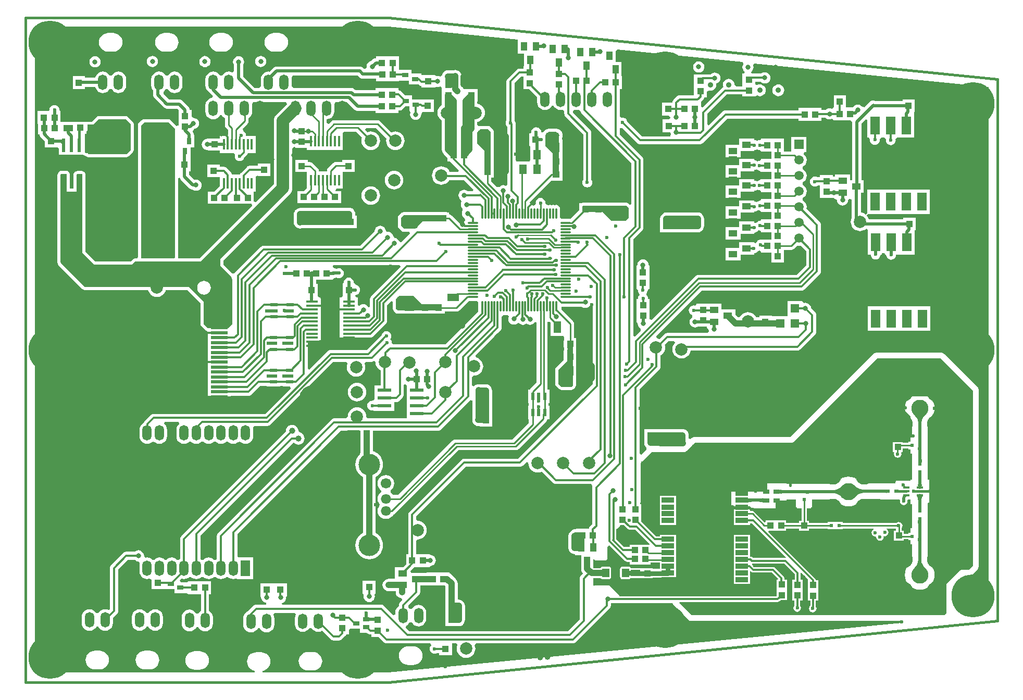
<source format=gtl>
G04 Layer_Physical_Order=1*
G04 Layer_Color=255*
%FSLAX44Y44*%
%MOMM*%
G71*
G01*
G75*
%ADD10R,1.0160X1.1176*%
%ADD11O,0.3000X1.8000*%
%ADD12O,1.8000X0.3000*%
%ADD13R,1.1176X1.0160*%
%ADD14R,2.0000X0.8128*%
%ADD15R,1.0000X0.4000*%
%ADD16R,1.0160X1.4224*%
%ADD17R,1.4224X1.0160*%
%ADD18R,2.2098X0.6096*%
%ADD19R,0.6096X2.2098*%
%ADD20R,3.1000X2.4000*%
%ADD21R,0.4064X0.4000*%
%ADD22R,1.0000X1.0000*%
%ADD23R,1.0000X1.0000*%
%ADD24R,1.5000X1.0000*%
%ADD25R,1.0000X1.5000*%
%ADD26R,1.3000X1.9000*%
%ADD27R,1.9000X1.3000*%
%ADD28R,0.5588X1.2192*%
%ADD29R,1.2192X0.5588*%
%ADD30R,0.3000X1.8000*%
%ADD31R,1.9000X0.3000*%
%ADD32R,1.0000X0.8000*%
%ADD33R,0.8000X1.0000*%
%ADD34R,0.6350X2.6162*%
G04:AMPARAMS|DCode=35|XSize=1.1176mm|YSize=1.4224mm|CornerRadius=0.0838mm|HoleSize=0mm|Usage=FLASHONLY|Rotation=0.000|XOffset=0mm|YOffset=0mm|HoleType=Round|Shape=RoundedRectangle|*
%AMROUNDEDRECTD35*
21,1,1.1176,1.2548,0,0,0.0*
21,1,0.9500,1.4224,0,0,0.0*
1,1,0.1676,0.4750,-0.6274*
1,1,0.1676,-0.4750,-0.6274*
1,1,0.1676,-0.4750,0.6274*
1,1,0.1676,0.4750,0.6274*
%
%ADD35ROUNDEDRECTD35*%
%ADD36R,2.7000X0.5000*%
%ADD37R,1.8034X1.6002*%
%ADD38R,1.6002X1.8034*%
%ADD39R,1.1000X0.8000*%
%ADD40R,1.5000X3.0000*%
%ADD41R,1.4000X1.4000*%
%ADD42R,1.2000X1.6000*%
%ADD43R,3.2000X4.0000*%
%ADD44R,0.6000X0.6000*%
%ADD45R,0.6000X0.6000*%
%ADD46C,0.5000*%
%ADD47C,1.0000*%
%ADD48C,0.4000*%
%ADD49C,0.3000*%
%ADD50C,2.0000*%
%ADD51C,0.2540*%
%ADD52C,0.2500*%
%ADD53C,0.2800*%
%ADD54C,0.2000*%
%ADD55C,0.8000*%
%ADD56C,7.0000*%
%ADD57C,4.0000*%
%ADD58R,1.5000X1.5000*%
%ADD59C,1.5000*%
%ADD60C,2.0000*%
%ADD61C,0.8000*%
%ADD62C,0.8130*%
%ADD63C,2.8000*%
%ADD64O,1.5000X2.5000*%
%ADD65C,3.5000*%
%ADD66C,1.7000*%
%ADD67O,1.7000X1.5000*%
%ADD68C,0.9000*%
%ADD69R,1.5000X2.5000*%
%ADD70O,1.5000X2.5000*%
%ADD71C,4.5000*%
%ADD72C,0.6000*%
%ADD73C,1.0000*%
%ADD74C,1.2700*%
G36*
X1099414Y799500D02*
Y742414D01*
X1098000Y741000D01*
X1097000Y740000D01*
X1081000Y740000D01*
X1076000Y745000D01*
X1076000Y755000D01*
Y768000D01*
X1090000Y782000D01*
Y797245D01*
X1090794Y799162D01*
X1091069Y801250D01*
X1090794Y803338D01*
X1090000Y805256D01*
Y814000D01*
X1099414D01*
Y799500D01*
D02*
G37*
G36*
X270500Y1086058D02*
Y1086000D01*
X274998D01*
X276602Y1085979D01*
Y1056951D01*
X292698D01*
Y1084866D01*
X293602Y1085758D01*
X302000Y1085649D01*
X302000Y959250D01*
X302286Y958964D01*
X302388Y958451D01*
X303493Y956797D01*
X320145Y940145D01*
X321799Y939040D01*
X323750Y938652D01*
X381000Y938652D01*
X382951Y939040D01*
X384605Y940145D01*
X387835Y943375D01*
X499125Y943375D01*
X545875Y896625D01*
Y842500D01*
X538875Y835500D01*
X506500D01*
X506500Y835500D01*
Y835500D01*
X505504Y836121D01*
X499125Y842500D01*
Y878375D01*
X475000Y902500D01*
X305750D01*
X267125Y941125D01*
Y942000D01*
X267000D01*
X267000Y1085200D01*
X267904Y1086092D01*
X270500Y1086058D01*
D02*
G37*
G36*
X854000Y874000D02*
X886000D01*
Y864000D01*
X815000D01*
X813000Y866000D01*
X812000Y867000D01*
X812000Y883000D01*
X817000Y888000D01*
X827000Y888000D01*
X840000D01*
X854000Y874000D01*
D02*
G37*
G36*
X1666470Y647469D02*
X1660531D01*
X1660641Y647570D01*
X1660740Y647869D01*
X1660828Y648370D01*
X1660904Y649070D01*
X1661061Y652370D01*
X1661113Y657469D01*
X1666113D01*
X1666470Y647469D01*
D02*
G37*
G36*
X1671964Y694114D02*
X1670736Y692631D01*
X1669653Y691141D01*
X1668714Y689641D01*
X1667919Y688134D01*
X1667269Y686619D01*
X1666764Y685095D01*
X1666402Y683564D01*
X1666186Y682024D01*
X1666113Y680475D01*
X1661113Y680380D01*
X1661040Y681946D01*
X1660819Y683495D01*
X1660450Y685025D01*
X1659934Y686536D01*
X1659270Y688029D01*
X1658459Y689504D01*
X1657500Y690960D01*
X1656394Y692398D01*
X1655141Y693818D01*
X1653740Y695219D01*
X1673336Y695588D01*
X1671964Y694114D01*
D02*
G37*
G36*
X1384267Y559424D02*
X1384568Y559163D01*
X1385067Y558933D01*
X1385768Y558734D01*
X1386667Y558565D01*
X1387767Y558427D01*
X1390567Y558243D01*
X1394167Y558182D01*
Y553182D01*
X1392267Y553167D01*
X1386667Y552799D01*
X1385768Y552630D01*
X1385067Y552430D01*
X1384568Y552201D01*
X1384267Y551940D01*
X1384167Y551648D01*
Y559715D01*
X1384267Y559424D01*
D02*
G37*
G36*
X452500Y1160000D02*
Y950000D01*
X450973Y948473D01*
X399027Y948473D01*
X397500Y950000D01*
X397500Y1165000D01*
X402500Y1170000D01*
X442500D01*
X452500Y1160000D01*
D02*
G37*
G36*
X1666006Y549189D02*
X1666460Y541189D01*
X1666568Y541089D01*
X1660629D01*
X1660700Y541189D01*
X1660763Y541489D01*
X1660818Y541989D01*
X1660907Y543589D01*
X1661000Y551089D01*
X1666000D01*
X1666006Y549189D01*
D02*
G37*
G36*
X894000Y1009000D02*
X855000Y1009000D01*
X843000Y997000D01*
X825000Y997000D01*
X820000Y1002000D01*
X820000Y1015000D01*
X825000Y1019000D01*
X894000D01*
Y1009000D01*
D02*
G37*
G36*
X819151Y934922D02*
X771864Y887636D01*
X770822Y886278D01*
X770167Y884697D01*
X769944Y883000D01*
Y870186D01*
X766944Y869590D01*
X766861Y869789D01*
X765419Y871669D01*
X763539Y873111D01*
X761349Y874018D01*
X759000Y874328D01*
X756650Y874018D01*
X754461Y873111D01*
X752750Y871798D01*
X752201Y871835D01*
X749750Y872907D01*
Y885000D01*
X748001D01*
X745910Y887374D01*
X746428Y889520D01*
X747838Y889706D01*
X749784Y890512D01*
X751456Y891794D01*
X752738Y893465D01*
X753544Y895412D01*
X753819Y897500D01*
X753544Y899588D01*
X752738Y901535D01*
X751456Y903206D01*
X749784Y904488D01*
X747838Y905294D01*
X747559Y905331D01*
X745250Y907000D01*
X745250Y907000D01*
X743319Y909500D01*
X743044Y911588D01*
X742238Y913534D01*
X740956Y915206D01*
X739285Y916488D01*
X737338Y917294D01*
X735250Y917569D01*
X733162Y917294D01*
X731216Y916488D01*
X729544Y915206D01*
X728262Y913534D01*
X727456Y911588D01*
X727181Y909500D01*
X725250Y907000D01*
X725250D01*
Y887000D01*
X723079Y885000D01*
X720750D01*
Y872000D01*
Y868500D01*
X720750Y865500D01*
X720750D01*
Y865500D01*
X720750D01*
Y852500D01*
Y846000D01*
Y839500D01*
Y833000D01*
Y826500D01*
Y820000D01*
X734824D01*
X735250Y819944D01*
X770500D01*
X772197Y820167D01*
X773778Y820822D01*
X775136Y821864D01*
X795886Y842614D01*
X796928Y843972D01*
X797583Y845553D01*
X797806Y847250D01*
Y873034D01*
X804130Y879359D01*
X806902Y878211D01*
X806902Y867000D01*
X807290Y865049D01*
X808395Y863395D01*
X811395Y860395D01*
X813049Y859290D01*
X815000Y858902D01*
X821750D01*
Y858750D01*
X846250D01*
X846750Y858750D01*
X846750Y858750D01*
X849250D01*
Y858750D01*
X849750Y858750D01*
X868250D01*
X869250Y858750D01*
X869250Y858750D01*
X871250D01*
Y858750D01*
X872250Y858750D01*
X891250D01*
Y862357D01*
X910250D01*
X912696Y862844D01*
X914770Y864230D01*
X930235Y879694D01*
X942858D01*
X944737Y878737D01*
X945694Y876858D01*
Y870750D01*
Y862216D01*
X892784Y809306D01*
X807895D01*
X805319Y812000D01*
X805044Y814088D01*
X804238Y816034D01*
X802956Y817706D01*
X802924Y817730D01*
X803488Y818465D01*
X804294Y820412D01*
X804569Y822500D01*
X804294Y824588D01*
X803488Y826535D01*
X802206Y828206D01*
X800535Y829488D01*
X798588Y830294D01*
X796500Y830569D01*
X794412Y830294D01*
X792466Y829488D01*
X790794Y828206D01*
X789512Y826535D01*
X788706Y824588D01*
X788689Y824461D01*
X764034Y799806D01*
X706000D01*
X704303Y799583D01*
X702722Y798928D01*
X701364Y797886D01*
X671328Y767849D01*
X668556Y768997D01*
Y813500D01*
X689750D01*
Y820000D01*
Y826500D01*
Y833000D01*
Y839500D01*
Y846000D01*
Y852500D01*
Y859000D01*
Y869000D01*
X689750Y872000D01*
X689750D01*
Y872000D01*
X689750D01*
Y885000D01*
X687171D01*
X685000Y887000D01*
Y907000D01*
X682315D01*
Y913912D01*
X709466D01*
Y915116D01*
X711250Y916681D01*
X713338Y916956D01*
X713892Y917185D01*
X716608D01*
X717162Y916956D01*
X719250Y916681D01*
X721338Y916956D01*
X723285Y917762D01*
X724956Y919044D01*
X726238Y920715D01*
X727044Y922662D01*
X727319Y924750D01*
X727044Y926838D01*
X726238Y928784D01*
X724956Y930456D01*
X723285Y931738D01*
X721338Y932544D01*
X719250Y932819D01*
X717162Y932544D01*
X716608Y932315D01*
X713892D01*
X713338Y932544D01*
X711250Y932819D01*
X711244Y932824D01*
X709466Y935088D01*
X710487Y937694D01*
X818003D01*
X819151Y934922D01*
D02*
G37*
G36*
X1408530Y551530D02*
X1408430Y551844D01*
X1408130Y552125D01*
X1407630Y552373D01*
X1406931Y552587D01*
X1406030Y552769D01*
X1404931Y552918D01*
X1402130Y553116D01*
X1398530Y553182D01*
Y558182D01*
X1400430Y558195D01*
X1406931Y558646D01*
X1407630Y558813D01*
X1408130Y559006D01*
X1408430Y559225D01*
X1408530Y559469D01*
Y551530D01*
D02*
G37*
G36*
X1599000Y557250D02*
X1623603D01*
X1623822Y557000D01*
X1630533D01*
X1630694Y556900D01*
X1631476Y555730D01*
X1631133Y554000D01*
X1631598Y551659D01*
X1632924Y549674D01*
X1634909Y548348D01*
X1637250Y547882D01*
X1639591Y548348D01*
X1641576Y549674D01*
X1642902Y551659D01*
X1643367Y554000D01*
X1643023Y555730D01*
X1643806Y556900D01*
X1643967Y557000D01*
X1648599D01*
Y547435D01*
X1648605Y547444D01*
X1649329Y549190D01*
X1650599Y548937D01*
Y525120D01*
Y512870D01*
X1650991D01*
Y510000D01*
X1648599D01*
Y503000D01*
X1645250D01*
Y501301D01*
X1637503D01*
Y506380D01*
X1633989D01*
Y510661D01*
X1634876Y511988D01*
X1635341Y514329D01*
X1634876Y516670D01*
X1633550Y518655D01*
X1631565Y519981D01*
X1629224Y520447D01*
X1626883Y519981D01*
X1625020Y518736D01*
X1538000D01*
Y520250D01*
X1526000D01*
Y520250D01*
X1525750D01*
Y520250D01*
X1513750D01*
Y518736D01*
X1483250D01*
Y522250D01*
X1479986D01*
Y542500D01*
X1486998D01*
Y544250D01*
X1488500D01*
Y556892D01*
X1527061D01*
X1527355Y556341D01*
X1530354Y552687D01*
X1534009Y549688D01*
X1538178Y547459D01*
X1542702Y546087D01*
X1547407Y545623D01*
X1552112Y546087D01*
X1556636Y547459D01*
X1560805Y549688D01*
X1564460Y552687D01*
X1567459Y556341D01*
X1568149Y557631D01*
X1599000D01*
Y557250D01*
D02*
G37*
G36*
X1436570Y573190D02*
X1436870Y572940D01*
X1437370Y572720D01*
X1438069Y572529D01*
X1438970Y572367D01*
X1440069Y572235D01*
X1442870Y572059D01*
X1446470Y572000D01*
Y567000D01*
X1444570Y566985D01*
X1438970Y566633D01*
X1438069Y566471D01*
X1437370Y566280D01*
X1436870Y566059D01*
X1436570Y565810D01*
X1436470Y565531D01*
Y573470D01*
X1436570Y573190D01*
D02*
G37*
G36*
X1472531Y566530D02*
X1472431Y566620D01*
X1472130Y566699D01*
X1471631Y566770D01*
X1470930Y566831D01*
X1466131Y566981D01*
X1462531Y567000D01*
Y572000D01*
X1472531Y572469D01*
Y566530D01*
D02*
G37*
G36*
X1478569Y572380D02*
X1478869Y572300D01*
X1479370Y572230D01*
X1480069Y572169D01*
X1484870Y572019D01*
X1488470Y572000D01*
Y567000D01*
X1478470Y566530D01*
Y572469D01*
X1478569Y572380D01*
D02*
G37*
G36*
X1668000Y561680D02*
X1667581Y561381D01*
X1667210Y560881D01*
X1666889Y560181D01*
X1666617Y559281D01*
X1666395Y558181D01*
X1666222Y556880D01*
X1666025Y553680D01*
X1666000Y551781D01*
X1661000D01*
X1660975Y553680D01*
X1660605Y558181D01*
X1660383Y559281D01*
X1660111Y560181D01*
X1659790Y560881D01*
X1659420Y561381D01*
X1659000Y561680D01*
X1658530Y561781D01*
X1668470D01*
X1668000Y561680D01*
D02*
G37*
G36*
X1537578Y559770D02*
X1536107Y561144D01*
X1534627Y562373D01*
X1533139Y563457D01*
X1531642Y564397D01*
X1530136Y565192D01*
X1528622Y565843D01*
X1527099Y566349D01*
X1525567Y566711D01*
X1524027Y566928D01*
X1522478Y567000D01*
X1522391Y572000D01*
X1523957Y572074D01*
X1525504Y572295D01*
X1527035Y572663D01*
X1528547Y573179D01*
X1530041Y573842D01*
X1531517Y574652D01*
X1532975Y575610D01*
X1534416Y576715D01*
X1535838Y577967D01*
X1537243Y579367D01*
X1537578Y559770D01*
D02*
G37*
G36*
X1558556Y578531D02*
X1560067Y577316D01*
X1561582Y576243D01*
X1563100Y575314D01*
X1564621Y574527D01*
X1566146Y573884D01*
X1567675Y573383D01*
X1569207Y573025D01*
X1570743Y572811D01*
X1572282Y572739D01*
X1572464Y567739D01*
X1570889Y567665D01*
X1569338Y567442D01*
X1567809Y567070D01*
X1566303Y566549D01*
X1564820Y565880D01*
X1563360Y565062D01*
X1561923Y564095D01*
X1560509Y562980D01*
X1559117Y561716D01*
X1557749Y560303D01*
X1557049Y579890D01*
X1558556Y578531D01*
D02*
G37*
G36*
X1666494Y598996D02*
X1666414Y598696D01*
X1666344Y598196D01*
X1666283Y597496D01*
X1666132Y592696D01*
X1666113Y589096D01*
X1661113D01*
X1660644Y599096D01*
X1666583D01*
X1666494Y598996D01*
D02*
G37*
G36*
X1666583Y617285D02*
X1660644D01*
X1660733Y617385D01*
X1660813Y617685D01*
X1660883Y618185D01*
X1660945Y618885D01*
X1661095Y623685D01*
X1661113Y627285D01*
X1666113D01*
X1666583Y617285D01*
D02*
G37*
G36*
X1666402Y641431D02*
X1666341Y641131D01*
X1666288Y640630D01*
X1666203Y639030D01*
X1666113Y631530D01*
X1661113D01*
X1661108Y633430D01*
X1660641Y641431D01*
X1660531Y641531D01*
X1666470D01*
X1666402Y641431D01*
D02*
G37*
G36*
X1609030Y567281D02*
X1608931Y567368D01*
X1608631Y567446D01*
X1608130Y567514D01*
X1606530Y567625D01*
X1599030Y567739D01*
Y572739D01*
X1609030Y573219D01*
Y567281D01*
D02*
G37*
G36*
X1627299Y573035D02*
X1627540Y572870D01*
X1627939Y572725D01*
X1628499Y572599D01*
X1629220Y572492D01*
X1631140Y572337D01*
X1635220Y572250D01*
Y568250D01*
X1633699Y568240D01*
X1628499Y567901D01*
X1627939Y567775D01*
X1627540Y567630D01*
X1627299Y567465D01*
X1627220Y567281D01*
Y573219D01*
X1627299Y573035D01*
D02*
G37*
G36*
X1666137Y586819D02*
X1666490Y582319D01*
X1666703Y581219D01*
X1666962Y580320D01*
X1667268Y579619D01*
X1667621Y579119D01*
X1668022Y578820D01*
X1668470Y578719D01*
X1658613Y578689D01*
X1659089Y578791D01*
X1659514Y579093D01*
X1659889Y579595D01*
X1660213Y580298D01*
X1660489Y581200D01*
X1660714Y582304D01*
X1660889Y583607D01*
X1661089Y586815D01*
X1661113Y588719D01*
X1666113D01*
X1666137Y586819D01*
D02*
G37*
G36*
X1189000Y1032000D02*
X1190000Y1031000D01*
X1190000Y1015000D01*
X1185000Y1010000D01*
X1175000Y1010000D01*
X1162000D01*
X1148000Y1024000D01*
X1116000D01*
Y1034000D01*
X1187000D01*
X1189000Y1032000D01*
D02*
G37*
G36*
X752651Y1243151D02*
X752651Y1243151D01*
X754218Y1241949D01*
X756042Y1241193D01*
X758000Y1240935D01*
X779784D01*
Y1236912D01*
X817080D01*
Y1237750D01*
X833000D01*
Y1231250D01*
X848978D01*
X849114Y1231114D01*
X850472Y1230072D01*
X852053Y1229417D01*
X853412Y1229238D01*
Y1226920D01*
X874588D01*
Y1226920D01*
X877588Y1227758D01*
X877651Y1227732D01*
X880000Y1227422D01*
X882349Y1227732D01*
X883412Y1228172D01*
X886412Y1226592D01*
Y1220920D01*
Y1203784D01*
X886694D01*
Y1198336D01*
X886126Y1198032D01*
X883842Y1196158D01*
X881968Y1193874D01*
X880575Y1191268D01*
X879717Y1188440D01*
X879427Y1185500D01*
X879717Y1182560D01*
X880575Y1179732D01*
X881968Y1177126D01*
X883842Y1174842D01*
X886029Y1173047D01*
Y1147233D01*
X886694D01*
Y1125470D01*
X887037Y1122859D01*
X888045Y1120427D01*
X889648Y1118338D01*
X895500Y1112486D01*
Y1106750D01*
X900184D01*
X900864Y1105864D01*
X914651Y1092078D01*
X913503Y1089306D01*
X899405D01*
X898032Y1091874D01*
X896158Y1094158D01*
X893874Y1096032D01*
X891268Y1097425D01*
X888440Y1098283D01*
X885500Y1098573D01*
X882560Y1098283D01*
X879732Y1097425D01*
X877126Y1096032D01*
X874842Y1094158D01*
X872968Y1091874D01*
X871575Y1089268D01*
X870717Y1086441D01*
X870427Y1083500D01*
X870717Y1080559D01*
X871575Y1077732D01*
X872968Y1075126D01*
X874842Y1072842D01*
X877126Y1070968D01*
X879732Y1069575D01*
X882560Y1068717D01*
X885500Y1068427D01*
X888440Y1068717D01*
X891268Y1069575D01*
X893874Y1070968D01*
X896158Y1072842D01*
X898032Y1075126D01*
X898603Y1076194D01*
X922784D01*
X938349Y1060629D01*
X937201Y1057857D01*
X929035D01*
X927334Y1059163D01*
X925145Y1060070D01*
X922795Y1060379D01*
X920446Y1060070D01*
X918256Y1059163D01*
X916376Y1057720D01*
X914934Y1055840D01*
X914027Y1053651D01*
X913717Y1051301D01*
X914027Y1048952D01*
X914934Y1046762D01*
X916376Y1044882D01*
X917554Y1043978D01*
X918888Y1040789D01*
X917982Y1038599D01*
X917672Y1036250D01*
X917982Y1033901D01*
X918888Y1031711D01*
X920331Y1029831D01*
X920639Y1026539D01*
X919732Y1024350D01*
X919422Y1022000D01*
X919732Y1019650D01*
X920639Y1017461D01*
X922081Y1015581D01*
X923961Y1014138D01*
X924580Y1011056D01*
X924460Y1010685D01*
X923572Y1009528D01*
X922917Y1007947D01*
X922694Y1006250D01*
X922774Y1005643D01*
X921188Y1003208D01*
X920461Y1002643D01*
X918398D01*
X902770Y1018270D01*
X900696Y1019656D01*
X898896Y1020014D01*
X898710Y1020951D01*
X898250Y1021639D01*
Y1023750D01*
X895749D01*
X894000Y1024098D01*
X825000D01*
X824296Y1023958D01*
X823581Y1023896D01*
X823328Y1023765D01*
X823049Y1023710D01*
X822452Y1023311D01*
X821815Y1022981D01*
X816815Y1018981D01*
X816632Y1018763D01*
X816395Y1018605D01*
X815997Y1018008D01*
X815534Y1017459D01*
X815448Y1017188D01*
X815290Y1016951D01*
X815150Y1016247D01*
X814933Y1015563D01*
X814958Y1015279D01*
X814902Y1015000D01*
X814902Y1002000D01*
X815290Y1000049D01*
X815906Y999127D01*
X816395Y998395D01*
X821395Y993395D01*
X821395Y993395D01*
X821395Y993395D01*
X822218Y992845D01*
X823049Y992290D01*
X823049Y992290D01*
X823049Y992290D01*
X825000Y991902D01*
X833961Y991902D01*
X835109Y989130D01*
X821077Y975099D01*
X819792Y975204D01*
X817745Y976009D01*
X817111Y977539D01*
X815669Y979419D01*
X813789Y980862D01*
X811600Y981768D01*
X810461Y981918D01*
X808975Y982476D01*
X807334Y984851D01*
X807268Y985350D01*
X806361Y987539D01*
X804919Y989419D01*
X803039Y990861D01*
X800850Y991768D01*
X798500Y992078D01*
X798482Y992075D01*
X795828Y992920D01*
X795375Y994540D01*
X795268Y995350D01*
X794361Y997539D01*
X792919Y999419D01*
X791039Y1000861D01*
X788849Y1001768D01*
X786500Y1002078D01*
X784150Y1001768D01*
X781961Y1000861D01*
X780081Y999419D01*
X778639Y997539D01*
X777732Y995350D01*
X777452Y993223D01*
X753784Y969556D01*
X597000D01*
X595303Y969333D01*
X593722Y968678D01*
X592364Y967636D01*
X550364Y925636D01*
X549664Y924724D01*
X548139Y924183D01*
X547863Y924147D01*
X547034Y924072D01*
X546064Y924252D01*
X531323Y938993D01*
Y944757D01*
X639158Y1052592D01*
X641032Y1054876D01*
X642425Y1057482D01*
X643283Y1060310D01*
X643573Y1063250D01*
Y1127115D01*
X646500Y1129672D01*
X647325Y1129781D01*
X648500Y1128750D01*
Y1128750D01*
X667250D01*
Y1125000D01*
X680250D01*
Y1125000D01*
X680250D01*
Y1125000D01*
X725750D01*
Y1153000D01*
X728084Y1154607D01*
X747352D01*
X756869Y1145090D01*
X756217Y1142941D01*
X755927Y1140000D01*
X756217Y1137059D01*
X757075Y1134232D01*
X758468Y1131626D01*
X760342Y1129342D01*
X762626Y1127468D01*
X765232Y1126075D01*
X768059Y1125217D01*
X771000Y1124927D01*
X773941Y1125217D01*
X776768Y1126075D01*
X779374Y1127468D01*
X781658Y1129342D01*
X783532Y1131626D01*
X784925Y1134232D01*
X785783Y1137059D01*
X786073Y1140000D01*
X785783Y1142941D01*
X784925Y1145768D01*
X783532Y1148374D01*
X781658Y1150658D01*
X779374Y1152532D01*
X776768Y1153925D01*
X773941Y1154783D01*
X771000Y1155073D01*
X768059Y1154783D01*
X765910Y1154131D01*
X762205Y1157835D01*
X763353Y1160607D01*
X779352D01*
X796404Y1143556D01*
X796217Y1142941D01*
X795927Y1140000D01*
X796217Y1137059D01*
X797075Y1134232D01*
X798468Y1131626D01*
X800342Y1129342D01*
X802626Y1127468D01*
X805232Y1126075D01*
X808059Y1125217D01*
X811000Y1124927D01*
X813941Y1125217D01*
X816768Y1126075D01*
X819374Y1127468D01*
X821658Y1129342D01*
X823532Y1131626D01*
X824925Y1134232D01*
X825783Y1137059D01*
X826073Y1140000D01*
X825783Y1142941D01*
X824925Y1145768D01*
X823532Y1148374D01*
X821658Y1150658D01*
X819374Y1152532D01*
X816768Y1153925D01*
X813941Y1154783D01*
X811000Y1155073D01*
X808059Y1154783D01*
X805232Y1153925D01*
X804504Y1153536D01*
X786520Y1171520D01*
X784446Y1172906D01*
X782000Y1173393D01*
X711000D01*
X708553Y1172906D01*
X706480Y1171520D01*
X702414Y1167455D01*
X699643Y1168603D01*
Y1175181D01*
X702613Y1175572D01*
X705654Y1176831D01*
X708265Y1178835D01*
X710269Y1181446D01*
X711528Y1184487D01*
X711958Y1187750D01*
Y1197750D01*
X711703Y1199685D01*
X713763Y1202685D01*
X732617D01*
X744901Y1190401D01*
X744901Y1190401D01*
X746468Y1189199D01*
X748292Y1188443D01*
X750250Y1188185D01*
X778784D01*
Y1185162D01*
X816080D01*
Y1189194D01*
X818250D01*
X819947Y1189417D01*
X821528Y1190072D01*
X822886Y1191114D01*
X827522Y1195750D01*
X833750D01*
Y1189250D01*
X833862D01*
X834429Y1188762D01*
X835708Y1186250D01*
X835232Y1185099D01*
X834922Y1182750D01*
X835232Y1180400D01*
X836139Y1178211D01*
X837581Y1176331D01*
X839461Y1174889D01*
X841650Y1173982D01*
X844000Y1173672D01*
X846349Y1173982D01*
X848539Y1174889D01*
X850419Y1176331D01*
X851861Y1178211D01*
X852768Y1180400D01*
X853078Y1182750D01*
X852942Y1183784D01*
X854730Y1186396D01*
X855318Y1186784D01*
X873838D01*
Y1206944D01*
X853750D01*
Y1207250D01*
X837750D01*
Y1213750D01*
X827522D01*
X821136Y1220136D01*
X819778Y1221178D01*
X818197Y1221833D01*
X816500Y1222056D01*
X816330D01*
Y1225338D01*
X779034D01*
Y1222315D01*
X746260D01*
X744976Y1223599D01*
X743409Y1224801D01*
X741585Y1225557D01*
X739627Y1225815D01*
X645046D01*
X642652Y1228815D01*
X642808Y1230000D01*
Y1240000D01*
X642454Y1242685D01*
X644048Y1245685D01*
X750117D01*
X752651Y1243151D01*
D02*
G37*
G36*
X1027277Y616763D02*
X1027177Y615750D01*
X1027467Y612809D01*
X1028325Y609982D01*
X1029718Y607376D01*
X1031592Y605092D01*
X1033876Y603218D01*
X1036482Y601825D01*
X1039309Y600967D01*
X1042250Y600677D01*
X1045191Y600967D01*
X1048018Y601825D01*
X1048921Y602307D01*
X1067364Y583864D01*
X1068722Y582822D01*
X1070303Y582167D01*
X1072000Y581944D01*
X1129511D01*
X1130094Y581461D01*
X1131439Y579102D01*
X1131167Y578447D01*
X1130944Y576750D01*
Y516716D01*
X1127364Y513136D01*
X1126322Y511778D01*
X1125667Y510197D01*
X1125554Y509338D01*
X1104784D01*
Y508836D01*
X1104000D01*
X1101389Y508493D01*
X1098957Y507485D01*
X1096868Y505882D01*
X1095368Y504382D01*
X1093765Y502293D01*
X1092757Y499860D01*
X1092414Y497250D01*
Y487855D01*
Y478250D01*
X1092757Y475639D01*
X1093765Y473207D01*
X1095368Y471118D01*
X1097457Y469515D01*
X1099890Y468507D01*
X1102500Y468164D01*
X1103268D01*
Y466638D01*
X1112920D01*
Y456622D01*
X1112914Y456574D01*
Y444250D01*
X1113257Y441640D01*
X1114265Y439207D01*
X1115868Y437118D01*
X1116357Y436629D01*
X1113689Y433960D01*
X1112614Y433136D01*
X1111572Y431778D01*
X1110917Y430197D01*
X1110694Y428500D01*
Y362002D01*
X1091748Y343056D01*
X833466D01*
X828249Y348273D01*
X828953Y351811D01*
X829604Y352081D01*
X832215Y354085D01*
X834219Y356696D01*
X834376Y357077D01*
X837624D01*
X837781Y356696D01*
X839785Y354085D01*
X842396Y352081D01*
X845437Y350822D01*
X848700Y350392D01*
X851963Y350822D01*
X855004Y352081D01*
X857615Y354085D01*
X859619Y356696D01*
X860878Y359737D01*
X861308Y363000D01*
Y373000D01*
X860878Y376263D01*
X859619Y379304D01*
X857615Y381915D01*
X855004Y383919D01*
X851963Y385178D01*
X848700Y385608D01*
X845437Y385178D01*
X842396Y383919D01*
X839785Y381915D01*
X837781Y379304D01*
X837624Y378923D01*
X834376D01*
X834219Y379304D01*
X832215Y381915D01*
X832044Y384523D01*
X849386Y401864D01*
X850428Y403222D01*
X851083Y404803D01*
X851306Y406500D01*
Y417414D01*
X861534D01*
Y416912D01*
X891574D01*
X892164Y416322D01*
Y384000D01*
Y369000D01*
Y361500D01*
X892250Y360845D01*
Y351500D01*
X899554D01*
X900139Y351257D01*
X902750Y350914D01*
X914000D01*
X916610Y351257D01*
X919043Y352265D01*
X921132Y353868D01*
X922735Y355957D01*
X923743Y358390D01*
X924086Y361000D01*
Y372250D01*
Y384000D01*
X923743Y386610D01*
X922735Y389043D01*
X921132Y391132D01*
X919043Y392735D01*
X916610Y393743D01*
X914000Y394086D01*
X912336D01*
Y420500D01*
X911993Y423111D01*
X910985Y425543D01*
X909382Y427632D01*
X902382Y434632D01*
X900293Y436235D01*
X898830Y436841D01*
Y438088D01*
X861534D01*
Y437586D01*
X844676D01*
X844628Y437580D01*
X836398D01*
X835352Y440580D01*
X841934Y447162D01*
X865716D01*
Y447162D01*
X868073Y448715D01*
X870099Y448982D01*
X872289Y449889D01*
X874169Y451331D01*
X875611Y453211D01*
X876518Y455401D01*
X876828Y457750D01*
X876518Y460099D01*
X875611Y462289D01*
X874169Y464169D01*
X872289Y465611D01*
X870099Y466518D01*
X868073Y466785D01*
X865716Y468338D01*
X865716Y468338D01*
X865716Y468338D01*
X845056D01*
Y490165D01*
X847000Y491927D01*
X849940Y492217D01*
X852768Y493075D01*
X855374Y494468D01*
X857658Y496342D01*
X859532Y498626D01*
X860925Y501232D01*
X861783Y504059D01*
X862073Y507000D01*
X861783Y509940D01*
X860925Y512768D01*
X859532Y515374D01*
X857658Y517658D01*
X855374Y519532D01*
X852768Y520925D01*
X849940Y521783D01*
X847000Y522073D01*
X845056Y523834D01*
Y529534D01*
X925716Y610194D01*
X1013750D01*
X1015447Y610417D01*
X1017028Y611072D01*
X1018386Y612114D01*
X1024397Y618125D01*
X1027277Y616763D01*
D02*
G37*
G36*
X1188370Y509506D02*
X1189858Y508511D01*
X1191614Y508162D01*
X1200850D01*
X1224250Y484761D01*
X1223764Y483588D01*
X1209556D01*
Y483588D01*
X1208580D01*
Y483588D01*
X1192420D01*
Y479588D01*
X1182900D01*
X1170338Y492150D01*
Y508648D01*
X1170616Y508703D01*
X1171773Y509477D01*
X1175523Y513227D01*
X1176297Y514384D01*
X1176569Y515750D01*
X1176597Y515784D01*
X1182091D01*
X1188370Y509506D01*
D02*
G37*
G36*
X1665922Y457817D02*
X1666141Y456273D01*
X1666506Y454742D01*
X1667017Y453224D01*
X1667674Y451720D01*
X1668477Y450229D01*
X1669426Y448752D01*
X1670521Y447287D01*
X1671762Y445836D01*
X1673149Y444399D01*
X1653549Y444397D01*
X1654936Y445835D01*
X1656177Y447286D01*
X1657272Y448751D01*
X1658221Y450229D01*
X1659024Y451720D01*
X1659681Y453224D01*
X1660192Y454742D01*
X1660557Y456273D01*
X1660776Y457817D01*
X1660849Y459375D01*
X1665849Y459375D01*
X1665922Y457817D01*
D02*
G37*
G36*
X1749931Y734022D02*
Y448978D01*
X1743772Y442819D01*
X1732000D01*
X1730634Y442547D01*
X1729477Y441773D01*
X1707977Y420273D01*
X1707203Y419116D01*
X1706931Y417750D01*
Y372228D01*
X1703272Y368569D01*
X1292978D01*
X1272558Y388988D01*
X1273044Y390162D01*
X1432636D01*
X1434392Y390511D01*
X1435880Y391506D01*
X1437659Y393284D01*
X1447838D01*
Y409150D01*
X1447838Y409444D01*
Y410420D01*
X1447838Y410714D01*
Y426580D01*
X1443338D01*
Y429000D01*
X1442989Y430756D01*
X1441994Y432244D01*
X1428494Y445744D01*
X1427006Y446739D01*
X1425250Y447088D01*
X1394901D01*
X1390597Y451392D01*
X1391095Y452662D01*
X1443349D01*
X1460162Y435849D01*
Y426080D01*
X1455912D01*
Y410214D01*
X1455912Y409920D01*
Y408944D01*
X1455912Y408650D01*
Y392784D01*
X1459662D01*
Y384433D01*
X1458598Y382841D01*
X1458132Y380500D01*
X1458598Y378159D01*
X1459924Y376174D01*
X1461909Y374848D01*
X1464250Y374383D01*
X1466591Y374848D01*
X1468576Y376174D01*
X1469902Y378159D01*
X1470367Y380500D01*
X1469902Y382841D01*
X1468838Y384433D01*
Y392784D01*
X1473088D01*
Y408650D01*
X1473088Y408944D01*
Y409920D01*
X1473088Y410214D01*
Y426080D01*
X1469338D01*
Y437627D01*
X1469624Y437862D01*
X1470539Y438222D01*
X1481857Y426904D01*
X1481412Y425830D01*
X1481412D01*
Y409964D01*
X1481412Y409670D01*
Y408694D01*
X1481412Y408400D01*
Y392534D01*
X1485412D01*
Y383984D01*
X1485174Y383826D01*
X1483848Y381841D01*
X1483383Y379500D01*
X1483848Y377159D01*
X1485174Y375174D01*
X1487159Y373848D01*
X1489500Y373382D01*
X1491841Y373848D01*
X1493826Y375174D01*
X1495152Y377159D01*
X1495618Y379500D01*
X1495152Y381841D01*
X1494588Y382685D01*
Y392534D01*
X1498588D01*
Y408400D01*
X1498588Y408694D01*
Y409670D01*
X1498588Y409964D01*
Y425830D01*
X1494473D01*
X1494239Y427006D01*
X1493244Y428494D01*
X1417250Y504489D01*
X1417736Y505662D01*
X1428786D01*
X1429080Y505662D01*
X1430056D01*
X1430350Y505662D01*
X1446216D01*
Y509764D01*
X1467250D01*
Y506250D01*
X1483250D01*
Y509764D01*
X1513750D01*
Y508250D01*
X1525750D01*
Y508250D01*
X1526000D01*
Y508250D01*
X1538000D01*
Y509764D01*
X1588211D01*
X1588248Y509672D01*
X1588422Y508494D01*
X1586674Y507326D01*
X1585348Y505341D01*
X1584883Y503000D01*
X1585348Y500659D01*
X1586674Y498674D01*
X1588659Y497348D01*
X1591000Y496883D01*
X1591813Y497044D01*
X1592711Y496146D01*
X1592632Y495750D01*
X1593098Y493409D01*
X1594424Y491424D01*
X1596409Y490098D01*
X1598750Y489632D01*
X1601091Y490098D01*
X1603076Y491424D01*
X1604402Y493409D01*
X1604868Y495750D01*
X1604737Y496407D01*
X1605635Y497304D01*
X1606500Y497132D01*
X1608841Y497598D01*
X1610826Y498924D01*
X1612152Y500909D01*
X1612617Y503250D01*
X1612152Y505591D01*
X1610826Y507576D01*
X1609452Y508494D01*
X1609837Y509764D01*
X1625017D01*
Y506380D01*
X1621503D01*
Y490380D01*
X1637503D01*
Y492329D01*
X1645250D01*
Y491000D01*
X1648599D01*
Y484000D01*
X1650741D01*
Y454874D01*
X1649952Y454452D01*
X1646297Y451453D01*
X1643298Y447798D01*
X1641070Y443629D01*
X1639697Y439105D01*
X1639234Y434400D01*
X1639697Y429695D01*
X1641070Y425171D01*
X1643298Y421002D01*
X1646297Y417347D01*
X1649952Y414348D01*
X1654121Y412120D01*
X1658645Y410747D01*
X1663350Y410284D01*
X1668055Y410747D01*
X1672579Y412120D01*
X1676748Y414348D01*
X1680403Y417347D01*
X1683402Y421002D01*
X1685630Y425171D01*
X1687003Y429695D01*
X1687466Y434400D01*
X1687003Y439105D01*
X1685630Y443629D01*
X1683402Y447798D01*
X1680403Y451453D01*
X1676748Y454452D01*
X1675957Y454875D01*
Y484000D01*
X1676500D01*
Y510000D01*
X1676207D01*
Y512870D01*
X1676599D01*
Y525120D01*
Y551120D01*
X1677608Y551750D01*
X1678500D01*
Y564750D01*
Y588750D01*
X1677753D01*
X1676613Y589065D01*
Y601315D01*
Y627315D01*
X1676221D01*
Y631500D01*
X1676500D01*
Y657500D01*
X1676221D01*
Y685067D01*
X1676748Y685348D01*
X1680403Y688347D01*
X1683402Y692002D01*
X1685630Y696171D01*
X1687003Y700695D01*
X1687466Y705400D01*
X1687003Y710105D01*
X1685630Y714629D01*
X1683402Y718798D01*
X1680403Y722453D01*
X1677908Y724500D01*
X1648792D01*
X1646297Y722453D01*
X1643298Y718798D01*
X1641070Y714629D01*
X1639697Y710105D01*
X1639234Y705400D01*
X1639686Y700815D01*
X1648599Y691901D01*
Y686459D01*
X1649952Y685348D01*
X1651006Y684785D01*
Y657500D01*
X1648599D01*
Y650500D01*
X1645250D01*
Y649108D01*
X1635865D01*
Y649965D01*
X1619865D01*
Y633965D01*
X1620941D01*
X1621770Y632695D01*
X1621418Y630924D01*
X1621884Y628583D01*
X1623210Y626598D01*
X1625195Y625272D01*
X1627536Y624806D01*
X1629877Y625272D01*
X1631861Y626598D01*
X1633188Y628583D01*
X1633653Y630924D01*
X1633301Y632695D01*
X1634131Y633965D01*
X1635865D01*
Y640135D01*
X1645250D01*
Y638500D01*
X1648599D01*
Y631500D01*
X1651006D01*
Y627315D01*
X1650614D01*
Y601315D01*
Y589065D01*
X1649474Y588750D01*
X1648599D01*
Y587000D01*
X1625018D01*
X1623835Y584144D01*
X1623717Y583250D01*
X1599000D01*
Y582847D01*
X1567614D01*
X1567459Y583138D01*
X1564460Y586792D01*
X1560805Y589791D01*
X1556636Y592020D01*
X1552112Y593392D01*
X1547407Y593856D01*
X1542702Y593392D01*
X1538178Y592020D01*
X1534009Y589791D01*
X1530354Y586792D01*
X1527355Y583138D01*
X1526805Y582108D01*
X1488500D01*
Y582500D01*
X1462500D01*
Y582108D01*
X1446500D01*
Y583500D01*
X1415500D01*
Y569500D01*
X1398500D01*
Y568290D01*
X1394198D01*
Y569746D01*
X1357500D01*
Y542500D01*
X1429500D01*
Y555500D01*
X1446500D01*
Y556892D01*
X1462500D01*
Y544250D01*
X1464002D01*
Y542500D01*
X1471014D01*
Y522250D01*
X1467250D01*
Y518736D01*
X1446216D01*
Y522838D01*
X1430350D01*
X1430056Y522838D01*
X1429080D01*
X1428786Y522838D01*
X1412920D01*
Y520220D01*
X1411650Y519695D01*
X1394588Y536756D01*
X1393133Y537729D01*
X1391416Y538070D01*
X1391416Y538070D01*
X1387198D01*
Y540648D01*
X1361198D01*
Y526520D01*
Y515598D01*
X1387198D01*
Y518074D01*
X1390688D01*
X1445722Y463039D01*
X1445362Y462123D01*
X1445127Y461838D01*
X1392401D01*
X1391494Y462744D01*
X1390006Y463739D01*
X1388250Y464088D01*
X1387198D01*
Y474436D01*
Y485436D01*
Y499564D01*
X1361198D01*
Y485436D01*
Y474436D01*
Y463436D01*
Y452436D01*
Y441436D01*
Y430436D01*
Y419436D01*
X1387198D01*
Y430436D01*
Y440017D01*
X1388468Y440543D01*
X1389756Y439256D01*
X1391244Y438261D01*
X1393000Y437912D01*
X1423349D01*
X1433411Y427850D01*
X1432885Y426580D01*
X1430662D01*
Y410714D01*
X1430662Y410420D01*
Y409444D01*
X1430662Y409150D01*
Y399338D01*
X1175301D01*
X1175047Y400616D01*
X1174273Y401773D01*
X1159773Y416273D01*
X1158616Y417047D01*
X1157250Y417319D01*
X1136125D01*
X1134759Y417047D01*
X1134020Y416553D01*
X1132758Y417107D01*
X1132750Y417116D01*
Y429354D01*
X1144834D01*
X1145483Y428382D01*
X1146753Y427533D01*
X1148250Y427235D01*
X1157750D01*
X1159247Y427533D01*
X1160517Y428382D01*
X1161365Y429651D01*
X1161663Y431149D01*
Y443696D01*
X1161365Y445194D01*
X1160517Y446464D01*
X1159247Y447312D01*
X1157750Y447610D01*
X1148250D01*
X1146753Y447312D01*
X1145483Y446464D01*
X1144834Y445492D01*
X1133170D01*
X1132750Y445911D01*
Y459750D01*
X1134460D01*
X1134977Y458977D01*
X1136134Y458203D01*
X1137500Y457931D01*
X1152000D01*
X1153366Y458203D01*
X1154523Y458977D01*
X1155297Y460134D01*
X1155569Y461500D01*
Y479772D01*
X1157756Y481959D01*
X1159394Y482117D01*
X1184756Y456756D01*
X1186244Y455761D01*
X1188000Y455412D01*
X1192420D01*
Y451412D01*
X1208580D01*
Y451412D01*
X1209556D01*
Y451412D01*
X1225716D01*
Y454514D01*
X1241000D01*
Y444060D01*
X1229000D01*
Y445000D01*
X1213000D01*
X1213000Y445000D01*
X1212250Y445250D01*
Y445250D01*
X1211834Y445250D01*
X1193330D01*
X1192519Y446464D01*
X1191249Y447312D01*
X1189752Y447610D01*
X1180252D01*
X1178755Y447312D01*
X1177485Y446464D01*
X1176637Y445194D01*
X1176339Y443696D01*
Y431149D01*
X1176637Y429651D01*
X1177485Y428382D01*
X1178755Y427533D01*
X1180252Y427235D01*
X1189752D01*
X1191249Y427533D01*
X1192519Y428382D01*
X1193099Y429250D01*
X1212250D01*
X1212250Y429250D01*
X1213000Y429000D01*
Y429000D01*
X1213416Y429000D01*
X1229000D01*
Y429940D01*
X1253630D01*
X1255457Y430180D01*
X1256075Y430436D01*
X1267000D01*
Y441436D01*
Y452436D01*
Y463436D01*
Y474436D01*
Y485436D01*
Y499564D01*
X1241000D01*
Y497088D01*
X1234787D01*
X1210338Y521537D01*
Y531944D01*
X1210338D01*
Y532920D01*
X1210338D01*
Y549080D01*
X1209335D01*
X1209259Y549165D01*
X1208773Y550350D01*
X1209297Y551134D01*
X1209569Y552500D01*
Y616022D01*
X1227728Y634181D01*
X1281500D01*
X1282866Y634453D01*
X1284023Y635227D01*
X1297728Y648931D01*
X1455000D01*
X1456366Y649203D01*
X1457523Y649977D01*
X1593978Y786431D01*
X1697522D01*
X1749931Y734022D01*
D02*
G37*
G36*
X1775260Y1227444D02*
Y379000D01*
X1730500D01*
X1718525Y407025D01*
X1743440Y433642D01*
X1745250D01*
X1747396Y434069D01*
X1749215Y435285D01*
X1757465Y443535D01*
X1758681Y445354D01*
X1759108Y447500D01*
Y735500D01*
X1758681Y737646D01*
X1757465Y739465D01*
X1702965Y793965D01*
X1701146Y795181D01*
X1699000Y795608D01*
X1592500D01*
X1590354Y795181D01*
X1588535Y793965D01*
X1452677Y658108D01*
X1296250D01*
X1294104Y657681D01*
X1292285Y656465D01*
X1290836Y655017D01*
X1287836Y656259D01*
Y661250D01*
X1287493Y663860D01*
X1286485Y666293D01*
X1284882Y668382D01*
X1282793Y669985D01*
X1280361Y670993D01*
X1277750Y671336D01*
X1275851Y671086D01*
X1241500D01*
X1241500Y671086D01*
X1241500Y671086D01*
X1225750D01*
X1225095Y671000D01*
X1215750D01*
Y661655D01*
X1215664Y661000D01*
X1215680Y660875D01*
X1215664Y660750D01*
Y648750D01*
X1216007Y646140D01*
X1217015Y643707D01*
X1218618Y641618D01*
X1218833Y641453D01*
X1219029Y638460D01*
X1210578Y630008D01*
X1207806Y631156D01*
Y735865D01*
X1240236Y768295D01*
X1241278Y769652D01*
X1241933Y771234D01*
X1242156Y772930D01*
Y791084D01*
X1242874Y791468D01*
X1245158Y793342D01*
X1247032Y795626D01*
X1248425Y798232D01*
X1249283Y801059D01*
X1249573Y804000D01*
X1249283Y806941D01*
X1248976Y807954D01*
X1255466Y814444D01*
X1264258D01*
X1265272Y812327D01*
X1265416Y811444D01*
X1263718Y809374D01*
X1262325Y806768D01*
X1261467Y803941D01*
X1261177Y801000D01*
X1261467Y798059D01*
X1262325Y795232D01*
X1263718Y792626D01*
X1265592Y790342D01*
X1267876Y788468D01*
X1270482Y787075D01*
X1273309Y786217D01*
X1276250Y785927D01*
X1279191Y786217D01*
X1282018Y787075D01*
X1284624Y788468D01*
X1286908Y790342D01*
X1288782Y792626D01*
X1290175Y795232D01*
X1291033Y798059D01*
X1291095Y798694D01*
X1464250D01*
X1465947Y798917D01*
X1467528Y799572D01*
X1468886Y800614D01*
X1493136Y824864D01*
X1494178Y826222D01*
X1494833Y827803D01*
X1495056Y829500D01*
Y856750D01*
X1494833Y858447D01*
X1494178Y860028D01*
X1493136Y861386D01*
X1486798Y867723D01*
X1486518Y869849D01*
X1485612Y872039D01*
X1484169Y873919D01*
X1482289Y875361D01*
X1480099Y876268D01*
X1477750Y876578D01*
X1475500Y876281D01*
X1475389Y876277D01*
X1472500Y878314D01*
Y879250D01*
X1448500D01*
Y858250D01*
X1448500Y855250D01*
X1445500Y855250D01*
X1424500D01*
Y855250D01*
X1422500Y855500D01*
Y855500D01*
X1421604Y855500D01*
X1402500D01*
Y853336D01*
X1397221D01*
X1396532Y854624D01*
X1394658Y856908D01*
X1392374Y858782D01*
X1389768Y860175D01*
X1386940Y861033D01*
X1384000Y861323D01*
X1381060Y861033D01*
X1378232Y860175D01*
X1375626Y858782D01*
X1373342Y856908D01*
X1371468Y854624D01*
X1370779Y853336D01*
X1367854D01*
X1363538Y857652D01*
Y865580D01*
X1351474D01*
X1351426Y865586D01*
X1351378Y865580D01*
X1341362D01*
Y875080D01*
X1300662D01*
Y874225D01*
X1298500Y872393D01*
X1297662Y872100D01*
X1296000Y872319D01*
X1293912Y872044D01*
X1291965Y871238D01*
X1290294Y869956D01*
X1289012Y868285D01*
X1288206Y866338D01*
X1287931Y864250D01*
X1288206Y862162D01*
X1289012Y860216D01*
X1290294Y858544D01*
X1291965Y857262D01*
X1293627Y856574D01*
X1293905Y855646D01*
X1293885Y853434D01*
X1293711Y853361D01*
X1291831Y851919D01*
X1290388Y850039D01*
X1289482Y847850D01*
X1289172Y845500D01*
X1289482Y843150D01*
X1290388Y840961D01*
X1291831Y839081D01*
X1293711Y837638D01*
X1295901Y836732D01*
X1298250Y836422D01*
X1300600Y836732D01*
X1302789Y837638D01*
X1302978Y837784D01*
X1317138D01*
Y835768D01*
X1318196D01*
X1320174Y833512D01*
X1320172Y833500D01*
X1320482Y831151D01*
X1320728Y830556D01*
X1318874Y827556D01*
X1252750D01*
X1251053Y827333D01*
X1250127Y826949D01*
X1249472Y826678D01*
X1248114Y825636D01*
X1240356Y817878D01*
X1240268Y817925D01*
X1237440Y818783D01*
X1235945Y818930D01*
X1234827Y822055D01*
X1308966Y896194D01*
X1471000D01*
X1472697Y896417D01*
X1474278Y897072D01*
X1475636Y898114D01*
X1500636Y923114D01*
X1501678Y924472D01*
X1502333Y926053D01*
X1502556Y927750D01*
Y1003322D01*
X1502333Y1005019D01*
X1501678Y1006600D01*
X1500636Y1007958D01*
X1479106Y1029488D01*
X1479494Y1032436D01*
X1479064Y1035700D01*
X1477805Y1038740D01*
X1475801Y1041351D01*
X1473190Y1043355D01*
X1472809Y1043513D01*
Y1046760D01*
X1473190Y1046918D01*
X1475801Y1048921D01*
X1477805Y1051533D01*
X1479064Y1054573D01*
X1479494Y1057836D01*
X1479064Y1061100D01*
X1477805Y1064140D01*
X1475801Y1066751D01*
X1473190Y1068755D01*
X1472809Y1068913D01*
Y1072160D01*
X1473190Y1072318D01*
X1475801Y1074321D01*
X1477805Y1076933D01*
X1479064Y1079973D01*
X1479494Y1083236D01*
X1479064Y1086500D01*
X1477805Y1089540D01*
X1475801Y1092151D01*
X1473190Y1094155D01*
X1472809Y1094313D01*
Y1097560D01*
X1473190Y1097718D01*
X1475801Y1099721D01*
X1477805Y1102333D01*
X1479064Y1105373D01*
X1479494Y1108636D01*
X1479064Y1111900D01*
X1477805Y1114940D01*
X1475801Y1117551D01*
X1474518Y1118536D01*
X1475536Y1121536D01*
X1479386D01*
Y1146536D01*
X1454386D01*
Y1122665D01*
X1442466D01*
Y1143224D01*
X1405170D01*
Y1142534D01*
X1403500Y1141069D01*
X1401412Y1140794D01*
X1399465Y1139988D01*
X1399000Y1139631D01*
X1398535Y1139988D01*
X1396588Y1140794D01*
X1394500Y1141069D01*
X1394174Y1141355D01*
Y1143216D01*
X1369950D01*
Y1133564D01*
X1347774D01*
Y1113404D01*
X1371998D01*
Y1123056D01*
X1394174D01*
Y1124645D01*
X1394500Y1124931D01*
X1396588Y1125206D01*
X1398535Y1126012D01*
X1399000Y1126369D01*
X1399465Y1126012D01*
X1401412Y1125206D01*
X1403500Y1124931D01*
X1405170Y1123466D01*
Y1122048D01*
X1422306D01*
Y1110224D01*
X1405170D01*
Y1109253D01*
X1403250Y1107569D01*
X1401162Y1107294D01*
X1399782Y1106723D01*
X1398784Y1107488D01*
X1396838Y1108294D01*
X1394750Y1108569D01*
X1394174Y1109074D01*
Y1110216D01*
X1369950D01*
Y1100564D01*
X1347774D01*
Y1080404D01*
X1371998D01*
Y1090056D01*
X1394174D01*
Y1091926D01*
X1394750Y1092431D01*
X1396838Y1092706D01*
X1398218Y1093277D01*
X1399216Y1092512D01*
X1401162Y1091706D01*
X1403250Y1091431D01*
X1405170Y1089747D01*
Y1089048D01*
X1422306D01*
Y1077770D01*
X1405170D01*
Y1077253D01*
X1403250Y1075569D01*
X1401162Y1075294D01*
X1399216Y1074488D01*
X1398549Y1073977D01*
X1398535Y1073988D01*
X1396588Y1074794D01*
X1394500Y1075069D01*
X1394174Y1075355D01*
Y1077216D01*
X1369950D01*
Y1067564D01*
X1347774D01*
Y1047404D01*
X1371998D01*
Y1057056D01*
X1394174D01*
Y1058645D01*
X1394500Y1058931D01*
X1396588Y1059206D01*
X1398535Y1060012D01*
X1399201Y1060523D01*
X1399216Y1060512D01*
X1401162Y1059706D01*
X1403250Y1059431D01*
X1405170Y1057747D01*
Y1056594D01*
X1422306D01*
Y1045042D01*
X1405170D01*
Y1043814D01*
X1403750Y1042569D01*
X1401662Y1042294D01*
X1399716Y1041488D01*
X1398044Y1040206D01*
X1397975Y1040116D01*
X1396338Y1040794D01*
X1394250Y1041069D01*
X1394174Y1041136D01*
Y1043216D01*
X1369950D01*
Y1033564D01*
X1347774D01*
Y1013404D01*
X1371998D01*
Y1023056D01*
X1394174D01*
Y1024864D01*
X1394250Y1024931D01*
X1396338Y1025206D01*
X1398284Y1026012D01*
X1399956Y1027294D01*
X1400025Y1027384D01*
X1401662Y1026706D01*
X1403750Y1026431D01*
X1405170Y1025186D01*
Y1023867D01*
X1422306D01*
Y1012315D01*
X1405170D01*
Y1011095D01*
X1404000Y1010069D01*
X1401912Y1009794D01*
X1399966Y1008988D01*
X1398294Y1007706D01*
X1397279Y1006382D01*
X1396789Y1006461D01*
X1396588Y1006544D01*
X1394899Y1006767D01*
X1394483Y1006834D01*
X1394174Y1007105D01*
Y1009216D01*
X1369950D01*
Y999564D01*
X1347774D01*
Y979404D01*
X1371998D01*
Y989056D01*
X1394174D01*
Y990395D01*
X1394500Y990681D01*
X1396588Y990956D01*
X1398535Y991762D01*
X1400206Y993044D01*
X1401221Y994368D01*
X1401711Y994289D01*
X1401912Y994206D01*
X1403602Y993984D01*
X1404017Y993916D01*
X1405170Y992905D01*
Y991139D01*
X1422306D01*
Y979588D01*
X1405170D01*
X1405170Y979588D01*
X1402662Y979044D01*
X1402434Y978950D01*
X1402434Y978950D01*
X1402346Y978913D01*
X1400715Y978238D01*
X1399044Y976956D01*
X1397762Y975285D01*
X1396956Y973338D01*
X1394174Y974063D01*
Y975216D01*
X1369950D01*
Y965564D01*
X1347774D01*
Y945404D01*
X1371998D01*
Y955056D01*
X1394174D01*
Y957237D01*
X1395838Y957456D01*
X1397784Y958262D01*
X1399456Y959544D01*
X1400162Y960465D01*
X1403653Y961385D01*
X1405170Y960194D01*
Y958412D01*
X1422306D01*
Y942048D01*
X1442466D01*
Y958412D01*
Y962607D01*
X1454250D01*
X1456696Y963094D01*
X1458770Y964480D01*
X1463734Y969444D01*
X1466886Y969028D01*
X1469834Y969417D01*
X1478694Y960557D01*
Y937466D01*
X1463284Y922056D01*
X1303500D01*
X1301803Y921833D01*
X1300222Y921178D01*
X1298864Y920136D01*
X1227360Y848631D01*
X1224588Y849779D01*
Y862420D01*
Y882580D01*
X1222626D01*
X1221819Y883500D01*
X1221544Y885588D01*
X1220738Y887534D01*
X1219456Y889206D01*
X1218956Y891544D01*
X1220238Y893215D01*
X1221044Y895162D01*
X1221319Y897250D01*
X1222564Y898670D01*
X1224088D01*
Y915806D01*
Y935966D01*
X1224088D01*
X1222566Y938336D01*
X1222268Y940600D01*
X1221361Y942789D01*
X1219919Y944669D01*
X1218039Y946111D01*
X1215850Y947018D01*
X1213500Y947328D01*
X1211151Y947018D01*
X1208961Y946111D01*
X1207081Y944669D01*
X1205639Y942789D01*
X1204732Y940600D01*
X1204434Y938336D01*
X1202912Y935966D01*
X1202912Y935966D01*
X1202912Y935966D01*
Y915806D01*
Y898670D01*
X1203936D01*
X1205181Y897250D01*
X1205456Y895162D01*
X1206262Y893215D01*
X1207544Y891544D01*
X1208044Y889206D01*
X1206762Y887534D01*
X1205956Y885588D01*
X1205681Y883500D01*
X1204874Y882580D01*
X1203412D01*
Y862420D01*
Y845284D01*
X1203412D01*
X1204922Y842750D01*
X1205232Y840400D01*
X1206139Y838211D01*
X1207581Y836331D01*
X1209412Y834926D01*
X1209462Y834884D01*
X1210104Y831375D01*
X1200556Y821828D01*
X1197556Y823070D01*
Y979284D01*
X1212486Y994214D01*
X1213528Y995572D01*
X1214183Y997153D01*
X1214406Y998850D01*
Y1108948D01*
X1214183Y1110645D01*
X1213528Y1112226D01*
X1212486Y1113584D01*
X1175692Y1150378D01*
Y1159628D01*
X1176315Y1160282D01*
X1179567Y1160911D01*
X1204364Y1136114D01*
X1205722Y1135072D01*
X1207303Y1134417D01*
X1209000Y1134194D01*
X1305750D01*
X1307447Y1134417D01*
X1309028Y1135072D01*
X1310386Y1136114D01*
X1350466Y1176194D01*
X1466420D01*
Y1172162D01*
X1503716D01*
Y1177194D01*
X1510510D01*
X1512211Y1175889D01*
X1514400Y1174982D01*
X1516750Y1174672D01*
X1519099Y1174982D01*
X1520170Y1175425D01*
X1522753Y1174069D01*
X1523170Y1173551D01*
Y1173162D01*
X1550694D01*
X1553435Y1171000D01*
Y1075580D01*
X1550112D01*
Y1085080D01*
X1525888D01*
Y1081556D01*
X1522338D01*
Y1084080D01*
X1501162D01*
Y1080556D01*
X1497272D01*
X1497034Y1080738D01*
X1495088Y1081544D01*
X1493000Y1081819D01*
X1490912Y1081544D01*
X1488965Y1080738D01*
X1487294Y1079456D01*
X1486012Y1077785D01*
X1485206Y1075838D01*
X1484931Y1073750D01*
X1485206Y1071662D01*
X1486012Y1069715D01*
X1487294Y1068044D01*
X1488965Y1066762D01*
X1490912Y1065956D01*
X1493000Y1065681D01*
X1495088Y1065956D01*
X1497034Y1066762D01*
X1497923Y1067444D01*
X1501162D01*
Y1063920D01*
Y1046784D01*
X1522338D01*
Y1046784D01*
X1523306Y1046777D01*
X1525888Y1045768D01*
D01*
X1528331Y1044424D01*
X1528922Y1043750D01*
X1529232Y1041401D01*
X1530139Y1039211D01*
X1531581Y1037331D01*
X1533461Y1035889D01*
X1535650Y1034982D01*
X1538000Y1034672D01*
X1540349Y1034982D01*
X1542539Y1035889D01*
X1544419Y1037331D01*
X1545861Y1039211D01*
X1546768Y1041401D01*
X1547078Y1043750D01*
X1548847Y1045768D01*
X1550112D01*
X1552611Y1044559D01*
Y1014554D01*
X1552325Y1014018D01*
X1551467Y1011190D01*
X1551177Y1008250D01*
X1551467Y1005310D01*
X1552325Y1002482D01*
X1553718Y999876D01*
X1555592Y997592D01*
X1557876Y995718D01*
X1560482Y994325D01*
X1563309Y993467D01*
X1566250Y993177D01*
X1569191Y993467D01*
X1572018Y994325D01*
X1574624Y995718D01*
X1576108Y996935D01*
X1577002D01*
X1579200Y995000D01*
X1579200Y993935D01*
Y955000D01*
X1583714D01*
X1583956Y953162D01*
X1584762Y951216D01*
X1586044Y949544D01*
X1587715Y948262D01*
X1589662Y947456D01*
X1591750Y947181D01*
X1593838Y947456D01*
X1595784Y948262D01*
X1597456Y949544D01*
X1598738Y951216D01*
X1599544Y953162D01*
X1599786Y955000D01*
X1604200Y955000D01*
X1608712Y955000D01*
X1608931Y954750D01*
X1609206Y952662D01*
X1610012Y950715D01*
X1611294Y949044D01*
X1612966Y947762D01*
X1614912Y946956D01*
X1617000Y946681D01*
X1619088Y946956D01*
X1621035Y947762D01*
X1622706Y949044D01*
X1623988Y950715D01*
X1624794Y952662D01*
X1625069Y954750D01*
X1625288Y955000D01*
X1629600Y955000D01*
X1632600Y955000D01*
X1655000D01*
Y994500D01*
X1656500D01*
Y1014500D01*
X1636500D01*
Y1012065D01*
X1580768D01*
X1580175Y1014018D01*
X1578782Y1016624D01*
X1577268Y1018469D01*
X1578761Y1020823D01*
X1578932Y1021000D01*
X1581166Y1021000D01*
X1600800D01*
X1603400Y1021000D01*
X1606400Y1021000D01*
X1626200D01*
X1628800Y1021000D01*
X1631800Y1021000D01*
X1651600D01*
X1654200Y1021000D01*
X1657200Y1021000D01*
X1679600D01*
Y1061000D01*
X1657200D01*
X1654600Y1061000D01*
X1651600Y1061000D01*
X1631800D01*
X1629200Y1061000D01*
X1626200Y1061000D01*
X1606400D01*
X1603800Y1061000D01*
X1600800Y1061000D01*
X1578400D01*
Y1023790D01*
X1578400Y1021564D01*
X1575936Y1019705D01*
X1574624Y1020782D01*
X1572018Y1022175D01*
X1569191Y1023033D01*
X1567741Y1023176D01*
Y1055420D01*
X1572288D01*
Y1075580D01*
X1568565D01*
Y1167867D01*
X1575628Y1174930D01*
X1578400Y1173782D01*
Y1145000D01*
X1580320D01*
X1582497Y1142000D01*
X1582431Y1141500D01*
X1582706Y1139412D01*
X1583512Y1137466D01*
X1584794Y1135794D01*
X1586465Y1134512D01*
X1588412Y1133706D01*
X1590500Y1133431D01*
X1592588Y1133706D01*
X1594534Y1134512D01*
X1596206Y1135794D01*
X1597488Y1137466D01*
X1598294Y1139412D01*
X1598569Y1141500D01*
X1598503Y1142000D01*
X1600679Y1145000D01*
X1603400Y1145000D01*
X1606359Y1145000D01*
X1608313Y1142000D01*
X1608181Y1141000D01*
X1608456Y1138912D01*
X1609262Y1136965D01*
X1610544Y1135294D01*
X1612216Y1134012D01*
X1614162Y1133206D01*
X1616250Y1132931D01*
X1618338Y1133206D01*
X1620284Y1134012D01*
X1621956Y1135294D01*
X1623238Y1136965D01*
X1624044Y1138912D01*
X1624319Y1141000D01*
X1624187Y1142000D01*
X1626141Y1145000D01*
X1628800Y1145000D01*
X1631800Y1145000D01*
X1654200D01*
Y1185000D01*
X1655250Y1187250D01*
X1655250D01*
Y1207250D01*
X1635250D01*
Y1204815D01*
X1591146D01*
X1589958Y1205307D01*
X1588000Y1205565D01*
X1586042Y1205307D01*
X1584218Y1204551D01*
X1582651Y1203349D01*
X1582651Y1203349D01*
X1573504Y1194202D01*
X1570063Y1195004D01*
X1569169Y1196169D01*
X1567289Y1197611D01*
X1565099Y1198518D01*
X1562750Y1198828D01*
X1560401Y1198518D01*
X1558211Y1197611D01*
X1556331Y1196169D01*
X1554926Y1194338D01*
X1543500D01*
Y1213750D01*
X1523500D01*
Y1194338D01*
X1523170D01*
Y1193949D01*
X1522753Y1193431D01*
X1520170Y1192075D01*
X1519099Y1192518D01*
X1516750Y1192828D01*
X1514400Y1192518D01*
X1512211Y1191611D01*
X1510510Y1190306D01*
X1503716D01*
Y1193338D01*
X1466420D01*
Y1189306D01*
X1347750D01*
X1346053Y1189083D01*
X1344472Y1188428D01*
X1343114Y1187386D01*
X1320828Y1165099D01*
X1318056Y1166247D01*
Y1183534D01*
X1349830Y1215308D01*
X1374912D01*
Y1211784D01*
X1396088D01*
Y1211932D01*
X1397688Y1213012D01*
X1399088Y1213545D01*
X1401020Y1212745D01*
X1403500Y1212418D01*
X1405980Y1212745D01*
X1408291Y1213702D01*
X1410275Y1215225D01*
X1411798Y1217209D01*
X1412755Y1219520D01*
X1413082Y1222000D01*
X1412755Y1224480D01*
X1411798Y1226791D01*
X1410275Y1228775D01*
X1408291Y1230298D01*
X1405980Y1231255D01*
X1403500Y1231582D01*
X1401020Y1231255D01*
X1399088Y1230455D01*
X1397688Y1230988D01*
X1396088Y1232068D01*
Y1235944D01*
X1404995D01*
X1405081Y1235831D01*
X1406961Y1234389D01*
X1409151Y1233482D01*
X1411500Y1233172D01*
X1413849Y1233482D01*
X1416039Y1234389D01*
X1417919Y1235831D01*
X1419361Y1237711D01*
X1420268Y1239901D01*
X1420578Y1242250D01*
X1420268Y1244600D01*
X1419361Y1246789D01*
X1417919Y1248669D01*
X1416039Y1250111D01*
X1413849Y1251018D01*
X1411500Y1251328D01*
X1409151Y1251018D01*
X1406961Y1250111D01*
X1405586Y1249056D01*
X1396088D01*
Y1249080D01*
X1390150D01*
X1389833Y1249676D01*
X1389364Y1252080D01*
X1390669Y1253081D01*
X1392111Y1254961D01*
X1393018Y1257150D01*
X1393328Y1259500D01*
X1393018Y1261850D01*
X1392556Y1262966D01*
X1394039Y1265439D01*
X1394513Y1265784D01*
X1775260Y1227444D01*
D02*
G37*
G36*
X1375421Y1267706D02*
X1376784Y1264554D01*
X1376389Y1264039D01*
X1375482Y1261850D01*
X1375172Y1259500D01*
X1375482Y1257150D01*
X1376389Y1254961D01*
X1377831Y1253081D01*
X1379136Y1252080D01*
X1378667Y1249676D01*
X1378350Y1249080D01*
X1374912D01*
Y1228420D01*
X1365268D01*
X1362582Y1231000D01*
X1362255Y1233480D01*
X1361298Y1235791D01*
X1359775Y1237775D01*
X1357791Y1239298D01*
X1355480Y1240256D01*
X1353000Y1240582D01*
X1350520Y1240256D01*
X1348209Y1239298D01*
X1346225Y1237775D01*
X1344702Y1235791D01*
X1343745Y1233480D01*
X1343418Y1231000D01*
X1343745Y1228520D01*
X1343993Y1227921D01*
X1343836Y1227542D01*
X1342478Y1226500D01*
X1310488Y1194509D01*
X1307716Y1195657D01*
Y1202088D01*
X1309055Y1204533D01*
X1311386Y1206864D01*
X1312428Y1208222D01*
X1313083Y1209803D01*
X1313212Y1210784D01*
X1317338D01*
Y1219815D01*
X1320338Y1221820D01*
X1320520Y1221745D01*
X1323000Y1221418D01*
X1325480Y1221745D01*
X1327791Y1222702D01*
X1329775Y1224225D01*
X1331298Y1226209D01*
X1332256Y1228520D01*
X1332582Y1231000D01*
X1332326Y1232946D01*
X1332599Y1232982D01*
X1334789Y1233888D01*
X1336669Y1235331D01*
X1338111Y1237211D01*
X1339018Y1239400D01*
X1339328Y1241750D01*
X1339018Y1244100D01*
X1338111Y1246289D01*
X1336669Y1248169D01*
X1334789Y1249611D01*
X1332599Y1250518D01*
X1330250Y1250828D01*
X1327901Y1250518D01*
X1325711Y1249611D01*
X1323831Y1248169D01*
X1323745Y1248056D01*
X1317338D01*
Y1248080D01*
X1296162D01*
Y1227920D01*
Y1213806D01*
X1273000D01*
X1271303Y1213583D01*
X1269722Y1212928D01*
X1268364Y1211886D01*
X1263114Y1206636D01*
X1262072Y1205278D01*
X1261417Y1203697D01*
X1261206Y1202088D01*
X1244806D01*
Y1180912D01*
X1255464D01*
X1258172Y1178500D01*
X1258292Y1177588D01*
X1256183Y1174588D01*
X1245056D01*
Y1153412D01*
X1258467D01*
X1258732Y1151401D01*
X1259185Y1150306D01*
X1257852Y1147744D01*
X1257319Y1147306D01*
X1211716D01*
X1187887Y1171135D01*
X1187794Y1171838D01*
X1186988Y1173784D01*
X1185706Y1175456D01*
X1184035Y1176738D01*
X1182088Y1177544D01*
X1180000Y1177819D01*
X1178692Y1177647D01*
X1176614Y1178905D01*
X1175692Y1179872D01*
Y1224162D01*
X1179216D01*
Y1245338D01*
X1178830D01*
Y1268436D01*
X1169178D01*
Y1286238D01*
X1171403Y1288250D01*
X1375421Y1267706D01*
D02*
G37*
G36*
X1666352Y493931D02*
X1666246Y493630D01*
X1666153Y493130D01*
X1666072Y492430D01*
X1665948Y490430D01*
X1665849Y484030D01*
X1660849D01*
X1660531Y494030D01*
X1666470D01*
X1666352Y493931D01*
D02*
G37*
G36*
X1666470Y499969D02*
X1660531D01*
X1660638Y500070D01*
X1660735Y500369D01*
X1660820Y500869D01*
X1660894Y501570D01*
X1661048Y504869D01*
X1661099Y509969D01*
X1666099D01*
X1666470Y499969D01*
D02*
G37*
G36*
X1018912Y1240806D02*
Y1223670D01*
X1028758D01*
X1041592Y1210836D01*
Y1202500D01*
X1042022Y1199237D01*
X1043281Y1196196D01*
X1045285Y1193585D01*
X1047896Y1191581D01*
X1050937Y1190322D01*
X1054200Y1189892D01*
X1057463Y1190322D01*
X1060504Y1191581D01*
X1063115Y1193585D01*
X1065119Y1196196D01*
X1065276Y1196577D01*
X1068524D01*
X1068681Y1196196D01*
X1070685Y1193585D01*
X1073296Y1191581D01*
X1076337Y1190322D01*
X1079600Y1189892D01*
X1082694Y1190299D01*
X1083490Y1190267D01*
X1085694Y1188794D01*
Y1184000D01*
X1085917Y1182303D01*
X1086572Y1180722D01*
X1087614Y1179364D01*
X1116444Y1150534D01*
Y1076847D01*
X1116012Y1076284D01*
X1115206Y1074338D01*
X1114931Y1072250D01*
X1115206Y1070162D01*
X1116012Y1068215D01*
X1117294Y1066544D01*
X1118966Y1065262D01*
X1120912Y1064456D01*
X1123000Y1064181D01*
X1125088Y1064456D01*
X1127035Y1065262D01*
X1128706Y1066544D01*
X1129988Y1068215D01*
X1130794Y1070162D01*
X1131069Y1072250D01*
X1130794Y1074338D01*
X1129988Y1076284D01*
X1129556Y1076847D01*
Y1153250D01*
X1129333Y1154947D01*
X1128678Y1156528D01*
X1127636Y1157886D01*
X1099395Y1186127D01*
X1099530Y1188090D01*
X1100731Y1189263D01*
X1102129Y1190270D01*
X1105000Y1189892D01*
X1108263Y1190322D01*
X1108444Y1190397D01*
X1109201Y1190234D01*
X1111613Y1188462D01*
X1111667Y1188053D01*
X1112322Y1186472D01*
X1113364Y1185114D01*
X1194944Y1103534D01*
Y1037508D01*
X1194331Y1037009D01*
X1191944Y1036266D01*
X1190605Y1037605D01*
X1188951Y1038710D01*
X1187000Y1039098D01*
X1116000D01*
X1114251Y1038750D01*
X1110250D01*
Y1027791D01*
X1095264Y1012804D01*
X1095250Y1012806D01*
X1081642D01*
X1079763Y1013763D01*
X1078806Y1015642D01*
Y1029250D01*
X1078583Y1030947D01*
X1077928Y1032528D01*
X1076886Y1033886D01*
X1075528Y1034928D01*
X1073947Y1035583D01*
X1072250Y1035806D01*
X1070553Y1035583D01*
X1069750Y1035250D01*
X1068947Y1035583D01*
X1067250Y1035806D01*
X1065553Y1035583D01*
X1064750Y1035250D01*
X1063947Y1035583D01*
X1062250Y1035806D01*
X1060553Y1035583D01*
X1059750Y1035250D01*
X1058947Y1035583D01*
X1057566Y1035764D01*
X1057134Y1035943D01*
X1054998Y1038463D01*
X1055069Y1039000D01*
X1054794Y1041088D01*
X1053988Y1043035D01*
X1052706Y1044706D01*
X1051034Y1045988D01*
X1049088Y1046794D01*
X1047000Y1047069D01*
X1044912Y1046794D01*
X1042965Y1045988D01*
X1041294Y1044706D01*
X1040012Y1043035D01*
X1039206Y1041088D01*
X1038931Y1039000D01*
X1038983Y1038604D01*
X1038164Y1037281D01*
X1036802Y1035853D01*
X1036460Y1035702D01*
X1035553Y1035583D01*
X1034750Y1035250D01*
X1033947Y1035583D01*
X1032250Y1035806D01*
X1031643Y1035726D01*
X1029889Y1036868D01*
X1029389Y1040098D01*
X1064291Y1075000D01*
X1082500D01*
Y1095000D01*
X1082500D01*
Y1096000D01*
X1082500D01*
Y1116000D01*
X1082500D01*
Y1116500D01*
X1082500D01*
Y1141500D01*
X1082098D01*
Y1144833D01*
X1082743Y1146389D01*
X1083086Y1149000D01*
X1082743Y1151610D01*
X1081735Y1154043D01*
X1080132Y1156132D01*
X1078043Y1157735D01*
X1075834Y1158650D01*
X1075459Y1158966D01*
X1075188Y1159052D01*
X1074951Y1159210D01*
X1074247Y1159350D01*
X1073563Y1159567D01*
X1073279Y1159542D01*
X1073000Y1159598D01*
X1060000Y1159598D01*
X1058049Y1159210D01*
X1057285Y1158699D01*
X1054957Y1157735D01*
X1052868Y1156132D01*
X1051265Y1154043D01*
X1051024Y1153461D01*
X1048069Y1154000D01*
X1047794Y1156088D01*
X1046988Y1158035D01*
X1045706Y1159706D01*
X1044035Y1160988D01*
X1042088Y1161794D01*
X1040000Y1162069D01*
X1037912Y1161794D01*
X1035965Y1160988D01*
X1034294Y1159706D01*
X1033012Y1158035D01*
X1032206Y1156088D01*
X1031931Y1154000D01*
X1030177Y1152000D01*
X1028500D01*
Y1132000D01*
X1028500D01*
X1030250Y1130750D01*
Y1109336D01*
X1029250Y1106750D01*
X1007250D01*
X1006306Y1109359D01*
Y1167500D01*
X1006214Y1168201D01*
X1006319Y1169000D01*
X1006044Y1171088D01*
X1005238Y1173035D01*
X1004806Y1173597D01*
Y1233670D01*
X1015466Y1244330D01*
X1018912D01*
Y1240806D01*
D02*
G37*
G36*
X1666479Y522800D02*
X1666399Y522500D01*
X1666329Y522000D01*
X1666268Y521300D01*
X1666117Y516500D01*
X1666099Y512900D01*
X1661099D01*
X1660629Y522900D01*
X1666568D01*
X1666479Y522800D01*
D02*
G37*
G36*
X966000Y1154000D02*
Y1134000D01*
Y1085000D01*
X956000D01*
X956000Y1124000D01*
X944000Y1136000D01*
X944000Y1154000D01*
X949000Y1159000D01*
X962000Y1159000D01*
X966000Y1154000D01*
D02*
G37*
G36*
X1077000Y1149500D02*
Y1129500D01*
Y1080500D01*
X1067000D01*
X1067000Y1119500D01*
X1055000Y1131500D01*
X1055000Y1149500D01*
X1060000Y1154500D01*
X1073000Y1154500D01*
X1077000Y1149500D01*
D02*
G37*
G36*
X1010268Y1304476D02*
Y1281638D01*
X1019920D01*
Y1260966D01*
X1018912D01*
Y1257442D01*
X1012750D01*
X1011053Y1257219D01*
X1009472Y1256564D01*
X1008114Y1255522D01*
X993614Y1241022D01*
X992572Y1239664D01*
X991917Y1238083D01*
X991694Y1236386D01*
Y1173597D01*
X991262Y1173035D01*
X990456Y1171088D01*
X990181Y1169000D01*
X990456Y1166912D01*
X991262Y1164966D01*
X992544Y1163294D01*
X993194Y1162796D01*
Y1068739D01*
X992490Y1068044D01*
X990194Y1066961D01*
X988849Y1067518D01*
X986500Y1067828D01*
X984150Y1067518D01*
X981961Y1066611D01*
X980081Y1065169D01*
X979987Y1065046D01*
X976135Y1064656D01*
X967143Y1073648D01*
Y1079750D01*
X971250D01*
Y1094750D01*
Y1113500D01*
X971250Y1114750D01*
X971250Y1114750D01*
Y1116500D01*
X971250D01*
X971250Y1117750D01*
Y1141500D01*
X971098D01*
Y1154000D01*
X970958Y1154704D01*
X970897Y1155419D01*
X970766Y1155672D01*
X970710Y1155951D01*
X970311Y1156547D01*
X969981Y1157185D01*
X965981Y1162185D01*
X965763Y1162368D01*
X965605Y1162605D01*
X965008Y1163003D01*
X964459Y1163466D01*
X964188Y1163552D01*
X963951Y1163710D01*
X963247Y1163850D01*
X962563Y1164067D01*
X962279Y1164042D01*
X962000Y1164098D01*
X949000Y1164098D01*
X947336Y1163767D01*
X946815Y1163856D01*
X944478Y1165314D01*
X944336Y1165505D01*
Y1170707D01*
X944441Y1170717D01*
X947268Y1171575D01*
X949874Y1172968D01*
X952158Y1174842D01*
X954032Y1177126D01*
X955425Y1179732D01*
X956283Y1182560D01*
X956573Y1185500D01*
X956283Y1188440D01*
X955425Y1191268D01*
X954032Y1193874D01*
X952158Y1196158D01*
X949874Y1198032D01*
X947268Y1199425D01*
X944441Y1200283D01*
X944336Y1200293D01*
Y1203920D01*
X944838D01*
Y1224080D01*
X934298D01*
X934250Y1224086D01*
X934202Y1224080D01*
X923662D01*
X923662Y1224080D01*
X921053Y1225025D01*
X920735Y1225793D01*
X919132Y1227882D01*
X918586Y1228428D01*
Y1232000D01*
Y1245000D01*
X918243Y1247610D01*
X917235Y1250043D01*
X915632Y1252132D01*
X913543Y1253735D01*
X911111Y1254743D01*
X908500Y1255086D01*
X906601Y1254836D01*
X896750D01*
X894139Y1254493D01*
X891707Y1253485D01*
X889618Y1251882D01*
X888015Y1249793D01*
X887007Y1247361D01*
X886874Y1246351D01*
X886049Y1245648D01*
X883864Y1244680D01*
X883775Y1244678D01*
X882349Y1245268D01*
X880000Y1245578D01*
X877651Y1245268D01*
X877588Y1245242D01*
X874588Y1247080D01*
Y1247080D01*
X853412D01*
X853000Y1249250D01*
X837000D01*
Y1255750D01*
X817080D01*
Y1258088D01*
X816580D01*
Y1277338D01*
X779284D01*
Y1274286D01*
X777542Y1274057D01*
X775718Y1273301D01*
X774151Y1272099D01*
X774151Y1272099D01*
X771634Y1269582D01*
X771151Y1269518D01*
X768961Y1268612D01*
X767081Y1267169D01*
X765639Y1265289D01*
X764732Y1263100D01*
X764422Y1260750D01*
X764581Y1259546D01*
X762525Y1257192D01*
X759943Y1257255D01*
X758599Y1258599D01*
X757032Y1259801D01*
X755208Y1260557D01*
X753250Y1260815D01*
X618250D01*
X616292Y1260557D01*
X614468Y1259801D01*
X612901Y1258599D01*
X612901Y1258599D01*
X606664Y1252362D01*
X604800Y1252608D01*
X601537Y1252178D01*
X598496Y1250919D01*
X595885Y1248915D01*
X593881Y1246304D01*
X592622Y1243263D01*
X592192Y1240000D01*
Y1230000D01*
X592348Y1228815D01*
X589954Y1225815D01*
X582633D01*
X563815Y1244633D01*
Y1263324D01*
X564111Y1263711D01*
X565018Y1265900D01*
X565328Y1268250D01*
X565018Y1270600D01*
X564111Y1272789D01*
X562669Y1274669D01*
X560789Y1276111D01*
X558600Y1277018D01*
X556250Y1277328D01*
X553900Y1277018D01*
X551711Y1276111D01*
X549831Y1274669D01*
X548388Y1272789D01*
X547482Y1270600D01*
X547172Y1268250D01*
X547482Y1265900D01*
X548388Y1263711D01*
X548685Y1263324D01*
Y1252857D01*
X545685Y1251341D01*
X543663Y1252178D01*
X540400Y1252608D01*
X537137Y1252178D01*
X534096Y1250919D01*
X531485Y1248915D01*
X529481Y1246304D01*
X529324Y1245923D01*
X526076D01*
X525919Y1246304D01*
X523915Y1248915D01*
X521304Y1250919D01*
X518263Y1252178D01*
X515000Y1252608D01*
X511737Y1252178D01*
X508696Y1250919D01*
X506085Y1248915D01*
X504081Y1246304D01*
X502822Y1243263D01*
X502392Y1240000D01*
Y1230000D01*
X502822Y1226737D01*
X504081Y1223696D01*
X506085Y1221085D01*
X508416Y1219296D01*
X508449Y1219218D01*
X509651Y1217651D01*
X514265Y1213037D01*
X513190Y1209870D01*
X511737Y1209678D01*
X508696Y1208419D01*
X506085Y1206415D01*
X504081Y1203804D01*
X502822Y1200763D01*
X502392Y1197500D01*
Y1187500D01*
X502822Y1184237D01*
X504081Y1181196D01*
X506085Y1178585D01*
X508696Y1176581D01*
X511737Y1175322D01*
X515000Y1174892D01*
X518263Y1175322D01*
X521304Y1176581D01*
X523915Y1178585D01*
X525919Y1181196D01*
X526076Y1181577D01*
X529324D01*
X529481Y1181196D01*
X531485Y1178585D01*
X534007Y1176649D01*
Y1165600D01*
X534494Y1163154D01*
X535880Y1161080D01*
X538857Y1158102D01*
Y1150956D01*
X538750Y1148000D01*
X525750D01*
Y1144000D01*
X510272D01*
X507500Y1144000D01*
X507499Y1144000D01*
X505328Y1143191D01*
X502901Y1142768D01*
X502477Y1142593D01*
X500711Y1141861D01*
X498831Y1140419D01*
X497388Y1138539D01*
X496482Y1136349D01*
X496172Y1134000D01*
X496482Y1131650D01*
X497388Y1129461D01*
X498831Y1127581D01*
X500711Y1126139D01*
X502477Y1125407D01*
X502901Y1125232D01*
X505328Y1124809D01*
X507500Y1124000D01*
X510272Y1124000D01*
X525750D01*
Y1120000D01*
X538750D01*
Y1120000D01*
X538750D01*
Y1120000D01*
X548165D01*
X550200Y1117097D01*
X550194Y1117000D01*
X549931Y1115000D01*
X550206Y1112912D01*
X551012Y1110965D01*
X552294Y1109294D01*
X553965Y1108012D01*
X555912Y1107206D01*
X558000Y1106931D01*
X560088Y1107206D01*
X562034Y1108012D01*
X563706Y1109294D01*
X564988Y1110965D01*
X565794Y1112912D01*
X565922Y1113881D01*
X567057Y1115016D01*
X567446Y1115094D01*
X569520Y1116480D01*
X570906Y1118554D01*
X571194Y1120000D01*
X584250D01*
Y1148000D01*
X568946D01*
X568069Y1149000D01*
X567794Y1151088D01*
X566988Y1153035D01*
X565706Y1154706D01*
X564035Y1155988D01*
X563495Y1156211D01*
X562607Y1159566D01*
X570520Y1167480D01*
X571906Y1169554D01*
X572393Y1172000D01*
Y1176803D01*
X574715Y1178585D01*
X576719Y1181196D01*
X577978Y1184237D01*
X578408Y1187500D01*
Y1197500D01*
X578120Y1199685D01*
X580069Y1202685D01*
X633427D01*
X634669Y1199685D01*
X617842Y1182858D01*
X615968Y1180574D01*
X614575Y1177968D01*
X613717Y1175141D01*
X613427Y1172200D01*
Y1069493D01*
X584000Y1040066D01*
X581000Y1041309D01*
Y1057000D01*
X584250D01*
Y1081729D01*
X587250Y1083383D01*
X587500Y1083225D01*
Y1082750D01*
X607500D01*
Y1102750D01*
X587500D01*
Y1099306D01*
X574000D01*
X572303Y1099083D01*
X570722Y1098428D01*
X569364Y1097386D01*
X560114Y1088136D01*
X559072Y1086778D01*
X558417Y1085197D01*
X558391Y1085000D01*
X545273D01*
X545083Y1086447D01*
X544428Y1088028D01*
X543386Y1089386D01*
X537136Y1095636D01*
X535778Y1096678D01*
X534197Y1097333D01*
X532500Y1097556D01*
X525500D01*
Y1101000D01*
X505500D01*
Y1081000D01*
X525500D01*
X525750Y1078104D01*
Y1071426D01*
X525694Y1071000D01*
Y1066216D01*
X516978Y1057500D01*
X506500D01*
Y1037500D01*
X541000D01*
X543500Y1037500D01*
Y1037500D01*
X544000D01*
Y1037500D01*
X577192D01*
X578434Y1034500D01*
X505592Y961658D01*
X492407Y948473D01*
X458851D01*
X457598Y950000D01*
Y1079510D01*
X460557Y1079928D01*
X461313Y1078104D01*
X462515Y1076537D01*
X476401Y1062651D01*
X476401Y1062651D01*
X477968Y1061449D01*
X479792Y1060693D01*
X481750Y1060435D01*
X482074D01*
X482461Y1060138D01*
X484650Y1059232D01*
X487000Y1058922D01*
X489350Y1059232D01*
X491539Y1060138D01*
X493419Y1061581D01*
X494861Y1063461D01*
X495768Y1065650D01*
X496078Y1068000D01*
X495768Y1070350D01*
X494861Y1072539D01*
X493419Y1074419D01*
X491539Y1075862D01*
X489350Y1076768D01*
X487000Y1077078D01*
X484650Y1076768D01*
X483964Y1076484D01*
X475429Y1085019D01*
Y1090412D01*
X477944D01*
Y1111588D01*
X477944D01*
X478000Y1113000D01*
X478000D01*
X478000Y1114565D01*
Y1129000D01*
X484500D01*
Y1149000D01*
X484500D01*
X482983Y1151372D01*
X482807Y1152708D01*
X482051Y1154532D01*
X481543Y1156655D01*
X483099Y1157901D01*
X484616Y1159418D01*
X485099Y1159482D01*
X487289Y1160388D01*
X489169Y1161831D01*
X490611Y1163711D01*
X491518Y1165900D01*
X491828Y1168250D01*
X491518Y1170600D01*
X490611Y1172789D01*
X489169Y1174669D01*
X487289Y1176111D01*
X485099Y1177018D01*
X482750Y1177328D01*
X479838Y1179894D01*
Y1190466D01*
X476753D01*
X476557Y1191958D01*
X475801Y1193782D01*
X474599Y1195349D01*
X464849Y1205099D01*
X463282Y1206301D01*
X461458Y1207057D01*
X459500Y1207315D01*
X442883D01*
X433995Y1216203D01*
X433843Y1216694D01*
X434328Y1220020D01*
X435715Y1221085D01*
X437719Y1223696D01*
X437876Y1224077D01*
X441124D01*
X441281Y1223696D01*
X443285Y1221085D01*
X445896Y1219081D01*
X448937Y1217822D01*
X452200Y1217392D01*
X455463Y1217822D01*
X458504Y1219081D01*
X461115Y1221085D01*
X463119Y1223696D01*
X464378Y1226737D01*
X464808Y1230000D01*
Y1240000D01*
X464378Y1243263D01*
X463119Y1246304D01*
X461115Y1248915D01*
X458504Y1250919D01*
X455463Y1252178D01*
X452200Y1252608D01*
X448937Y1252178D01*
X445896Y1250919D01*
X443285Y1248915D01*
X441281Y1246304D01*
X441124Y1245923D01*
X437876D01*
X437719Y1246304D01*
X435715Y1248915D01*
X433104Y1250919D01*
X430063Y1252178D01*
X426800Y1252608D01*
X423537Y1252178D01*
X420496Y1250919D01*
X417885Y1248915D01*
X415881Y1246304D01*
X414622Y1243263D01*
X414192Y1240000D01*
Y1230000D01*
X414622Y1226737D01*
X415881Y1223696D01*
X417235Y1221932D01*
Y1214700D01*
X417493Y1212742D01*
X418249Y1210918D01*
X419451Y1209351D01*
X434401Y1194401D01*
X434401Y1194401D01*
X435968Y1193199D01*
X437792Y1192443D01*
X439750Y1192185D01*
X456367D01*
X458662Y1189890D01*
Y1170306D01*
Y1165178D01*
X457422Y1164415D01*
X455662Y1164048D01*
X446105Y1173605D01*
X444451Y1174710D01*
X442500Y1175098D01*
X402500D01*
X400549Y1174710D01*
X398895Y1173605D01*
X393895Y1168605D01*
X392790Y1166951D01*
X392402Y1165000D01*
X392402Y951473D01*
X390034Y948473D01*
X387835D01*
X385884Y948085D01*
X384230Y946980D01*
X381355Y944105D01*
D01*
X381000Y943750D01*
X354593Y943750D01*
X324252Y943750D01*
D01*
X323750D01*
X323395Y944105D01*
D01*
X307453Y960047D01*
D01*
X307098Y960402D01*
Y960578D01*
X307098Y993395D01*
D01*
Y993467D01*
Y1002000D01*
D01*
Y1002000D01*
Y1009528D01*
D01*
Y1009794D01*
Y1023176D01*
D01*
Y1023243D01*
Y1026539D01*
D01*
Y1026706D01*
X307098Y1067626D01*
D01*
Y1067828D01*
Y1085649D01*
X306910Y1086593D01*
X306735Y1087539D01*
X306716Y1087567D01*
X306710Y1087600D01*
X306176Y1088400D01*
X305651Y1089207D01*
X305623Y1089226D01*
X305605Y1089254D01*
X304805Y1089788D01*
X304012Y1090333D01*
X303979Y1090340D01*
X303951Y1090359D01*
X303007Y1090547D01*
X302066Y1090747D01*
X293668Y1090856D01*
X293652Y1090853D01*
X293635Y1090856D01*
X292674Y1090672D01*
X291712Y1090493D01*
X291698Y1090484D01*
X291682Y1090481D01*
X290864Y1089942D01*
X290044Y1089410D01*
X290035Y1089396D01*
X290021Y1089387D01*
X289679Y1089049D01*
X289302D01*
Y1088677D01*
X289122Y1088500D01*
X289117Y1088494D01*
X289107Y1088480D01*
X289093Y1088471D01*
X288550Y1087658D01*
X288001Y1086848D01*
X287997Y1086831D01*
X287988Y1086817D01*
X287797Y1085856D01*
X287600Y1084899D01*
X287603Y1084883D01*
X287600Y1084866D01*
Y1062049D01*
X281700D01*
Y1085979D01*
X281512Y1086923D01*
X281337Y1087869D01*
X281318Y1087897D01*
X281312Y1087930D01*
X280777Y1088730D01*
X280253Y1089537D01*
X280226Y1089556D01*
X280207Y1089584D01*
X279407Y1090118D01*
X278614Y1090663D01*
X278581Y1090670D01*
X278553Y1090689D01*
X277609Y1090877D01*
X276668Y1091077D01*
X275065Y1091097D01*
X275032Y1091091D01*
X274998Y1091098D01*
X270839D01*
X270566Y1091156D01*
X267970Y1091190D01*
X267953Y1091187D01*
X267937Y1091190D01*
X266979Y1091006D01*
X266014Y1090827D01*
X266000Y1090818D01*
X265984Y1090815D01*
X265168Y1090277D01*
X264346Y1089743D01*
X264337Y1089730D01*
X264322Y1089720D01*
X263419Y1088828D01*
X263409Y1088814D01*
X263395Y1088805D01*
X262852Y1087992D01*
X262303Y1087181D01*
X262299Y1087165D01*
X262290Y1087151D01*
X262099Y1086189D01*
X261902Y1085233D01*
X261905Y1085217D01*
X261902Y1085200D01*
X261902Y942000D01*
X262027Y941371D01*
Y941125D01*
X262415Y939174D01*
X263520Y937520D01*
X302145Y898895D01*
X303799Y897790D01*
X305750Y897402D01*
X408992D01*
X409575Y895482D01*
X410968Y892876D01*
X412842Y890592D01*
X415126Y888718D01*
X417732Y887325D01*
X420560Y886467D01*
X423500Y886177D01*
X426441Y886467D01*
X429268Y887325D01*
X431874Y888718D01*
X434158Y890592D01*
X436032Y892876D01*
X437425Y895482D01*
X438008Y897402D01*
X472888D01*
X494027Y876263D01*
Y842500D01*
X494415Y840549D01*
X495520Y838895D01*
X501899Y832516D01*
X502383Y832193D01*
X502808Y831794D01*
X503803Y831174D01*
X504198Y831025D01*
X504549Y830790D01*
X505120Y830676D01*
X505664Y830471D01*
X506500Y828500D01*
Y827500D01*
X506500D01*
Y812500D01*
Y804500D01*
Y796500D01*
Y788500D01*
Y780500D01*
X506500D01*
Y779500D01*
X506500D01*
Y764500D01*
Y756500D01*
Y748500D01*
Y740500D01*
Y732500D01*
Y724500D01*
X543500D01*
Y725444D01*
X572000D01*
X573697Y725667D01*
X575278Y726322D01*
X576636Y727364D01*
X590814Y741542D01*
X601904D01*
Y740304D01*
X624096D01*
Y741542D01*
X628112D01*
Y740304D01*
X639863D01*
X641011Y737532D01*
X599534Y696056D01*
X418000D01*
X416303Y695833D01*
X414722Y695178D01*
X413364Y694136D01*
X403614Y684386D01*
X402572Y683028D01*
X401917Y681447D01*
X401885Y681204D01*
X401196Y680919D01*
X398585Y678915D01*
X396581Y676304D01*
X395322Y673263D01*
X394892Y670000D01*
Y660000D01*
X395322Y656737D01*
X396581Y653696D01*
X398585Y651085D01*
X401196Y649081D01*
X404237Y647822D01*
X407500Y647392D01*
X410763Y647822D01*
X413804Y649081D01*
X415401Y650306D01*
X417500Y650820D01*
X419599Y650306D01*
X421196Y649081D01*
X424237Y647822D01*
X427500Y647392D01*
X430763Y647822D01*
X433804Y649081D01*
X436415Y651085D01*
X438419Y653696D01*
X439678Y656737D01*
X440108Y660000D01*
Y670000D01*
X439678Y673263D01*
X438419Y676304D01*
X436415Y678915D01*
X435074Y679944D01*
X436093Y682944D01*
X458907D01*
X459926Y679944D01*
X458585Y678915D01*
X456581Y676304D01*
X455322Y673263D01*
X454892Y670000D01*
Y660000D01*
X455322Y656737D01*
X456581Y653696D01*
X458585Y651085D01*
X461196Y649081D01*
X464237Y647822D01*
X467500Y647392D01*
X470763Y647822D01*
X473804Y649081D01*
X476415Y651085D01*
X478585D01*
X481196Y649081D01*
X484237Y647822D01*
X487500Y647392D01*
X490763Y647822D01*
X493804Y649081D01*
X496415Y651085D01*
X498585D01*
X501196Y649081D01*
X504237Y647822D01*
X507500Y647392D01*
X510763Y647822D01*
X513804Y649081D01*
X516415Y651085D01*
X518585D01*
X521196Y649081D01*
X524237Y647822D01*
X527500Y647392D01*
X530763Y647822D01*
X533804Y649081D01*
X536415Y651085D01*
X538585D01*
X541196Y649081D01*
X544237Y647822D01*
X547500Y647392D01*
X550763Y647822D01*
X553804Y649081D01*
X555401Y650306D01*
X557500Y650820D01*
X559599Y650306D01*
X561196Y649081D01*
X564237Y647822D01*
X567500Y647392D01*
X570763Y647822D01*
X573804Y649081D01*
X576415Y651085D01*
X578419Y653696D01*
X579678Y656737D01*
X580108Y660000D01*
Y670000D01*
X579678Y673263D01*
X579603Y673444D01*
X581608Y676444D01*
X603500D01*
X605197Y676667D01*
X606778Y677322D01*
X608136Y678364D01*
X710566Y780794D01*
X731674D01*
X733472Y777794D01*
X733325Y777518D01*
X732467Y774690D01*
X732177Y771750D01*
X732467Y768810D01*
X733325Y765982D01*
X734718Y763376D01*
X736592Y761092D01*
X738876Y759218D01*
X741482Y757825D01*
X744309Y756967D01*
X747250Y756677D01*
X750191Y756967D01*
X753018Y757825D01*
X755624Y759218D01*
X757908Y761092D01*
X759782Y763376D01*
X761175Y765982D01*
X762033Y768810D01*
X762323Y771750D01*
X762033Y774690D01*
X761175Y777518D01*
X761028Y777794D01*
X762826Y780794D01*
X772600D01*
X774297Y781017D01*
X775878Y781672D01*
X776094Y781838D01*
X778952Y780250D01*
X778927Y780000D01*
X779217Y777059D01*
X780075Y774232D01*
X781468Y771626D01*
X783342Y769342D01*
X785626Y767468D01*
X786944Y766763D01*
Y742598D01*
X777451D01*
Y726502D01*
Y719770D01*
X776928Y719075D01*
X774451Y717444D01*
X773500Y717569D01*
X771412Y717294D01*
X769465Y716488D01*
X767794Y715206D01*
X766512Y713534D01*
X765706Y711588D01*
X765431Y709500D01*
X765706Y707412D01*
X766512Y705465D01*
X767794Y703794D01*
X769465Y702512D01*
X771412Y701706D01*
X773500Y701431D01*
X774451Y701556D01*
X777451Y701102D01*
Y701102D01*
X809549D01*
Y715294D01*
X812600D01*
X814297Y715517D01*
X815878Y716172D01*
X817236Y717214D01*
X822886Y722864D01*
X823928Y724222D01*
X824583Y725803D01*
X824806Y727500D01*
Y742895D01*
X826501Y744008D01*
X827324Y744316D01*
X829613Y742469D01*
X829613Y742013D01*
Y726502D01*
Y713802D01*
Y701102D01*
Y688556D01*
X766523D01*
X763803Y691556D01*
X763823Y691750D01*
X763533Y694690D01*
X762675Y697518D01*
X761282Y700124D01*
X759408Y702408D01*
X757124Y704282D01*
X754518Y705675D01*
X751691Y706533D01*
X748750Y706823D01*
X745809Y706533D01*
X742982Y705675D01*
X740376Y704282D01*
X738092Y702408D01*
X736218Y700124D01*
X734825Y697518D01*
X733967Y694690D01*
X733677Y691750D01*
X733697Y691556D01*
X730977Y688556D01*
X711500D01*
X709803Y688333D01*
X708222Y687678D01*
X706864Y686636D01*
X522864Y502636D01*
X521822Y501278D01*
X521167Y499697D01*
X520944Y498000D01*
Y460725D01*
X518585Y458915D01*
X516415D01*
X513804Y460919D01*
X510763Y462178D01*
X507500Y462608D01*
X504237Y462178D01*
X501196Y460919D01*
X498585Y458915D01*
X496415D01*
X494056Y460725D01*
Y498284D01*
X643445Y647673D01*
X646118Y649118D01*
X648207Y647515D01*
X650639Y646507D01*
X653250Y646164D01*
X655861Y646507D01*
X658293Y647515D01*
X660382Y649118D01*
X661985Y651207D01*
X662993Y653640D01*
X663336Y656250D01*
X662993Y658860D01*
X661985Y661293D01*
X660382Y663382D01*
X658293Y664985D01*
X655861Y665993D01*
X653336Y668250D01*
X653209Y669217D01*
X652993Y670861D01*
X651985Y673293D01*
X650382Y675382D01*
X648293Y676985D01*
X645861Y677993D01*
X643250Y678336D01*
X640639Y677993D01*
X638207Y676985D01*
X636118Y675382D01*
X634515Y673293D01*
X633507Y670861D01*
X633164Y668250D01*
X633259Y667530D01*
X462864Y497136D01*
X461822Y495778D01*
X461167Y494197D01*
X460944Y492500D01*
Y460725D01*
X458585Y458915D01*
X456415D01*
X453804Y460919D01*
X450763Y462178D01*
X447500Y462608D01*
X444237Y462178D01*
X441196Y460919D01*
X438585Y458915D01*
X436415D01*
X433804Y460919D01*
X430763Y462178D01*
X427500Y462608D01*
X424237Y462178D01*
X421196Y460919D01*
X418585Y458915D01*
X416415D01*
X413804Y460919D01*
X410763Y462178D01*
X407500Y462608D01*
X405119Y462294D01*
X403076Y463875D01*
X402506Y464709D01*
X402578Y465250D01*
X402268Y467599D01*
X401362Y469789D01*
X399919Y471669D01*
X398039Y473111D01*
X395849Y474018D01*
X393500Y474328D01*
X391151Y474018D01*
X388961Y473111D01*
X387260Y471806D01*
X373500D01*
X371803Y471583D01*
X370222Y470928D01*
X368864Y469886D01*
X349114Y450136D01*
X348072Y448778D01*
X347417Y447197D01*
X347194Y445500D01*
Y389250D01*
X347417Y387553D01*
X347444Y387489D01*
Y379212D01*
X346743Y378383D01*
X345023Y377118D01*
X342463Y378178D01*
X339200Y378608D01*
X335937Y378178D01*
X332896Y376919D01*
X330285Y374915D01*
X328281Y372304D01*
X328124Y371923D01*
X324876D01*
X324719Y372304D01*
X322715Y374915D01*
X320104Y376919D01*
X317063Y378178D01*
X313800Y378608D01*
X310537Y378178D01*
X307496Y376919D01*
X304885Y374915D01*
X302881Y372304D01*
X301622Y369263D01*
X301192Y366000D01*
Y356000D01*
X301622Y352737D01*
X302881Y349696D01*
X304885Y347085D01*
X307496Y345081D01*
X310537Y343822D01*
X313800Y343392D01*
X317063Y343822D01*
X320104Y345081D01*
X322715Y347085D01*
X324719Y349696D01*
X324876Y350077D01*
X328124D01*
X328281Y349696D01*
X330285Y347085D01*
X332896Y345081D01*
X335937Y343822D01*
X339200Y343392D01*
X342463Y343822D01*
X345504Y345081D01*
X348115Y347085D01*
X350119Y349696D01*
X351378Y352737D01*
X351808Y356000D01*
Y364336D01*
X358636Y371164D01*
X359678Y372522D01*
X360333Y374103D01*
X360556Y375800D01*
Y389000D01*
X360333Y390697D01*
X360306Y390761D01*
Y442784D01*
X376216Y458694D01*
X387260D01*
X388961Y457388D01*
X391151Y456482D01*
X393291Y456200D01*
X393550Y456099D01*
X395376Y453393D01*
X395322Y453263D01*
X394892Y450000D01*
Y440000D01*
X395322Y436737D01*
X396581Y433696D01*
X398585Y431085D01*
X401196Y429081D01*
X404237Y427822D01*
X407500Y427392D01*
X410763Y427822D01*
X411662Y428194D01*
X414662Y426189D01*
Y411170D01*
X435750D01*
Y411000D01*
X451750D01*
Y404500D01*
X471750D01*
Y404500D01*
X474420Y403703D01*
Y402912D01*
X495080D01*
Y375926D01*
X492785Y374165D01*
X490781Y371554D01*
X490624Y371173D01*
X487376D01*
X487219Y371554D01*
X485215Y374165D01*
X482604Y376169D01*
X479563Y377428D01*
X476300Y377858D01*
X473037Y377428D01*
X469996Y376169D01*
X467385Y374165D01*
X465381Y371554D01*
X464122Y368513D01*
X463692Y365250D01*
Y355250D01*
X464122Y351987D01*
X465381Y348946D01*
X467385Y346335D01*
X469996Y344331D01*
X473037Y343072D01*
X476300Y342642D01*
X479563Y343072D01*
X482604Y344331D01*
X485215Y346335D01*
X487219Y348946D01*
X487376Y349327D01*
X490624D01*
X490781Y348946D01*
X492785Y346335D01*
X495396Y344331D01*
X498437Y343072D01*
X501700Y342642D01*
X504963Y343072D01*
X508004Y344331D01*
X510615Y346335D01*
X512619Y348946D01*
X513878Y351987D01*
X514308Y355250D01*
Y365250D01*
X513878Y368513D01*
X512619Y371554D01*
X510615Y374165D01*
X508192Y376024D01*
Y402912D01*
X511716D01*
Y424088D01*
X474420D01*
Y423297D01*
X471750Y422500D01*
Y422500D01*
X461941D01*
X460793Y425272D01*
X463605Y428083D01*
X464237Y427822D01*
X467500Y427392D01*
X470763Y427822D01*
X473804Y429081D01*
X476415Y431085D01*
X478585D01*
X481196Y429081D01*
X484237Y427822D01*
X487500Y427392D01*
X490763Y427822D01*
X493804Y429081D01*
X496415Y431085D01*
X498585D01*
X501196Y429081D01*
X504237Y427822D01*
X507500Y427392D01*
X510763Y427822D01*
X513804Y429081D01*
X516415Y431085D01*
X518585D01*
X521196Y429081D01*
X524237Y427822D01*
X527500Y427392D01*
X530763Y427822D01*
X533804Y429081D01*
X536415Y431085D01*
X538585D01*
X541196Y429081D01*
X544237Y427822D01*
X547500Y427392D01*
X550763Y427822D01*
X552000Y428334D01*
X555000Y427500D01*
Y427500D01*
X580000D01*
Y462500D01*
X555000D01*
X554056Y465109D01*
Y501034D01*
X721716Y668694D01*
X754250D01*
Y664655D01*
X754164Y664000D01*
Y654088D01*
X754056D01*
Y632912D01*
X754056Y632912D01*
X754056D01*
X754056Y632912D01*
X753213Y630261D01*
X752513Y629687D01*
X749701Y626261D01*
X747612Y622352D01*
X746326Y618111D01*
X745891Y613700D01*
X746326Y609289D01*
X747612Y605048D01*
X749701Y601139D01*
X752513Y597713D01*
X755939Y594901D01*
X758414Y593579D01*
Y502421D01*
X755939Y501099D01*
X752513Y498287D01*
X749701Y494861D01*
X747612Y490952D01*
X746326Y486711D01*
X745891Y482300D01*
X746326Y477889D01*
X747612Y473648D01*
X749701Y469739D01*
X752513Y466313D01*
X755939Y463501D01*
X759848Y461412D01*
X764089Y460126D01*
X768500Y459691D01*
X772911Y460126D01*
X777152Y461412D01*
X781061Y463501D01*
X784487Y466313D01*
X787299Y469739D01*
X789388Y473648D01*
X790674Y477889D01*
X791109Y482300D01*
X790674Y486711D01*
X789388Y490952D01*
X787299Y494861D01*
X784487Y498287D01*
X781061Y501099D01*
X778586Y502421D01*
Y593579D01*
X781061Y594901D01*
X784487Y597713D01*
X787299Y601139D01*
X789388Y605048D01*
X790674Y609289D01*
X791109Y613700D01*
X790674Y618111D01*
X789388Y622352D01*
X787299Y626261D01*
X784487Y629687D01*
X781061Y632499D01*
X777152Y634588D01*
X774336Y635442D01*
Y664000D01*
X774250Y664655D01*
Y668694D01*
X880250D01*
X881947Y668917D01*
X883528Y669572D01*
X884886Y670614D01*
X933164Y718892D01*
X935872Y717970D01*
X936164Y717729D01*
Y698250D01*
Y688149D01*
X935914Y686250D01*
X936257Y683640D01*
X937265Y681207D01*
X938868Y679118D01*
X940957Y677515D01*
X943390Y676507D01*
X946000Y676164D01*
X948250D01*
Y675500D01*
X957595D01*
X958250Y675414D01*
X958905Y675500D01*
X968250D01*
Y684845D01*
X968336Y685500D01*
Y698000D01*
Y734000D01*
X967993Y736610D01*
X966985Y739043D01*
X965382Y741132D01*
X963293Y742735D01*
X960861Y743743D01*
X958250Y744086D01*
X948149D01*
X946250Y744336D01*
X943640Y743993D01*
X941207Y742985D01*
X939118Y741382D01*
X938806Y740976D01*
X935806Y741994D01*
Y755453D01*
X938750Y758177D01*
X941691Y758467D01*
X944518Y759325D01*
X947124Y760718D01*
X949408Y762592D01*
X951282Y764876D01*
X952675Y767482D01*
X953533Y770310D01*
X953823Y773250D01*
X953533Y776190D01*
X952675Y779018D01*
X951282Y781624D01*
X949408Y783908D01*
X947124Y785782D01*
X944518Y787175D01*
X942348Y787833D01*
X941507Y789688D01*
X941352Y791081D01*
X981886Y831614D01*
X982928Y832972D01*
X983583Y834553D01*
X983806Y836250D01*
Y854394D01*
X984238Y855017D01*
X986806Y856752D01*
X987250Y856694D01*
X988947Y856917D01*
X989750Y857250D01*
X990553Y856917D01*
X992250Y856694D01*
X993408Y856846D01*
X995528Y854732D01*
X995519Y853896D01*
X994982Y852599D01*
X994672Y850250D01*
X994982Y847900D01*
X995889Y845711D01*
X997331Y843831D01*
X999211Y842389D01*
X1001401Y841482D01*
X1003750Y841172D01*
X1006099Y841482D01*
X1008289Y842389D01*
X1010169Y843831D01*
X1013016Y842614D01*
X1013961Y841889D01*
X1016151Y840982D01*
X1018500Y840672D01*
X1020850Y840982D01*
X1023039Y841889D01*
X1024250Y842818D01*
X1025461Y841889D01*
X1027651Y840982D01*
X1030000Y840672D01*
X1032349Y840982D01*
X1034539Y841889D01*
X1036419Y843331D01*
X1037861Y845211D01*
X1037878Y845250D01*
X1040878Y844653D01*
Y747140D01*
X1029994Y736256D01*
X1029358Y735304D01*
X1026706D01*
Y713112D01*
X1028128D01*
Y709096D01*
X1026706D01*
Y686904D01*
X1028128D01*
Y681140D01*
X1001610Y654622D01*
X908500D01*
X906061Y654137D01*
X903994Y652756D01*
X815611Y564372D01*
X807366D01*
X805415Y566915D01*
X803441Y568430D01*
X803204Y569011D01*
X803080Y570640D01*
X803293Y571963D01*
X805128Y573372D01*
X807292Y576192D01*
X808652Y579476D01*
X809117Y583000D01*
X808652Y586524D01*
X807292Y589808D01*
X805128Y592628D01*
X802308Y594792D01*
X799024Y596152D01*
X795500Y596617D01*
X791976Y596152D01*
X788692Y594792D01*
X785872Y592628D01*
X783708Y589808D01*
X782347Y586524D01*
X781884Y583000D01*
X782347Y579476D01*
X783708Y576192D01*
X785872Y573372D01*
X787707Y571963D01*
X787920Y570640D01*
X787796Y569011D01*
X787559Y568430D01*
X785585Y566915D01*
X783581Y564304D01*
X782322Y561263D01*
X781892Y558000D01*
X782322Y554737D01*
X783581Y551696D01*
X784807Y550099D01*
X785320Y548000D01*
X784807Y545901D01*
X783581Y544304D01*
X782322Y541263D01*
X781892Y538000D01*
X782322Y534737D01*
X783581Y531696D01*
X785585Y529085D01*
X788196Y527081D01*
X791237Y525822D01*
X794500Y525392D01*
X796500D01*
X799763Y525822D01*
X802804Y527081D01*
X805415Y529085D01*
X807419Y531696D01*
X807582Y532091D01*
X807689Y532113D01*
X809756Y533494D01*
X913390Y637128D01*
X1007000D01*
X1009439Y637613D01*
X1011506Y638994D01*
X1056256Y683744D01*
X1057637Y685811D01*
X1057855Y686904D01*
X1061446D01*
Y709096D01*
X1060024D01*
Y713112D01*
X1061446D01*
Y735304D01*
X1058622D01*
Y841912D01*
X1061622Y843332D01*
X1063000Y842251D01*
Y822500D01*
X1084647D01*
X1085250Y819750D01*
X1085250D01*
Y815749D01*
X1084902Y814000D01*
Y805256D01*
X1085250Y803506D01*
Y799750D01*
X1085250Y799750D01*
X1084902Y797244D01*
X1084902Y796894D01*
Y784112D01*
X1072395Y771605D01*
X1071290Y769951D01*
X1070902Y768000D01*
Y755000D01*
X1070902Y745000D01*
X1071290Y743049D01*
X1072395Y741395D01*
X1073688Y740102D01*
X1073868Y739868D01*
X1074102Y739688D01*
X1077395Y736395D01*
X1079049Y735290D01*
X1081000Y734902D01*
X1097000Y734902D01*
X1098951Y735290D01*
X1100605Y736395D01*
X1103018Y738809D01*
X1104124Y740463D01*
X1104512Y742414D01*
Y743832D01*
X1104743Y744389D01*
X1105086Y747000D01*
X1104743Y749611D01*
X1104512Y750168D01*
Y753250D01*
X1105250D01*
Y778250D01*
X1105250D01*
Y778750D01*
X1105250D01*
Y798750D01*
X1105250D01*
Y799750D01*
X1105250D01*
Y819750D01*
X1101643D01*
Y842250D01*
X1101643Y842250D01*
X1101156Y844697D01*
X1099770Y846770D01*
X1080754Y865786D01*
X1080868Y869881D01*
X1081500Y870444D01*
X1114162D01*
X1115211Y869639D01*
X1117401Y868732D01*
X1119750Y868422D01*
X1122100Y868732D01*
X1124289Y869639D01*
X1126169Y871081D01*
X1127611Y872961D01*
X1128518Y875151D01*
X1128527Y875219D01*
X1129194Y875618D01*
X1132056Y873996D01*
X1132194Y873734D01*
Y744466D01*
X1011034Y623306D01*
X923000D01*
X921303Y623083D01*
X919722Y622428D01*
X918364Y621386D01*
X833864Y536886D01*
X832822Y535528D01*
X832167Y533947D01*
X831944Y532250D01*
Y507167D01*
X831927Y507000D01*
X831944Y506833D01*
Y468338D01*
X828420D01*
Y452192D01*
X823308Y447080D01*
X810388D01*
Y428086D01*
X800250D01*
X797639Y427743D01*
X795207Y426735D01*
X793118Y425132D01*
X791515Y423043D01*
X790507Y420611D01*
X790164Y418000D01*
X790507Y415390D01*
X791515Y412957D01*
X793118Y410868D01*
X795207Y409265D01*
X797639Y408257D01*
X800250Y407914D01*
X808247D01*
X809402Y407762D01*
X811664D01*
Y406250D01*
X812007Y403639D01*
X813015Y401207D01*
X814618Y399118D01*
X816707Y397515D01*
X819139Y396507D01*
X820998Y396263D01*
X822007Y394351D01*
X822172Y393193D01*
X818664Y389686D01*
X817622Y388328D01*
X816967Y386747D01*
X816744Y385050D01*
Y383725D01*
X814385Y381915D01*
X812381Y379304D01*
X811122Y376263D01*
X810692Y373000D01*
Y369749D01*
X807921Y368601D01*
X792636Y383886D01*
X791278Y384928D01*
X789697Y385583D01*
X788000Y385806D01*
X627325D01*
X626850Y388732D01*
X629039Y389638D01*
X630919Y391081D01*
X632361Y392961D01*
X633268Y395150D01*
X633578Y397500D01*
X634838Y400284D01*
X634838D01*
Y420444D01*
X615588D01*
X613662Y420444D01*
X610662Y420444D01*
X591412D01*
Y400284D01*
X591412D01*
X592922Y397750D01*
X593232Y395401D01*
X594138Y393211D01*
X595581Y391331D01*
X597461Y389889D01*
X599650Y388982D01*
X600985Y388806D01*
X600788Y385806D01*
X584750D01*
X583053Y385583D01*
X581472Y384928D01*
X580114Y383886D01*
X571107Y374879D01*
X569996Y374419D01*
X567385Y372415D01*
X565381Y369804D01*
X564122Y366763D01*
X563692Y363500D01*
Y353500D01*
X564122Y350237D01*
X565381Y347196D01*
X567385Y344585D01*
X569996Y342581D01*
X573037Y341322D01*
X576300Y340892D01*
X579563Y341322D01*
X582604Y342581D01*
X585215Y344585D01*
X587219Y347196D01*
X587376Y347577D01*
X590624D01*
X590781Y347196D01*
X592785Y344585D01*
X595396Y342581D01*
X598437Y341322D01*
X601700Y340892D01*
X604963Y341322D01*
X608004Y342581D01*
X610615Y344585D01*
X612619Y347196D01*
X613878Y350237D01*
X614308Y353500D01*
Y363500D01*
X613878Y366763D01*
X612619Y369804D01*
X614183Y372694D01*
X647852D01*
X649129Y369694D01*
X648122Y367263D01*
X647692Y364000D01*
Y354000D01*
X648122Y350737D01*
X649381Y347696D01*
X651385Y345085D01*
X653996Y343081D01*
X657037Y341822D01*
X660300Y341392D01*
X663563Y341822D01*
X666604Y343081D01*
X669215Y345085D01*
X671219Y347696D01*
X671376Y348077D01*
X674624D01*
X674781Y347696D01*
X676785Y345085D01*
X679396Y343081D01*
X682437Y341822D01*
X685700Y341392D01*
X688963Y341822D01*
X692004Y343081D01*
X692198Y343230D01*
X705814Y329614D01*
X707172Y328572D01*
X708753Y327917D01*
X710450Y327694D01*
X719500D01*
X721197Y327917D01*
X722778Y328572D01*
X724136Y329614D01*
X729386Y334864D01*
X730428Y336222D01*
X731075Y337784D01*
X735338D01*
Y344727D01*
X737500Y346750D01*
X753500D01*
Y340250D01*
X764478D01*
X765614Y339114D01*
X766972Y338072D01*
X768553Y337417D01*
X770250Y337194D01*
X771912D01*
Y333670D01*
X783308D01*
X792114Y324864D01*
X793472Y323822D01*
X795053Y323167D01*
X796750Y322944D01*
X868011D01*
X869044Y319956D01*
X867762Y318284D01*
X866956Y316338D01*
X866681Y314250D01*
X866956Y312162D01*
X867762Y310215D01*
X869044Y308544D01*
X870715Y307262D01*
X872662Y306456D01*
X874750Y306181D01*
X876838Y306456D01*
X878784Y307262D01*
X878912Y307360D01*
X881912Y306736D01*
Y304056D01*
X903088D01*
Y322944D01*
X910103D01*
X911693Y320786D01*
X911976Y319944D01*
X911217Y317440D01*
X910927Y314500D01*
X911217Y311560D01*
X912075Y308732D01*
X913468Y306126D01*
X915342Y303842D01*
X917626Y301968D01*
X920232Y300575D01*
X923059Y299717D01*
X926000Y299427D01*
X928941Y299717D01*
X931768Y300575D01*
X934374Y301968D01*
X936658Y303842D01*
X938532Y306126D01*
X939925Y308732D01*
X940783Y311560D01*
X941073Y314500D01*
X940783Y317440D01*
X940024Y319944D01*
X940307Y320786D01*
X941897Y322944D01*
X1099750D01*
X1101447Y323167D01*
X1103028Y323822D01*
X1104386Y324864D01*
X1159386Y379864D01*
X1160428Y381222D01*
X1161083Y382803D01*
X1161306Y384500D01*
Y387844D01*
X1161763Y388194D01*
X1261852D01*
X1262069Y387104D01*
X1263285Y385285D01*
X1287535Y361035D01*
X1289354Y359819D01*
X1291500Y359392D01*
X1633416D01*
X1633561Y356392D01*
X799889Y275661D01*
X595516D01*
X595368Y278661D01*
X595941Y278717D01*
X598768Y279575D01*
X601374Y280968D01*
X603658Y282842D01*
X605532Y285126D01*
X606925Y287732D01*
X607783Y290560D01*
X608073Y293500D01*
X607783Y296441D01*
X606925Y299268D01*
X605532Y301874D01*
X603658Y304158D01*
X601374Y306032D01*
X598768Y307425D01*
X595941Y308283D01*
X593000Y308573D01*
X585000D01*
X582060Y308283D01*
X579232Y307425D01*
X576626Y306032D01*
X574342Y304158D01*
X572468Y301874D01*
X571075Y299268D01*
X570217Y296441D01*
X569927Y293500D01*
X570217Y290560D01*
X571075Y287732D01*
X572468Y285126D01*
X574342Y282842D01*
X576626Y280968D01*
X579232Y279575D01*
X582060Y278717D01*
X582632Y278661D01*
X582484Y275661D01*
X245260D01*
X225260Y295661D01*
Y1300661D01*
X250260Y1325661D01*
X799889D01*
X1010268Y1304476D01*
D02*
G37*
%LPC*%
G36*
X500000Y912095D02*
X497128Y911717D01*
X494453Y910609D01*
X492155Y908845D01*
X490392Y906547D01*
X489283Y903872D01*
X488905Y901000D01*
X489283Y898128D01*
X490392Y895453D01*
X492155Y893155D01*
X494453Y891392D01*
X497128Y890283D01*
X500000Y889905D01*
X502872Y890283D01*
X505547Y891392D01*
X507845Y893155D01*
X509608Y895453D01*
X510717Y898128D01*
X511095Y901000D01*
X510717Y903872D01*
X509608Y906547D01*
X507845Y908845D01*
X505547Y910609D01*
X502872Y911717D01*
X500000Y912095D01*
D02*
G37*
G36*
X706250Y1031336D02*
X703640Y1030993D01*
X703262Y1030836D01*
X656500D01*
X653889Y1030493D01*
X651457Y1029485D01*
X649368Y1027882D01*
X648868Y1027382D01*
X647265Y1025293D01*
X646257Y1022860D01*
X645914Y1020250D01*
Y1007500D01*
X646257Y1004890D01*
X647265Y1002457D01*
X648868Y1000368D01*
X650957Y998765D01*
X653390Y997757D01*
X656000Y997414D01*
X658611Y997757D01*
X658988Y997914D01*
X721500D01*
X721500Y997914D01*
X735750D01*
X736405Y998000D01*
X748250D01*
Y1018000D01*
X745836D01*
Y1021000D01*
X745493Y1023611D01*
X744485Y1026043D01*
X742882Y1028132D01*
X740793Y1029735D01*
X738361Y1030743D01*
X735750Y1031086D01*
X733851Y1030836D01*
X709238D01*
X708860Y1030993D01*
X706250Y1031336D01*
D02*
G37*
G36*
X745000Y1109000D02*
X725000D01*
Y1105893D01*
X714500D01*
X712054Y1105406D01*
X709980Y1104020D01*
X701730Y1095770D01*
X700344Y1093696D01*
X699857Y1091250D01*
Y1090000D01*
X686643D01*
Y1091000D01*
X686156Y1093446D01*
X684771Y1095520D01*
X676770Y1103520D01*
X674697Y1104906D01*
X672250Y1105393D01*
X668500D01*
Y1109000D01*
X648500D01*
Y1089000D01*
X667250D01*
Y1062791D01*
X662959Y1058500D01*
X652000D01*
Y1038500D01*
X723000D01*
Y1058500D01*
X714258D01*
X713924Y1059000D01*
X715527Y1062000D01*
X725750D01*
Y1089000D01*
X745000D01*
Y1109000D01*
D02*
G37*
G36*
X771000Y1066073D02*
X768059Y1065783D01*
X765232Y1064925D01*
X762626Y1063532D01*
X760342Y1061658D01*
X758468Y1059374D01*
X757075Y1056768D01*
X756217Y1053941D01*
X755927Y1051000D01*
X756217Y1048059D01*
X757075Y1045232D01*
X758468Y1042626D01*
X760342Y1040342D01*
X762626Y1038468D01*
X765232Y1037075D01*
X768059Y1036217D01*
X771000Y1035927D01*
X773941Y1036217D01*
X776768Y1037075D01*
X779374Y1038468D01*
X781658Y1040342D01*
X783532Y1042626D01*
X784925Y1045232D01*
X785783Y1048059D01*
X786073Y1051000D01*
X785783Y1053941D01*
X784925Y1056768D01*
X783532Y1059374D01*
X781658Y1061658D01*
X779374Y1063532D01*
X776768Y1064925D01*
X773941Y1065783D01*
X771000Y1066073D01*
D02*
G37*
G36*
X809000Y1091073D02*
X806059Y1090783D01*
X803232Y1089925D01*
X800626Y1088532D01*
X798342Y1086658D01*
X796468Y1084374D01*
X795075Y1081768D01*
X794217Y1078941D01*
X793927Y1076000D01*
X794217Y1073059D01*
X795075Y1070232D01*
X796468Y1067626D01*
X798342Y1065342D01*
X800626Y1063468D01*
X803232Y1062075D01*
X806059Y1061217D01*
X809000Y1060927D01*
X811941Y1061217D01*
X814768Y1062075D01*
X817374Y1063468D01*
X819658Y1065342D01*
X821532Y1067626D01*
X822925Y1070232D01*
X823783Y1073059D01*
X824073Y1076000D01*
X823783Y1078941D01*
X822925Y1081768D01*
X821532Y1084374D01*
X819658Y1086658D01*
X817374Y1088532D01*
X814768Y1089925D01*
X811941Y1090783D01*
X809000Y1091073D01*
D02*
G37*
G36*
X1687500Y410500D02*
X1686000Y409000D01*
X1687500D01*
Y410500D01*
D02*
G37*
G36*
X1267000Y562746D02*
X1241000D01*
Y548618D01*
Y537442D01*
Y526520D01*
Y515598D01*
X1267000D01*
Y526520D01*
Y537442D01*
Y548618D01*
Y562746D01*
D02*
G37*
G36*
X1635250Y415500D02*
Y409000D01*
X1641750D01*
X1635250Y415500D01*
D02*
G37*
G36*
X1433500Y1231582D02*
X1431020Y1231255D01*
X1428709Y1230298D01*
X1426725Y1228775D01*
X1425202Y1226791D01*
X1424245Y1224480D01*
X1423918Y1222000D01*
X1424245Y1219520D01*
X1425202Y1217209D01*
X1426725Y1215225D01*
X1428709Y1213702D01*
X1431020Y1212745D01*
X1433500Y1212418D01*
X1435980Y1212745D01*
X1438291Y1213702D01*
X1440275Y1215225D01*
X1441798Y1217209D01*
X1442755Y1219520D01*
X1443082Y1222000D01*
X1442755Y1224480D01*
X1441798Y1226791D01*
X1440275Y1228775D01*
X1438291Y1230298D01*
X1435980Y1231255D01*
X1433500Y1231582D01*
D02*
G37*
G36*
X1302500Y1023586D02*
X1299890Y1023243D01*
X1299512Y1023086D01*
X1253399D01*
X1251500Y1023336D01*
X1248889Y1022993D01*
X1246457Y1021985D01*
X1244368Y1020382D01*
X1242765Y1018293D01*
X1241757Y1015861D01*
X1241414Y1013250D01*
Y1011250D01*
X1241250D01*
Y1001905D01*
X1241164Y1001250D01*
X1241250Y1000595D01*
Y991250D01*
X1250595D01*
X1251250Y991164D01*
X1302750D01*
X1305361Y991507D01*
X1307793Y992515D01*
X1309882Y994118D01*
X1311485Y996207D01*
X1312493Y998640D01*
X1312836Y1001250D01*
Y1013250D01*
X1312493Y1015861D01*
X1311485Y1018293D01*
X1309882Y1020382D01*
X1309632Y1020632D01*
X1307543Y1022235D01*
X1305110Y1023243D01*
X1302500Y1023586D01*
D02*
G37*
G36*
X1655400Y871000D02*
X1652400Y871000D01*
X1632600D01*
X1630000Y871000D01*
X1627000Y871000D01*
X1607200D01*
X1604600Y871000D01*
X1601600Y871000D01*
X1579200D01*
Y831000D01*
X1601600D01*
X1604200Y831000D01*
X1607200Y831000D01*
X1627000D01*
X1629600Y831000D01*
X1632600Y831000D01*
X1652400D01*
X1655000Y831000D01*
X1658000Y831000D01*
X1680400D01*
Y871000D01*
X1658000D01*
X1655400Y871000D01*
D02*
G37*
G36*
X1304000Y1269328D02*
X1301651Y1269018D01*
X1299461Y1268111D01*
X1297581Y1266669D01*
X1296139Y1264789D01*
X1295232Y1262599D01*
X1294922Y1260250D01*
X1295232Y1257900D01*
X1296139Y1255711D01*
X1297581Y1253831D01*
X1299461Y1252389D01*
X1301651Y1251482D01*
X1304000Y1251172D01*
X1306349Y1251482D01*
X1308539Y1252389D01*
X1310419Y1253831D01*
X1311862Y1255711D01*
X1312768Y1257900D01*
X1313078Y1260250D01*
X1312768Y1262599D01*
X1311862Y1264789D01*
X1310419Y1266669D01*
X1308539Y1268111D01*
X1306349Y1269018D01*
X1304000Y1269328D01*
D02*
G37*
G36*
X412000Y311073D02*
X404000D01*
X401059Y310783D01*
X398232Y309925D01*
X395626Y308532D01*
X393342Y306658D01*
X391468Y304374D01*
X390075Y301768D01*
X389217Y298941D01*
X388927Y296000D01*
X389217Y293060D01*
X390075Y290232D01*
X391468Y287626D01*
X393342Y285342D01*
X395626Y283468D01*
X398232Y282075D01*
X401059Y281217D01*
X404000Y280928D01*
X412000D01*
X414940Y281217D01*
X417768Y282075D01*
X420374Y283468D01*
X422658Y285342D01*
X424532Y287626D01*
X425925Y290232D01*
X426783Y293060D01*
X427072Y296000D01*
X426783Y298941D01*
X425925Y301768D01*
X424532Y304374D01*
X422658Y306658D01*
X420374Y308532D01*
X417768Y309925D01*
X414940Y310783D01*
X412000Y311073D01*
D02*
G37*
G36*
X840000Y318073D02*
X832000D01*
X829060Y317783D01*
X826232Y316925D01*
X823626Y315532D01*
X821342Y313658D01*
X819468Y311374D01*
X818075Y308768D01*
X817217Y305940D01*
X816927Y303000D01*
X817217Y300060D01*
X818075Y297232D01*
X819468Y294626D01*
X821342Y292342D01*
X823626Y290468D01*
X826232Y289075D01*
X829060Y288217D01*
X832000Y287927D01*
X840000D01*
X842941Y288217D01*
X845768Y289075D01*
X848374Y290468D01*
X850658Y292342D01*
X852532Y294626D01*
X853925Y297232D01*
X854783Y300060D01*
X855073Y303000D01*
X854783Y305940D01*
X853925Y308768D01*
X852532Y311374D01*
X850658Y313658D01*
X848374Y315532D01*
X845768Y316925D01*
X842941Y317783D01*
X840000Y318073D01*
D02*
G37*
G36*
X330500Y311073D02*
X322500D01*
X319559Y310783D01*
X316732Y309925D01*
X314126Y308532D01*
X311842Y306658D01*
X309968Y304374D01*
X308575Y301768D01*
X307717Y298941D01*
X307428Y296000D01*
X307717Y293060D01*
X308575Y290232D01*
X309968Y287626D01*
X311842Y285342D01*
X314126Y283468D01*
X316732Y282075D01*
X319559Y281217D01*
X322500Y280927D01*
X330500D01*
X333441Y281217D01*
X336268Y282075D01*
X338874Y283468D01*
X341158Y285342D01*
X343032Y287626D01*
X344425Y290232D01*
X345283Y293060D01*
X345573Y296000D01*
X345283Y298941D01*
X344425Y301768D01*
X343032Y304374D01*
X341158Y306658D01*
X338874Y308532D01*
X336268Y309925D01*
X333441Y310783D01*
X330500Y311073D01*
D02*
G37*
G36*
X677000Y309073D02*
X669000D01*
X666059Y308783D01*
X663232Y307925D01*
X660626Y306532D01*
X658342Y304658D01*
X656468Y302374D01*
X655075Y299768D01*
X654217Y296940D01*
X653927Y294000D01*
X654217Y291059D01*
X655075Y288232D01*
X656468Y285626D01*
X658342Y283342D01*
X660626Y281468D01*
X663232Y280075D01*
X666059Y279217D01*
X669000Y278927D01*
X677000D01*
X679940Y279217D01*
X682768Y280075D01*
X685374Y281468D01*
X687658Y283342D01*
X689532Y285626D01*
X690925Y288232D01*
X691783Y291059D01*
X692073Y294000D01*
X691783Y296940D01*
X690925Y299768D01*
X689532Y302374D01*
X687658Y304658D01*
X685374Y306532D01*
X682768Y307925D01*
X679940Y308783D01*
X677000Y309073D01*
D02*
G37*
G36*
X493000Y310323D02*
X485000D01*
X482060Y310033D01*
X479232Y309175D01*
X476626Y307782D01*
X474342Y305908D01*
X472468Y303624D01*
X471075Y301018D01*
X470217Y298190D01*
X469927Y295250D01*
X470217Y292309D01*
X471075Y289482D01*
X472468Y286876D01*
X474342Y284592D01*
X476626Y282718D01*
X479232Y281325D01*
X482060Y280467D01*
X485000Y280177D01*
X493000D01*
X495941Y280467D01*
X498768Y281325D01*
X501374Y282718D01*
X503658Y284592D01*
X505532Y286876D01*
X506925Y289482D01*
X507783Y292309D01*
X508073Y295250D01*
X507783Y298190D01*
X506925Y301018D01*
X505532Y303624D01*
X503658Y305908D01*
X501374Y307782D01*
X498768Y309175D01*
X495941Y310033D01*
X493000Y310323D01*
D02*
G37*
G36*
X420700Y378608D02*
X417437Y378178D01*
X414396Y376919D01*
X411785Y374915D01*
X409781Y372304D01*
X409624Y371923D01*
X406376D01*
X406219Y372304D01*
X404215Y374915D01*
X401604Y376919D01*
X398563Y378178D01*
X395300Y378608D01*
X392037Y378178D01*
X388996Y376919D01*
X386385Y374915D01*
X384381Y372304D01*
X383122Y369263D01*
X382692Y366000D01*
Y356000D01*
X383122Y352737D01*
X384381Y349696D01*
X386385Y347085D01*
X388996Y345081D01*
X392037Y343822D01*
X395300Y343392D01*
X398563Y343822D01*
X401604Y345081D01*
X404215Y347085D01*
X406219Y349696D01*
X406376Y350077D01*
X409624D01*
X409781Y349696D01*
X411785Y347085D01*
X414396Y345081D01*
X417437Y343822D01*
X420700Y343392D01*
X423963Y343822D01*
X427004Y345081D01*
X429615Y347085D01*
X431619Y349696D01*
X432878Y352737D01*
X433308Y356000D01*
Y366000D01*
X432878Y369263D01*
X431619Y372304D01*
X429615Y374915D01*
X427004Y376919D01*
X423963Y378178D01*
X420700Y378608D01*
D02*
G37*
G36*
X779088Y424444D02*
X757912D01*
Y404284D01*
X757912D01*
X759571Y401837D01*
X759690Y401284D01*
X759422Y399250D01*
X759732Y396900D01*
X760639Y394711D01*
X762081Y392831D01*
X763961Y391389D01*
X766151Y390482D01*
X768500Y390172D01*
X770850Y390482D01*
X773039Y391389D01*
X774919Y392831D01*
X776361Y394711D01*
X777268Y396900D01*
X777578Y399250D01*
X777310Y401284D01*
X777429Y401837D01*
X779088Y404284D01*
X779088D01*
Y424444D01*
D02*
G37*
G36*
X501500Y1277828D02*
X499151Y1277518D01*
X496961Y1276611D01*
X495081Y1275169D01*
X493638Y1273289D01*
X492732Y1271099D01*
X492422Y1268750D01*
X492732Y1266401D01*
X493638Y1264211D01*
X495081Y1262331D01*
X496961Y1260889D01*
X499151Y1259982D01*
X501500Y1259672D01*
X503849Y1259982D01*
X506039Y1260889D01*
X507919Y1262331D01*
X509361Y1264211D01*
X510268Y1266401D01*
X510578Y1268750D01*
X510268Y1271099D01*
X509361Y1273289D01*
X507919Y1275169D01*
X506039Y1276611D01*
X503849Y1277518D01*
X501500Y1277828D01*
D02*
G37*
G36*
X416250Y1278078D02*
X413900Y1277768D01*
X411711Y1276861D01*
X409831Y1275419D01*
X408388Y1273539D01*
X407482Y1271349D01*
X407172Y1269000D01*
X407482Y1266650D01*
X408388Y1264461D01*
X409831Y1262581D01*
X411711Y1261139D01*
X413900Y1260232D01*
X416250Y1259922D01*
X418600Y1260232D01*
X420789Y1261139D01*
X422669Y1262581D01*
X424111Y1264461D01*
X425018Y1266650D01*
X425328Y1269000D01*
X425018Y1271349D01*
X424111Y1273539D01*
X422669Y1275419D01*
X420789Y1276861D01*
X418600Y1277768D01*
X416250Y1278078D01*
D02*
G37*
G36*
X322750Y1277328D02*
X320401Y1277018D01*
X318211Y1276111D01*
X316331Y1274669D01*
X314888Y1272789D01*
X313982Y1270600D01*
X313672Y1268250D01*
X313982Y1265900D01*
X314888Y1263711D01*
X316331Y1261831D01*
X318211Y1260388D01*
X320401Y1259482D01*
X322750Y1259172D01*
X325099Y1259482D01*
X327289Y1260388D01*
X329169Y1261831D01*
X330611Y1263711D01*
X331518Y1265900D01*
X331828Y1268250D01*
X331518Y1270600D01*
X330611Y1272789D01*
X329169Y1274669D01*
X327289Y1276111D01*
X325099Y1277018D01*
X322750Y1277328D01*
D02*
G37*
G36*
X361000Y1252608D02*
X357737Y1252178D01*
X354696Y1250919D01*
X352085Y1248915D01*
X350081Y1246304D01*
X349924Y1245923D01*
X346676D01*
X346519Y1246304D01*
X344515Y1248915D01*
X341904Y1250919D01*
X338863Y1252178D01*
X335600Y1252608D01*
X332337Y1252178D01*
X329296Y1250919D01*
X326685Y1248915D01*
X324681Y1246304D01*
X323422Y1243263D01*
X323330Y1242565D01*
X306716D01*
Y1245088D01*
X286556D01*
Y1223912D01*
X306716D01*
Y1227435D01*
X323330D01*
X323422Y1226737D01*
X324681Y1223696D01*
X326685Y1221085D01*
X329296Y1219081D01*
X332337Y1217822D01*
X335600Y1217392D01*
X338863Y1217822D01*
X341904Y1219081D01*
X344515Y1221085D01*
X346519Y1223696D01*
X346676Y1224077D01*
X349924D01*
X350081Y1223696D01*
X352085Y1221085D01*
X354696Y1219081D01*
X357737Y1217822D01*
X361000Y1217392D01*
X364263Y1217822D01*
X367304Y1219081D01*
X369915Y1221085D01*
X371919Y1223696D01*
X373178Y1226737D01*
X373608Y1230000D01*
Y1240000D01*
X373178Y1243263D01*
X371919Y1246304D01*
X369915Y1248915D01*
X367304Y1250919D01*
X364263Y1252178D01*
X361000Y1252608D01*
D02*
G37*
G36*
X531700Y1315073D02*
X523700D01*
X520760Y1314783D01*
X517932Y1313925D01*
X515326Y1312532D01*
X513042Y1310658D01*
X511168Y1308374D01*
X509775Y1305768D01*
X508917Y1302941D01*
X508628Y1300000D01*
X508917Y1297059D01*
X509775Y1294232D01*
X511168Y1291626D01*
X513042Y1289342D01*
X515326Y1287468D01*
X517932Y1286075D01*
X520760Y1285217D01*
X523700Y1284927D01*
X531700D01*
X534641Y1285217D01*
X537468Y1286075D01*
X540074Y1287468D01*
X542358Y1289342D01*
X544232Y1291626D01*
X545625Y1294232D01*
X546483Y1297059D01*
X546773Y1300000D01*
X546483Y1302941D01*
X545625Y1305768D01*
X544232Y1308374D01*
X542358Y1310658D01*
X540074Y1312532D01*
X537468Y1313925D01*
X534641Y1314783D01*
X531700Y1315073D01*
D02*
G37*
G36*
X621500D02*
X613500D01*
X610560Y1314783D01*
X607732Y1313925D01*
X605126Y1312532D01*
X602842Y1310658D01*
X600968Y1308374D01*
X599575Y1305768D01*
X598717Y1302941D01*
X598428Y1300000D01*
X598717Y1297059D01*
X599575Y1294232D01*
X600968Y1291626D01*
X602842Y1289342D01*
X605126Y1287468D01*
X607732Y1286075D01*
X610560Y1285217D01*
X613500Y1284927D01*
X621500D01*
X624440Y1285217D01*
X627268Y1286075D01*
X629874Y1287468D01*
X632158Y1289342D01*
X634032Y1291626D01*
X635425Y1294232D01*
X636283Y1297059D01*
X636573Y1300000D01*
X636283Y1302941D01*
X635425Y1305768D01*
X634032Y1308374D01*
X632158Y1310658D01*
X629874Y1312532D01*
X627268Y1313925D01*
X624440Y1314783D01*
X621500Y1315073D01*
D02*
G37*
G36*
X443500D02*
X435500D01*
X432560Y1314783D01*
X429732Y1313925D01*
X427126Y1312532D01*
X424842Y1310658D01*
X422968Y1308374D01*
X421575Y1305768D01*
X420717Y1302941D01*
X420428Y1300000D01*
X420717Y1297059D01*
X421575Y1294232D01*
X422968Y1291626D01*
X424842Y1289342D01*
X427126Y1287468D01*
X429732Y1286075D01*
X432560Y1285217D01*
X435500Y1284927D01*
X443500D01*
X446441Y1285217D01*
X449268Y1286075D01*
X451874Y1287468D01*
X454158Y1289342D01*
X456032Y1291626D01*
X457425Y1294232D01*
X458283Y1297059D01*
X458573Y1300000D01*
X458283Y1302941D01*
X457425Y1305768D01*
X456032Y1308374D01*
X454158Y1310658D01*
X451874Y1312532D01*
X449268Y1313925D01*
X446441Y1314783D01*
X443500Y1315073D01*
D02*
G37*
G36*
X592250Y1278078D02*
X589901Y1277768D01*
X587711Y1276861D01*
X585831Y1275419D01*
X584389Y1273539D01*
X583482Y1271349D01*
X583172Y1269000D01*
X583482Y1266650D01*
X584389Y1264461D01*
X585831Y1262581D01*
X587711Y1261139D01*
X589901Y1260232D01*
X592250Y1259922D01*
X594599Y1260232D01*
X596789Y1261139D01*
X598669Y1262581D01*
X600111Y1264461D01*
X601018Y1266650D01*
X601328Y1269000D01*
X601018Y1271349D01*
X600111Y1273539D01*
X598669Y1275419D01*
X596789Y1276861D01*
X594599Y1277768D01*
X592250Y1278078D01*
D02*
G37*
G36*
X352300Y1315073D02*
X344300D01*
X341359Y1314783D01*
X338532Y1313925D01*
X335926Y1312532D01*
X333642Y1310658D01*
X331768Y1308374D01*
X330375Y1305768D01*
X329517Y1302941D01*
X329227Y1300000D01*
X329517Y1297059D01*
X330375Y1294232D01*
X331768Y1291626D01*
X333642Y1289342D01*
X335926Y1287468D01*
X338532Y1286075D01*
X341359Y1285217D01*
X344300Y1284927D01*
X352300D01*
X355241Y1285217D01*
X358068Y1286075D01*
X360674Y1287468D01*
X362958Y1289342D01*
X364832Y1291626D01*
X366225Y1294232D01*
X367083Y1297059D01*
X367373Y1300000D01*
X367083Y1302941D01*
X366225Y1305768D01*
X364832Y1308374D01*
X362958Y1310658D01*
X360674Y1312532D01*
X358068Y1313925D01*
X355241Y1314783D01*
X352300Y1315073D01*
D02*
G37*
G36*
X748750Y746573D02*
X745809Y746283D01*
X742982Y745425D01*
X740376Y744032D01*
X738092Y742158D01*
X736218Y739874D01*
X734825Y737268D01*
X733967Y734441D01*
X733677Y731500D01*
X733967Y728559D01*
X734825Y725732D01*
X736218Y723126D01*
X738092Y720842D01*
X740376Y718968D01*
X742982Y717575D01*
X745809Y716717D01*
X748750Y716427D01*
X751691Y716717D01*
X754518Y717575D01*
X757124Y718968D01*
X759408Y720842D01*
X761282Y723126D01*
X762675Y725732D01*
X763533Y728559D01*
X763823Y731500D01*
X763533Y734441D01*
X762675Y737268D01*
X761282Y739874D01*
X759408Y742158D01*
X757124Y744032D01*
X754518Y745425D01*
X751691Y746283D01*
X748750Y746573D01*
D02*
G37*
G36*
X257000Y1198069D02*
X254912Y1197794D01*
X252966Y1196988D01*
X251294Y1195706D01*
X250012Y1194035D01*
X249206Y1192088D01*
X248931Y1190000D01*
X247254Y1188088D01*
X229670D01*
Y1166912D01*
X230000D01*
Y1150250D01*
X232519D01*
X232693Y1148928D01*
X233449Y1147104D01*
X234651Y1145537D01*
X241162Y1139026D01*
Y1129056D01*
X262338D01*
X263902Y1126704D01*
Y1117250D01*
Y1116951D01*
X303839D01*
X304395Y1116395D01*
X306049Y1115290D01*
X307874Y1114927D01*
X307895Y1114895D01*
X309549Y1113790D01*
X311500Y1113402D01*
X374000D01*
X375951Y1113790D01*
X377605Y1114895D01*
X378709Y1116000D01*
X379444Y1116734D01*
X384105Y1121395D01*
X385210Y1123049D01*
X385598Y1125000D01*
Y1167500D01*
X385210Y1169451D01*
X384105Y1171105D01*
X376605Y1178605D01*
X374951Y1179710D01*
X373000Y1180098D01*
X328500D01*
X326549Y1179710D01*
X324895Y1178605D01*
X317290Y1171000D01*
X288750D01*
Y1170750D01*
X266966D01*
Y1188088D01*
X266746D01*
X265069Y1190000D01*
X264794Y1192088D01*
X263988Y1194035D01*
X262706Y1195706D01*
X261035Y1196988D01*
X259088Y1197794D01*
X257000Y1198069D01*
D02*
G37*
%LPD*%
G36*
X380500Y1167500D02*
Y1125000D01*
X374000Y1118500D01*
X311500D01*
Y1120000D01*
X308000D01*
X306500Y1121500D01*
Y1151000D01*
X308750D01*
Y1155250D01*
X309500Y1156000D01*
X328500Y1175000D01*
X373000D01*
X380500Y1167500D01*
D02*
G37*
D10*
X1297636Y1191500D02*
D03*
X1280500D02*
D03*
X1254886D02*
D03*
X1237750D02*
D03*
X1438136Y514250D02*
D03*
X1421000D02*
D03*
X1114864Y498750D02*
D03*
X1132000D02*
D03*
X855636Y457750D02*
D03*
X838500D02*
D03*
X501636Y413500D02*
D03*
X484500D02*
D03*
X650114Y924250D02*
D03*
X667250D02*
D03*
X467864Y1101000D02*
D03*
X485000D02*
D03*
X296636Y1234500D02*
D03*
X279500D02*
D03*
X788864Y1195750D02*
D03*
X806000D02*
D03*
X789114Y1214750D02*
D03*
X806250D02*
D03*
X789864Y1247500D02*
D03*
X807000D02*
D03*
X789364Y1266750D02*
D03*
X806500D02*
D03*
X871614Y427500D02*
D03*
X888750D02*
D03*
X699386Y924500D02*
D03*
X682250D02*
D03*
X1217636Y475000D02*
D03*
X1200500D02*
D03*
X1217636Y460000D02*
D03*
X1200500D02*
D03*
X1550386Y1183750D02*
D03*
X1533250D02*
D03*
X1493636Y1182750D02*
D03*
X1476500D02*
D03*
X256886Y1177500D02*
D03*
X239750D02*
D03*
X1169136Y1234750D02*
D03*
X1152000D02*
D03*
X1121886Y1237750D02*
D03*
X1104750D02*
D03*
X1415250Y1132636D02*
D03*
X1432386D02*
D03*
X1415250Y1099636D02*
D03*
X1432386D02*
D03*
X1415250Y1067182D02*
D03*
X1432386D02*
D03*
X1415250Y1034454D02*
D03*
X1432386D02*
D03*
X1415250Y1001727D02*
D03*
X1432386D02*
D03*
X1415250Y969000D02*
D03*
X1432386D02*
D03*
Y1116273D02*
D03*
X1415250D02*
D03*
X1432386Y1083545D02*
D03*
X1415250D02*
D03*
X1432386Y1050818D02*
D03*
X1415250D02*
D03*
X1432386Y1018091D02*
D03*
X1415250D02*
D03*
X1432386Y985364D02*
D03*
X1415250D02*
D03*
X1432386Y952636D02*
D03*
X1415250D02*
D03*
X1297636Y1164000D02*
D03*
X1280500D02*
D03*
X1255136D02*
D03*
X1238000D02*
D03*
X764136Y643500D02*
D03*
X747000D02*
D03*
D11*
X1072250Y1021750D02*
D03*
X1067250D02*
D03*
X1062250D02*
D03*
X1057250D02*
D03*
X1052250D02*
D03*
X1047250D02*
D03*
X1042250D02*
D03*
X1037250D02*
D03*
X1032250D02*
D03*
X1027250D02*
D03*
X1022250D02*
D03*
X1017250D02*
D03*
X1012250D02*
D03*
X1007250D02*
D03*
X1002250D02*
D03*
X997250D02*
D03*
X992250D02*
D03*
X987250D02*
D03*
X982250D02*
D03*
X977250D02*
D03*
X972250D02*
D03*
X967250D02*
D03*
X962250D02*
D03*
X957250D02*
D03*
X952250D02*
D03*
Y870750D02*
D03*
X957250D02*
D03*
X962250D02*
D03*
X967250D02*
D03*
X972250D02*
D03*
X977250D02*
D03*
X982250D02*
D03*
X987250D02*
D03*
X992250D02*
D03*
X997250D02*
D03*
X1002250D02*
D03*
X1007250D02*
D03*
X1012250D02*
D03*
X1017250D02*
D03*
X1022250D02*
D03*
X1027250D02*
D03*
X1032250D02*
D03*
X1037250D02*
D03*
X1042250D02*
D03*
X1047250D02*
D03*
X1052250D02*
D03*
X1057250D02*
D03*
X1062250D02*
D03*
X1067250D02*
D03*
X1072250D02*
D03*
D12*
X936750Y1006250D02*
D03*
Y1001250D02*
D03*
Y996250D02*
D03*
Y991250D02*
D03*
Y986250D02*
D03*
Y981250D02*
D03*
Y976250D02*
D03*
Y971250D02*
D03*
Y966250D02*
D03*
Y961250D02*
D03*
Y956250D02*
D03*
Y951250D02*
D03*
Y946250D02*
D03*
Y941250D02*
D03*
Y936250D02*
D03*
Y931250D02*
D03*
Y926250D02*
D03*
Y921250D02*
D03*
Y916250D02*
D03*
Y911250D02*
D03*
Y906250D02*
D03*
Y901250D02*
D03*
Y896250D02*
D03*
Y891250D02*
D03*
Y886250D02*
D03*
X1087750D02*
D03*
Y891250D02*
D03*
Y896250D02*
D03*
Y901250D02*
D03*
Y906250D02*
D03*
Y911250D02*
D03*
Y916250D02*
D03*
Y921250D02*
D03*
Y926250D02*
D03*
Y931250D02*
D03*
Y936250D02*
D03*
Y941250D02*
D03*
Y946250D02*
D03*
Y951250D02*
D03*
Y956250D02*
D03*
Y961250D02*
D03*
Y966250D02*
D03*
Y971250D02*
D03*
Y976250D02*
D03*
Y981250D02*
D03*
Y986250D02*
D03*
Y991250D02*
D03*
Y996250D02*
D03*
Y1001250D02*
D03*
Y1006250D02*
D03*
D13*
X782500Y360886D02*
D03*
Y343750D02*
D03*
X724750Y347864D02*
D03*
Y365000D02*
D03*
X624250Y410364D02*
D03*
Y427500D02*
D03*
X602000Y410364D02*
D03*
Y427500D02*
D03*
X768500Y414364D02*
D03*
Y431500D02*
D03*
X892500Y314136D02*
D03*
Y297000D02*
D03*
X425250Y404114D02*
D03*
Y421250D02*
D03*
X1385500Y1221864D02*
D03*
Y1239000D02*
D03*
X1490000Y400614D02*
D03*
Y417750D02*
D03*
X1464500Y400864D02*
D03*
Y418000D02*
D03*
X863250Y1196864D02*
D03*
Y1214000D02*
D03*
X864000Y1237000D02*
D03*
Y1254136D02*
D03*
X1214000Y855364D02*
D03*
Y872500D02*
D03*
X1213500Y925886D02*
D03*
Y908750D02*
D03*
X1439250Y401364D02*
D03*
Y418500D02*
D03*
X934250Y1231136D02*
D03*
Y1214000D02*
D03*
X897000Y1213864D02*
D03*
Y1231000D02*
D03*
X1201750Y523864D02*
D03*
Y541000D02*
D03*
X1180500Y523864D02*
D03*
Y541000D02*
D03*
X251750Y1139136D02*
D03*
Y1122000D02*
D03*
X1076500Y1248886D02*
D03*
Y1231750D02*
D03*
X1029500Y1250886D02*
D03*
Y1233750D02*
D03*
X1306750Y1220864D02*
D03*
Y1238000D02*
D03*
X1311250Y847864D02*
D03*
Y865000D02*
D03*
X1511750Y1056864D02*
D03*
Y1074000D02*
D03*
X469250Y1180386D02*
D03*
Y1163250D02*
D03*
D14*
X1254000Y459500D02*
D03*
Y448500D02*
D03*
Y437500D02*
D03*
Y426500D02*
D03*
Y470500D02*
D03*
Y481500D02*
D03*
Y492500D02*
D03*
Y522662D02*
D03*
Y533584D02*
D03*
Y544506D02*
D03*
Y555682D02*
D03*
Y566604D02*
D03*
X1374198D02*
D03*
Y555682D02*
D03*
Y544506D02*
D03*
Y533584D02*
D03*
Y522662D02*
D03*
Y492500D02*
D03*
Y481500D02*
D03*
Y470500D02*
D03*
Y459500D02*
D03*
Y448500D02*
D03*
Y437500D02*
D03*
Y426500D02*
D03*
D15*
X1663500Y563750D02*
D03*
Y576750D02*
D03*
X1641500D02*
D03*
Y563750D02*
D03*
X1663500Y570250D02*
D03*
X1641500D02*
D03*
D16*
X1123000Y456574D02*
D03*
X1113348Y478750D02*
D03*
X1132500D02*
D03*
X1168750Y1256324D02*
D03*
X1159098Y1278500D02*
D03*
X1178250D02*
D03*
X1121500Y1262324D02*
D03*
X1111848Y1284500D02*
D03*
X1131000D02*
D03*
X1076500Y1267324D02*
D03*
X1066848Y1289500D02*
D03*
X1086000D02*
D03*
X1030000Y1271574D02*
D03*
X1020348Y1293750D02*
D03*
X1039500D02*
D03*
D17*
X844676Y427500D02*
D03*
X822500Y417848D02*
D03*
Y437000D02*
D03*
X1560176Y1065500D02*
D03*
X1538000Y1055848D02*
D03*
Y1075000D02*
D03*
X1382062Y1133136D02*
D03*
X1359886Y1123484D02*
D03*
Y1142636D02*
D03*
X1382062Y1100136D02*
D03*
X1359886Y1090484D02*
D03*
Y1109636D02*
D03*
X1382062Y1067136D02*
D03*
X1359886Y1057484D02*
D03*
Y1076636D02*
D03*
X1382062Y1033136D02*
D03*
X1359886Y1023484D02*
D03*
Y1042636D02*
D03*
X1382062Y999136D02*
D03*
X1359886Y989484D02*
D03*
Y1008636D02*
D03*
X1382062Y965136D02*
D03*
X1359886Y955484D02*
D03*
Y974636D02*
D03*
X1351426Y855500D02*
D03*
X1329250Y845848D02*
D03*
Y865000D02*
D03*
D18*
X845662Y696450D02*
D03*
Y709150D02*
D03*
Y734550D02*
D03*
X793500Y696450D02*
D03*
Y709150D02*
D03*
Y734550D02*
D03*
X845662Y721850D02*
D03*
X793500D02*
D03*
D19*
X271950Y1073000D02*
D03*
X284650D02*
D03*
X310050D02*
D03*
X271950Y1133000D02*
D03*
X284650D02*
D03*
X310050D02*
D03*
X297350Y1073000D02*
D03*
Y1133000D02*
D03*
D20*
X291000Y1103000D02*
D03*
D21*
X1453000Y580000D02*
D03*
Y570000D02*
D03*
D22*
X1221000Y437000D02*
D03*
Y420000D02*
D03*
X1627865Y658965D02*
D03*
Y641965D02*
D03*
X1629503Y498380D02*
D03*
Y481380D02*
D03*
X1475250Y497250D02*
D03*
Y514250D02*
D03*
X517500Y1151000D02*
D03*
Y1134000D02*
D03*
X868250Y1013750D02*
D03*
Y1030750D02*
D03*
X888250D02*
D03*
Y1013750D02*
D03*
X859250Y868750D02*
D03*
Y851750D02*
D03*
X881250D02*
D03*
Y868750D02*
D03*
X1120250Y1028750D02*
D03*
Y1045750D02*
D03*
X1141250D02*
D03*
Y1028750D02*
D03*
X1251250Y984250D02*
D03*
Y1001250D02*
D03*
X658500Y1138750D02*
D03*
Y1155750D02*
D03*
X515500Y1108000D02*
D03*
Y1091000D02*
D03*
X597500Y1092750D02*
D03*
Y1109750D02*
D03*
X658500Y1116000D02*
D03*
Y1099000D02*
D03*
X735000D02*
D03*
Y1116000D02*
D03*
X1225750Y678000D02*
D03*
Y661000D02*
D03*
X1412500Y845500D02*
D03*
Y862500D02*
D03*
D23*
X1645250Y1197250D02*
D03*
X1662250D02*
D03*
X1663500Y1004500D02*
D03*
X1646500D02*
D03*
X958250Y685500D02*
D03*
X975250D02*
D03*
X516500Y1047500D02*
D03*
X533500D02*
D03*
X571000D02*
D03*
X554000D02*
D03*
X1038500Y1142000D02*
D03*
X1021500D02*
D03*
X1533500Y1203750D02*
D03*
X1550500D02*
D03*
X1072500Y1106000D02*
D03*
X1089500D02*
D03*
Y1085000D02*
D03*
X1072500D02*
D03*
X961250Y1104750D02*
D03*
X978250D02*
D03*
Y1089750D02*
D03*
X961250D02*
D03*
X1095250Y788750D02*
D03*
X1112250D02*
D03*
Y809750D02*
D03*
X1095250D02*
D03*
X905500Y1138000D02*
D03*
X922500D02*
D03*
Y1116750D02*
D03*
X905500D02*
D03*
X298750Y1161000D02*
D03*
X315750D02*
D03*
X240000Y1160250D02*
D03*
X257000D02*
D03*
X403500Y954000D02*
D03*
X386500D02*
D03*
X862500Y752500D02*
D03*
X845500D02*
D03*
X764250Y664000D02*
D03*
X747250D02*
D03*
X696000Y1048500D02*
D03*
X713000D02*
D03*
X679000D02*
D03*
X662000D02*
D03*
X718250Y897000D02*
D03*
X735250D02*
D03*
X675000D02*
D03*
X692000D02*
D03*
X885250Y361500D02*
D03*
X902250D02*
D03*
D24*
X1201750Y437250D02*
D03*
Y416250D02*
D03*
X735750Y1008000D02*
D03*
Y987000D02*
D03*
X705750Y1008000D02*
D03*
Y987000D02*
D03*
X834250Y868750D02*
D03*
Y847750D02*
D03*
X1164250Y1028750D02*
D03*
Y1049750D02*
D03*
X279250Y1160750D02*
D03*
Y1181750D02*
D03*
X847250Y1013750D02*
D03*
Y1034750D02*
D03*
D25*
X1072500Y1129000D02*
D03*
X1093500D02*
D03*
X403750Y977000D02*
D03*
X382750D02*
D03*
X295750Y1043750D02*
D03*
X316750D02*
D03*
X961250Y1129000D02*
D03*
X982250D02*
D03*
X1095250Y765750D02*
D03*
X1116250D02*
D03*
X902250Y384000D02*
D03*
X881250D02*
D03*
D26*
X984500Y716500D02*
D03*
X949500D02*
D03*
X1109500Y837000D02*
D03*
X1074500D02*
D03*
X371500Y1089500D02*
D03*
X406500D02*
D03*
X371250Y1062000D02*
D03*
X406250D02*
D03*
X371000Y1032750D02*
D03*
X406000D02*
D03*
X370750Y1003500D02*
D03*
X405750D02*
D03*
X330500Y984000D02*
D03*
X295500D02*
D03*
X330000Y1014000D02*
D03*
X295000D02*
D03*
D27*
X905250Y850750D02*
D03*
Y885750D02*
D03*
X1284250Y976000D02*
D03*
Y1011000D02*
D03*
X1260000Y688750D02*
D03*
Y653750D02*
D03*
D28*
X1034500Y724208D02*
D03*
X1044000D02*
D03*
X1053652D02*
D03*
Y698000D02*
D03*
X1044000D02*
D03*
X1034500D02*
D03*
D29*
X639958Y873250D02*
D03*
Y863750D02*
D03*
Y854098D02*
D03*
X613750D02*
D03*
Y863750D02*
D03*
Y873250D02*
D03*
X639208Y820000D02*
D03*
Y810500D02*
D03*
Y800848D02*
D03*
X613000D02*
D03*
Y810500D02*
D03*
Y820000D02*
D03*
X639208Y767250D02*
D03*
Y757750D02*
D03*
Y748098D02*
D03*
X613000D02*
D03*
Y757750D02*
D03*
Y767250D02*
D03*
D30*
X532250Y1071000D02*
D03*
X538750D02*
D03*
X545250D02*
D03*
X551750D02*
D03*
X558250D02*
D03*
X564750D02*
D03*
X571250D02*
D03*
X577750D02*
D03*
X532250Y1134000D02*
D03*
X538750D02*
D03*
X545250D02*
D03*
X551750D02*
D03*
X558250D02*
D03*
X564750D02*
D03*
X571250D02*
D03*
X577750D02*
D03*
X673750Y1076000D02*
D03*
X680250D02*
D03*
X686750D02*
D03*
X693250D02*
D03*
X699750D02*
D03*
X706250D02*
D03*
X712750D02*
D03*
X719250D02*
D03*
X673750Y1139000D02*
D03*
X680250D02*
D03*
X686750D02*
D03*
X693250D02*
D03*
X699750D02*
D03*
X706250D02*
D03*
X712750D02*
D03*
X719250D02*
D03*
D31*
X675250Y878500D02*
D03*
Y872000D02*
D03*
Y865500D02*
D03*
Y859000D02*
D03*
Y852500D02*
D03*
Y846000D02*
D03*
Y839500D02*
D03*
Y833000D02*
D03*
Y826500D02*
D03*
Y820000D02*
D03*
Y813500D02*
D03*
Y807000D02*
D03*
X735250Y878500D02*
D03*
Y872000D02*
D03*
Y865500D02*
D03*
Y859000D02*
D03*
Y852500D02*
D03*
Y846000D02*
D03*
Y839500D02*
D03*
Y833000D02*
D03*
Y826500D02*
D03*
Y820000D02*
D03*
Y813500D02*
D03*
Y807000D02*
D03*
D32*
X763500Y349250D02*
D03*
Y362250D02*
D03*
X747500Y355750D02*
D03*
X445750Y420000D02*
D03*
Y407000D02*
D03*
X461750Y413500D02*
D03*
X843750Y1198250D02*
D03*
Y1211250D02*
D03*
X827750Y1204750D02*
D03*
X843000Y1240250D02*
D03*
Y1253250D02*
D03*
X827000Y1246750D02*
D03*
D33*
X469000Y1123000D02*
D03*
X482000D02*
D03*
X475500Y1139000D02*
D03*
D34*
X1169000Y437423D02*
D03*
D35*
X1185002D02*
D03*
X1153000D02*
D03*
D36*
X475000Y876000D02*
D03*
X525000D02*
D03*
Y868000D02*
D03*
X475000D02*
D03*
X525000Y860000D02*
D03*
X475000D02*
D03*
X525000Y852000D02*
D03*
X475000D02*
D03*
X525000Y844000D02*
D03*
X475000D02*
D03*
X525000Y836000D02*
D03*
X475000D02*
D03*
X525000Y828000D02*
D03*
X475000D02*
D03*
X525000Y820000D02*
D03*
X475000D02*
D03*
X525000Y812000D02*
D03*
X475000D02*
D03*
X525000Y804000D02*
D03*
X475000D02*
D03*
X525000Y796000D02*
D03*
X475000D02*
D03*
X525000Y788000D02*
D03*
X475000D02*
D03*
X525000Y780000D02*
D03*
X475000D02*
D03*
X525000Y772000D02*
D03*
X475000D02*
D03*
X525000Y764000D02*
D03*
X475000D02*
D03*
X525000Y756000D02*
D03*
X475000D02*
D03*
X525000Y748000D02*
D03*
X475000D02*
D03*
X525000Y740000D02*
D03*
X475000D02*
D03*
X525000Y732000D02*
D03*
X475000D02*
D03*
X525000Y724000D02*
D03*
X475000D02*
D03*
D37*
X673500Y982776D02*
D03*
Y1011220D02*
D03*
D38*
X927474Y1161250D02*
D03*
X899030D02*
D03*
D39*
X1431000Y555500D02*
D03*
X1414000D02*
D03*
Y569500D02*
D03*
X1431000D02*
D03*
D40*
X1667100Y1165000D02*
D03*
X1641700D02*
D03*
X1616300D02*
D03*
X1590900D02*
D03*
Y1041000D02*
D03*
X1616300D02*
D03*
X1641700D02*
D03*
X1667100D02*
D03*
X1667900Y975000D02*
D03*
X1642500D02*
D03*
X1617100D02*
D03*
X1591700D02*
D03*
Y851000D02*
D03*
X1617100D02*
D03*
X1642500D02*
D03*
X1667900D02*
D03*
D41*
X1436500Y867250D02*
D03*
X1460500D02*
D03*
Y843250D02*
D03*
X1436500D02*
D03*
D42*
X1041250Y1093750D02*
D03*
X1018250D02*
D03*
Y1117750D02*
D03*
X1041250D02*
D03*
D43*
X352500Y1144500D02*
D03*
X417500D02*
D03*
D44*
X1651250Y497000D02*
D03*
X1663500D02*
D03*
X1651250Y644500D02*
D03*
X1663500D02*
D03*
X1519750Y514250D02*
D03*
X1532000D02*
D03*
X1624250Y570250D02*
D03*
X1612000D02*
D03*
D45*
X1475500Y557250D02*
D03*
Y569500D02*
D03*
X1663599Y525870D02*
D03*
Y538120D02*
D03*
X1663613Y614315D02*
D03*
Y602065D02*
D03*
D46*
X1663500Y1004000D02*
X1677000D01*
X1092000Y1274500D02*
Y1289500D01*
X723500Y1116000D02*
X746500D01*
X506194Y1151056D02*
X528276D01*
X646250Y1116250D02*
X670250D01*
X504221Y1108000D02*
X528000D01*
X284650Y1096650D02*
X291000Y1103000D01*
X284650Y1073000D02*
Y1096650D01*
X862250Y742750D02*
Y765500D01*
X774000Y696750D02*
X813000D01*
X1041250Y1117750D02*
Y1142000D01*
X1298598Y845848D02*
X1329250D01*
X735250Y878500D02*
Y909500D01*
X256886Y1189886D02*
X257000Y1190000D01*
X256886Y1177500D02*
Y1189886D01*
X750250Y1195750D02*
X788864D01*
X735750Y1210250D02*
X750250Y1195750D01*
X1374198Y555682D02*
X1413818D01*
X1431000Y569500D02*
X1475500D01*
X1547157Y570239D02*
X1612000D01*
X1041250Y1093750D02*
Y1117750D01*
X1018250D02*
Y1130250D01*
X1007250Y1117750D02*
X1018250D01*
X735250Y872000D02*
Y878500D01*
X674750Y881000D02*
Y924250D01*
Y924750D01*
X1663613Y576864D02*
Y602065D01*
X1663500Y576750D02*
X1663613Y576864D01*
X1663349Y434401D02*
Y494890D01*
Y434401D02*
X1663350Y434400D01*
Y705400D02*
X1663613Y705136D01*
X718250Y897000D02*
Y908000D01*
Y885750D02*
Y897000D01*
X745250D02*
X745750Y897500D01*
X735250Y897000D02*
X745250D01*
X630250Y757500D02*
X630500Y757750D01*
X639208D01*
X630250Y810500D02*
X639208D01*
X630500Y864000D02*
X630750Y863750D01*
X639958D01*
X604500Y757500D02*
X604750Y757750D01*
X613000D01*
X604500Y810500D02*
X613000D01*
X602000Y863750D02*
X613750D01*
X691750Y886250D02*
X692000Y886500D01*
Y897000D01*
Y908250D01*
X711250Y924750D02*
X719250D01*
X711000Y924500D02*
X711250Y924750D01*
X699386Y924500D02*
X711000D01*
X630500D02*
X638250D01*
X638500Y924250D01*
X650114D01*
X674750D02*
X675000D01*
X667250D02*
X674750D01*
Y881000D02*
X675000Y880750D01*
Y924250D02*
X682000D01*
X682250Y924500D01*
X682000Y924750D02*
X682250Y924500D01*
X674750Y924750D02*
X682000D01*
X1617000Y954750D02*
X1617100Y954850D01*
Y975000D01*
X1591700Y955300D02*
X1591750Y955250D01*
X1591700Y955300D02*
Y975000D01*
X1044000Y717000D02*
Y724208D01*
X239750Y1177500D02*
X240000Y1177250D01*
Y1160250D02*
Y1177250D01*
Y1150886D02*
Y1160250D01*
Y1150886D02*
X251750Y1139136D01*
X271950Y1133000D02*
Y1135550D01*
X268250Y1139250D02*
X271950Y1135550D01*
X268136Y1139136D02*
X268250Y1139250D01*
X251750Y1139136D02*
X268136D01*
X417500Y1144500D02*
Y1149250D01*
X279250Y1181750D02*
Y1197000D01*
X256886Y1177500D02*
X257000Y1177386D01*
Y1160250D02*
Y1177386D01*
X279250Y1153000D02*
Y1160750D01*
Y1153000D02*
X284650Y1147600D01*
Y1133000D02*
Y1147600D01*
X1038500Y1142000D02*
X1041250D01*
X1038500D02*
X1040000Y1143500D01*
Y1154000D01*
X1018250Y1130250D02*
X1021000Y1133000D01*
Y1141500D01*
X1021500Y1142000D01*
Y1153500D01*
X1021000Y1154000D02*
X1021500Y1153500D01*
X1011000Y1142000D02*
X1021500D01*
X1007000Y1118000D02*
X1007250Y1117750D01*
X1041250Y1142000D02*
X1048000D01*
X1329250Y833500D02*
Y845848D01*
Y833500D02*
X1329250Y833500D01*
X1298250Y845500D02*
X1298598Y845848D01*
X1667900Y975000D02*
Y992100D01*
X1663500Y996500D02*
X1667900Y992100D01*
X1663500Y996500D02*
Y1004000D01*
X1663000Y1016000D02*
X1663500Y1015500D01*
X297136Y1235000D02*
X335600D01*
X296636Y1234500D02*
X297136Y1235000D01*
X265750Y1234500D02*
X279500D01*
X424800Y1214700D02*
X439750Y1199750D01*
X459500D01*
X469250Y1190000D01*
Y1180386D02*
Y1190000D01*
Y1157000D02*
Y1163250D01*
Y1157000D02*
X475500Y1150750D01*
Y1139000D02*
Y1150750D01*
X485000Y1101000D02*
Y1120000D01*
X482000Y1123000D02*
X485000Y1120000D01*
X467864Y1101000D02*
Y1121864D01*
X469000Y1123000D01*
X469250Y1163250D02*
X477750D01*
X482750Y1168250D01*
X1297636Y1178114D02*
Y1191500D01*
Y1178114D02*
X1297750Y1178000D01*
Y1164114D02*
Y1178000D01*
X1297636Y1164000D02*
X1297750Y1164114D01*
X1226000Y1191500D02*
X1237750D01*
X1226500Y1164000D02*
X1238000D01*
X1226000Y1164500D02*
X1226500Y1164000D01*
X1663500Y1004000D02*
Y1004500D01*
Y1015500D01*
X1560176Y1014324D02*
Y1065500D01*
Y1014324D02*
X1566250Y1008250D01*
X1570000Y1004500D02*
X1646500D01*
X1566250Y1008250D02*
X1570000Y1004500D01*
X1642500Y975000D02*
Y991750D01*
X1646250Y995500D01*
Y1004250D01*
X1646500Y1004500D01*
X1667100Y1165000D02*
Y1182900D01*
X1662250Y1187750D02*
X1667100Y1182900D01*
X1662250Y1187750D02*
Y1197250D01*
X1662250Y1209500D02*
X1662250Y1209500D01*
Y1197250D02*
Y1209500D01*
Y1197250D02*
X1674500D01*
X1675000Y1197750D01*
X1641700Y1165000D02*
Y1183950D01*
X1644500Y1186750D01*
Y1196500D01*
X1645250Y1197250D01*
X1560176Y1065500D02*
X1561000Y1066324D01*
Y1171000D01*
X1588000Y1198000D02*
X1588750Y1197250D01*
X1645250D01*
X1511750Y1056864D02*
X1512766Y1055848D01*
X1538000Y1043750D02*
Y1055848D01*
X1524250D02*
X1538000D01*
X1512766D02*
X1524250D01*
X1039500Y1293750D02*
X1051500D01*
X1052000Y1294250D01*
X1131000Y1284500D02*
X1142750D01*
X1143500Y1285250D01*
X1178250Y1278500D02*
X1191250D01*
X1191500Y1278750D01*
X1550500Y1203750D02*
X1570250D01*
X1570750Y1204250D01*
X843000Y1253250D02*
X863114D01*
X864000Y1254136D01*
X843000Y1253250D02*
Y1266000D01*
X842500Y1266500D02*
X843000Y1266000D01*
X843750Y1211250D02*
Y1223500D01*
X844000Y1223750D01*
X515000Y1223000D02*
Y1235000D01*
X604800D02*
Y1239800D01*
X758000Y1248500D02*
X788864D01*
X789864Y1247500D01*
X743127Y1214750D02*
X789114D01*
X556250Y1241500D02*
Y1268250D01*
X604800Y1239800D02*
X618250Y1253250D01*
X753250D01*
X758000Y1248500D01*
X779500Y1266750D02*
X789364D01*
X773500Y1260750D02*
X779500Y1266750D01*
X467864Y1081886D02*
Y1101000D01*
X763500Y362250D02*
X781136D01*
X782500Y360886D01*
X602250Y428750D02*
Y442250D01*
X845662Y734550D02*
Y752338D01*
X845500Y752500D02*
X845662Y752338D01*
X832000Y752500D02*
X845500D01*
Y766000D01*
X845250Y766250D02*
X845500Y766000D01*
X862500Y752500D02*
Y765250D01*
X862250Y765500D02*
X862500Y765250D01*
X774300Y696450D02*
X793500D01*
X774000Y696750D02*
X774300Y696450D01*
X763500Y362250D02*
Y372250D01*
X892500Y284750D02*
Y297000D01*
X624250Y427500D02*
Y442250D01*
X855636Y457750D02*
X867750D01*
X843750Y1211250D02*
X851250D01*
X854000Y1214000D01*
X863250D01*
X646500Y1138750D02*
X658500D01*
X646500Y1138750D02*
X646500Y1138750D01*
X646500Y1116000D02*
X658500D01*
X646250Y1116250D02*
X646500Y1116000D01*
X735000D02*
X746500D01*
X746500Y1116000D01*
X747000Y1116500D01*
X585750Y1109750D02*
X597500D01*
X610000D01*
X515500Y1108000D02*
X528000D01*
X528000Y1108000D01*
X504025Y1107804D02*
X504221Y1108000D01*
X505250Y1134000D02*
X517500D01*
X532250D02*
X532250Y1134000D01*
X517500Y1134000D02*
X532250D01*
X658500Y1138750D02*
X673500D01*
X673750Y1139000D01*
X517500Y1151000D02*
X528220D01*
X528276Y1151056D01*
X506000Y1151250D02*
X506194Y1151056D01*
X647000Y1156500D02*
X647750Y1155750D01*
X658500D01*
X485000Y1084250D02*
Y1101000D01*
X484250Y1083500D02*
X485000Y1084250D01*
X467864Y1081886D02*
X481750Y1068000D01*
X487000D01*
X1561000Y1171000D02*
X1588000Y1198000D01*
X1550386Y1183750D02*
X1552136Y1185500D01*
X1558500D01*
X1562750Y1189750D01*
X1213500Y925886D02*
Y938250D01*
X1214000Y842750D02*
Y855364D01*
X1086000Y1289500D02*
X1092000D01*
X1413818Y555682D02*
X1414000Y555500D01*
X739627Y1218250D02*
X743127Y1214750D01*
X556250Y1241500D02*
X579500Y1218250D01*
X739627D01*
X515000Y1223000D02*
X527750Y1210250D01*
X735750D01*
X1637250Y554000D02*
Y559250D01*
X862250Y742750D02*
X864714Y740286D01*
X864792D01*
X424800Y1214700D02*
Y1235000D01*
X1663349Y494890D02*
Y496815D01*
X1663599Y497065D02*
Y525870D01*
X1475500Y569500D02*
X1547168D01*
X1663500Y540469D02*
Y563750D01*
Y540469D02*
X1663599Y540370D01*
X1663349Y496815D02*
X1663599Y497065D01*
X1663613Y614315D02*
Y705136D01*
D47*
X1412500Y867250D02*
X1436500D01*
X1265500Y984500D02*
X1303000D01*
X1297250Y978000D02*
X1297750Y978500D01*
X1255750Y978000D02*
X1297250D01*
X1399250Y867250D02*
X1412500D01*
X1266000Y972500D02*
X1303000D01*
X1183500Y1051250D02*
X1184250Y1052000D01*
X1126250Y1051250D02*
X1183500D01*
X1141250Y1045750D02*
X1178250D01*
X1147000Y1057500D02*
X1164750D01*
X1103250Y1106250D02*
Y1129000D01*
X1096250Y1086500D02*
Y1150750D01*
X1089500Y1106000D02*
Y1143750D01*
X1120750Y1045750D02*
Y1046000D01*
X1123460Y820540D02*
X1123750Y820250D01*
X1121500Y805750D02*
Y818000D01*
X1121250Y761250D02*
X1125250Y765250D01*
X1119750Y761250D02*
X1120500Y762000D01*
X1122750Y755500D02*
Y757500D01*
X1120500Y760500D02*
X1121250Y761250D01*
X1115500Y799750D02*
X1121500Y805750D01*
X1115500Y799750D02*
Y819000D01*
X1110750Y833250D02*
X1123210Y820790D01*
X1115500Y780750D02*
Y793500D01*
Y799750D01*
Y793500D02*
X1121000Y788000D01*
X1109500Y835250D02*
X1110750Y836500D01*
X1109500Y799500D02*
Y821250D01*
X1119250Y776750D02*
X1124250Y771750D01*
X1115500Y780750D02*
X1122750Y788000D01*
X1119250Y763250D02*
Y771750D01*
X1115500Y767000D02*
X1119250Y763250D01*
X1115500Y772750D02*
Y780750D01*
X1269000Y685000D02*
X1270250Y683750D01*
X1241250Y690500D02*
X1277000D01*
X1228750Y685000D02*
X1269000D01*
X1109500Y733000D02*
Y799500D01*
X1240500Y678000D02*
X1277000D01*
X934750Y1233000D02*
X945000Y1243250D01*
X978250Y1104750D02*
Y1146750D01*
X983500Y1090250D02*
Y1139500D01*
X990500Y1123000D02*
Y1136250D01*
X932000Y1243250D02*
X934250D01*
X945000D01*
X931250Y1233000D02*
X934250D01*
X922750Y1241500D02*
X931250Y1233000D01*
X934250D02*
X934750D01*
X934250Y1231750D02*
X946500D01*
X921750D02*
X934250D01*
X887750Y1030750D02*
X888500Y1031500D01*
X905250Y850500D02*
X919000D01*
X827500Y1044000D02*
X847250D01*
X833250Y1037750D02*
X881000D01*
X827750Y1030750D02*
X868250D01*
X705750Y987000D02*
X735750D01*
X721000Y986750D02*
X736500D01*
X817750Y850750D02*
X905250D01*
X827500Y846000D02*
X900750D01*
X826250Y844750D02*
X827500Y846000D01*
X736000Y974000D02*
X736500Y974500D01*
X659000Y980000D02*
X729750D01*
X684250Y981000D02*
X728750D01*
X690000Y986750D02*
X721000D01*
X656500Y987000D02*
X705750D01*
X728750Y981000D02*
X729750Y980000D01*
X673250Y974000D02*
X690250D01*
X987250Y698000D02*
Y733750D01*
X975000Y697750D02*
Y733750D01*
X981000Y686000D02*
Y727000D01*
X975250Y686000D02*
X981000D01*
X878875Y371250D02*
Y396625D01*
X885250Y371250D02*
Y396500D01*
X878875Y371250D02*
X885250D01*
X878875Y361500D02*
Y371250D01*
X872250D02*
Y385750D01*
X734500Y653750D02*
X744750Y664000D01*
X737500Y653500D02*
X747250Y643750D01*
X1265500Y1013000D02*
X1302000D01*
X1256000Y1007000D02*
X1294250D01*
X1265250Y1001250D02*
X1302750D01*
X1241500Y661000D02*
X1272250D01*
X1271000Y655250D02*
X1272250Y656500D01*
X1226250Y655250D02*
X1271000D01*
X1242000Y648500D02*
X1278000D01*
X1103969Y487855D02*
X1113348Y497234D01*
X1102500Y487855D02*
X1111605Y478750D01*
X897750Y1232250D02*
X907500Y1242000D01*
X897750Y1232250D02*
X898000Y1232000D01*
X656500Y1020750D02*
X690500D01*
X662750Y1014750D02*
X735500D01*
X662250Y1014250D02*
X662750Y1014750D01*
X656500Y1008000D02*
X690500D01*
X721500D01*
X958250Y698000D02*
Y734000D01*
X946250Y698250D02*
Y734250D01*
X952250Y691250D02*
Y728000D01*
X821750Y417848D02*
Y418250D01*
Y406250D02*
Y417848D01*
X925224Y1163500D02*
Y1204974D01*
X1115250Y756750D02*
X1119750Y761250D01*
X1122750Y757500D02*
Y758250D01*
X1115500Y767000D02*
Y772750D01*
X1122750Y757500D02*
X1123500Y758250D01*
X1118500Y753250D02*
X1122750Y757500D01*
X1120500Y762000D02*
X1123750Y765250D01*
X1119250Y771750D02*
Y776750D01*
Y761750D02*
Y763250D01*
Y771750D02*
X1124250D01*
X1116500D02*
X1119250D01*
X1115500Y772750D02*
X1116500Y771750D01*
X1110000Y778250D02*
X1115500Y772750D01*
X1113000Y778250D02*
X1115500Y780750D01*
X1109500Y799500D02*
X1115500Y793500D01*
X1109960Y820790D02*
X1123210D01*
X1115250Y799500D02*
X1115500Y799750D01*
X1121250Y761250D02*
X1124250Y758250D01*
X1120500Y762000D02*
X1121250Y761250D01*
X1119250Y763250D02*
X1120500Y762000D01*
X1118500Y758500D02*
X1120500Y760500D01*
X1122750Y758250D01*
X1119750Y761250D02*
X1120500Y760500D01*
X1119250Y761750D02*
X1119750Y761250D01*
X1109500Y733000D02*
X1130400Y753900D01*
X1109500Y835250D02*
Y837000D01*
X1123500Y758250D02*
X1124250D01*
X1118500Y753250D02*
Y758500D01*
X1123750Y765250D02*
X1125250D01*
X1115250Y748000D02*
Y756750D01*
Y748000D02*
X1122750Y755500D01*
X1110000Y778250D02*
X1113000D01*
X1121000Y788000D02*
X1122750D01*
X1109500Y799500D02*
X1115250D01*
X1121500Y818000D02*
X1123750Y820250D01*
X1110750Y833250D02*
Y836500D01*
X1109500Y821250D02*
Y835250D01*
Y821250D02*
X1109960Y820790D01*
X1124500Y804500D02*
Y820345D01*
X1124250Y804250D02*
X1124500Y804500D01*
X1124250Y789000D02*
Y804250D01*
Y779400D02*
Y789000D01*
Y779400D02*
X1130400Y773250D01*
Y756750D02*
Y773250D01*
Y753900D02*
Y756750D01*
X1109250Y732750D02*
X1109500Y733000D01*
X981000Y686000D02*
X987250D01*
X975250D02*
Y697500D01*
Y685500D02*
Y686000D01*
X981000Y727000D02*
X981250Y727250D01*
X987250Y686000D02*
Y698000D01*
X975000Y733750D02*
X987250D01*
X975000Y697750D02*
X975250Y697500D01*
X952250Y691250D02*
X952500Y691000D01*
X953000D01*
X957750Y686250D01*
X946000D02*
X957750D01*
X946000D02*
X946250Y686500D01*
Y698250D01*
Y734250D02*
X946500Y734000D01*
X958250D01*
Y685500D02*
Y698000D01*
X1251500Y1002500D02*
X1256000Y1007000D01*
X1251500Y1002500D02*
Y1013250D01*
X1251750Y1013000D01*
X1265500D01*
X1302000D02*
X1302500Y1013500D01*
X1302750Y1013250D01*
Y1001250D02*
Y1013250D01*
X1251250Y1001250D02*
X1265250D01*
X1251750Y982000D02*
X1255750Y978000D01*
X1251250Y981500D02*
X1251750Y982000D01*
X1251250Y972500D02*
Y981500D01*
Y972500D02*
X1251500Y972750D01*
X1265750D01*
X1266000Y972500D01*
X1303000D02*
Y984500D01*
X1265250Y984250D02*
X1265500Y984500D01*
X1251250Y984250D02*
X1265250D01*
X1225750Y654750D02*
Y660750D01*
Y648750D02*
Y654750D01*
X1272250Y661000D02*
X1277500D01*
X1225750Y654750D02*
X1226250Y655250D01*
X1272250Y656500D02*
Y661000D01*
X1228750Y682250D02*
Y685000D01*
X1225750Y679250D02*
X1228750Y682250D01*
X1225750Y679250D02*
Y691000D01*
X1240750D01*
X1241250Y690500D01*
X1277000D02*
X1277250Y690250D01*
Y677750D02*
Y690250D01*
X1277000Y678000D02*
X1277250Y677750D01*
X1225750Y678000D02*
X1240500D01*
X1241500Y661000D02*
X1241500Y661000D01*
X1241250Y660750D02*
X1241500Y661000D01*
X1225750D02*
X1241500D01*
X1225750Y660750D02*
X1241250D01*
X1225750Y648750D02*
X1241750D01*
X1242000Y648500D01*
X1277750Y648750D02*
X1278000Y648500D01*
X1277750Y648750D02*
Y661250D01*
X1277500Y661000D02*
X1277750Y661250D01*
X721000Y974000D02*
X736000D01*
X736500Y974500D02*
X736750Y974250D01*
Y986500D01*
X735500Y1009250D02*
Y1014750D01*
Y1009250D02*
X735750Y1009000D01*
Y1021000D01*
X735500Y1020750D02*
X735750Y1021000D01*
X721750Y1020750D02*
X735500D01*
X706750D02*
X721750D01*
X706250Y1021250D02*
X706750Y1020750D01*
X705750D02*
X706250Y1021250D01*
X690500Y1020750D02*
X705750D01*
X656250Y1020500D02*
X656500Y1020750D01*
X656000Y1020250D02*
X656250Y1020500D01*
X656000Y1007500D02*
Y1020250D01*
Y1007500D02*
X656500Y1008000D01*
X721500D02*
X721500Y1008000D01*
X735750D01*
X658250Y980750D02*
X659000Y980000D01*
X684250Y981000D02*
X690000Y986750D01*
X736500D02*
X736750Y986500D01*
X705750Y974000D02*
X721000D01*
X690250D02*
X705750D01*
X656250D02*
X673250D01*
X656250D02*
X656500Y974250D01*
Y987000D01*
X900750Y846000D02*
X905250Y850500D01*
X919000D02*
X919750Y851250D01*
Y839500D02*
Y851250D01*
X919500Y839250D02*
X919750Y839500D01*
X901500Y839250D02*
X919500D01*
X884000D02*
X901500D01*
X883750Y839000D02*
X884000Y839250D01*
X867000Y839000D02*
X883750D01*
X849750D02*
X867000D01*
X849500Y838750D02*
X849750Y839000D01*
X834250Y838750D02*
X849500D01*
X834000Y838500D02*
X834250Y838750D01*
X817500Y838500D02*
X834000D01*
X817500D02*
X817750Y838750D01*
Y850750D01*
X817750Y850750D01*
X990500Y1104750D02*
Y1123000D01*
X1120750Y1045750D02*
X1141250D01*
X1120250D02*
X1120750D01*
X1126250Y1051250D01*
X1120750Y1046000D02*
X1131750Y1057000D01*
X1146500D01*
X1147000Y1057500D01*
X1164750D02*
X1177750D01*
X1178000Y1057750D01*
X1188750D01*
X1189000Y1057500D01*
Y1045750D02*
Y1057500D01*
X1178250Y1045750D02*
X1189000D01*
X1089500Y1085000D02*
Y1106000D01*
X1096250Y1086500D02*
X1096750Y1086000D01*
X1096000Y1085250D02*
X1096750Y1086000D01*
X1096000Y1085250D02*
X1099001D01*
X1103304Y1089553D01*
X1103250Y1089607D02*
X1103304Y1089553D01*
X1103250Y1089607D02*
Y1106250D01*
X1103000Y1129250D02*
X1103250Y1129000D01*
X1102750Y1129500D02*
X1103000Y1129250D01*
X1102750Y1129500D02*
Y1144000D01*
X1102500Y1144250D02*
X1102750Y1144000D01*
X1102500Y1144250D02*
Y1156250D01*
X1089500D02*
X1102500D01*
X1089500Y1143750D02*
Y1156250D01*
X978250Y1089750D02*
Y1104750D01*
X983500Y1139500D02*
X984000Y1140000D01*
X983500Y1090250D02*
X990500D01*
Y1104750D01*
Y1136250D02*
X990650Y1136400D01*
Y1147000D01*
X978500D02*
X990650D01*
X978250Y1146750D02*
X978500Y1147000D01*
X887750Y1030750D02*
X888250D01*
X868250D02*
X887750D01*
X833000Y1038000D02*
X833250Y1037750D01*
X881000Y1037500D02*
Y1037750D01*
Y1037500D02*
X887750Y1030750D01*
X888500Y1031500D02*
Y1044250D01*
X868500D02*
X888500D01*
X847500D02*
X868500D01*
X847250Y1044000D02*
X847500Y1044250D01*
X827500Y1044000D02*
X827750Y1043750D01*
Y1030750D02*
Y1043750D01*
X908500Y1224250D02*
X912000Y1220750D01*
X908500Y1224250D02*
Y1232000D01*
X933750Y1257750D02*
X934250Y1257250D01*
Y1244750D02*
Y1257250D01*
X907500Y1242000D02*
Y1243250D01*
X898000Y1232000D02*
X908500D01*
Y1245000D01*
X908250Y1244750D02*
X908500Y1245000D01*
X896750Y1244750D02*
X908250D01*
X896750D02*
X897000Y1244500D01*
Y1231000D02*
Y1244500D01*
X934250Y1243250D02*
Y1244750D01*
Y1233000D02*
Y1243250D01*
Y1231750D02*
Y1233000D01*
Y1231136D02*
Y1231750D01*
X932000Y1243250D02*
X933000Y1244250D01*
X921750D02*
X933000D01*
X921750Y1231750D02*
Y1244250D01*
X946250Y1232000D02*
X946500Y1231750D01*
X946250Y1232000D02*
Y1244750D01*
X934250D02*
X946250D01*
X896780Y1213644D02*
X897000Y1213864D01*
X931500Y1146500D02*
Y1157224D01*
X925224Y1152776D02*
X931500Y1146500D01*
X922500Y1116750D02*
X931500Y1125750D01*
X922500Y1116750D02*
Y1138000D01*
X905500Y1116750D02*
Y1138000D01*
X896780Y1125470D02*
X905500Y1116750D01*
Y1138000D02*
Y1154780D01*
X925224Y1204974D02*
X934250Y1214000D01*
X922500Y1138000D02*
Y1160776D01*
X878875Y361500D02*
X885250D01*
X872500D02*
X878875D01*
X878750Y396750D02*
X885000D01*
X872250D02*
X878750D01*
X872250Y371250D02*
X878875D01*
X878750Y396750D02*
X878875Y396625D01*
X872250Y361250D02*
X872500Y361500D01*
X872250Y361250D02*
Y371250D01*
Y385750D02*
Y396750D01*
X885000D02*
X885250Y396500D01*
Y361500D02*
Y371250D01*
X1113348Y478750D02*
Y488750D01*
Y497234D01*
X1412500Y867250D02*
Y881250D01*
Y862500D02*
Y867250D01*
X1412000Y881750D02*
X1412500Y881250D01*
X1399250Y867250D02*
X1399250Y867250D01*
X1351426Y855500D02*
X1363676Y843250D01*
X1123000Y444250D02*
Y456574D01*
Y444250D02*
X1129827Y437423D01*
X1153000D01*
X764250Y617950D02*
X768500Y613700D01*
Y482300D02*
Y613700D01*
X747250Y643750D02*
Y664000D01*
X747000Y643500D02*
X747250Y643750D01*
X734500Y664250D02*
X734750Y664000D01*
X734500Y653750D02*
Y664250D01*
X734250Y653500D02*
X734500Y653750D01*
X734250Y643250D02*
Y653500D01*
X734000Y643000D02*
X734250Y643250D01*
X734000Y643000D02*
X746500D01*
X747000Y643500D01*
X734250Y653500D02*
X737500D01*
X744750Y664000D02*
X747250D01*
X734750D02*
X744750D01*
X895250Y427500D02*
X902250Y420500D01*
X888750Y427500D02*
X895250D01*
X844676D02*
X871614D01*
X809250Y418000D02*
X809402Y417848D01*
X821500Y418000D02*
X821750Y418250D01*
X809402Y417848D02*
X821750D01*
X822500D01*
X800250Y418000D02*
X809250D01*
X821500D01*
X903250Y370000D02*
X914000D01*
X902250Y369000D02*
X903250Y370000D01*
X902250Y361500D02*
Y369000D01*
Y384000D01*
X914000Y370000D02*
Y372250D01*
X902750Y361000D02*
X914000D01*
X902250Y361500D02*
X902750Y361000D01*
X914000D02*
Y370000D01*
Y372250D02*
Y379250D01*
Y384000D01*
X768500Y431500D02*
Y445000D01*
X768250Y445250D02*
X768500Y445000D01*
X902250Y384000D02*
Y420500D01*
X1113348Y497234D02*
X1114864Y498750D01*
X1113098Y489000D02*
X1113348Y488750D01*
X1104000Y498750D02*
X1114864D01*
X1102500Y497250D02*
X1104000Y498750D01*
X1102500Y478250D02*
Y487855D01*
Y497250D01*
Y478250D02*
X1112848D01*
X1113348Y478750D01*
X1111605D02*
X1113348D01*
X1102500Y487855D02*
X1103969D01*
X1124305Y820540D02*
X1124500Y820345D01*
X1123805Y820540D02*
X1124305D01*
X1123210Y820790D02*
X1123460Y820540D01*
X1123805D01*
X896780Y1125470D02*
Y1163500D01*
X905500Y1154780D01*
X896780Y1163500D02*
Y1213644D01*
X905500Y1204924D01*
Y1154780D02*
Y1204924D01*
X764250Y617950D02*
Y664000D01*
X922500Y1160776D02*
X925224Y1163500D01*
Y1152776D02*
Y1163500D01*
X931500Y1157224D01*
X925224Y1163500D02*
X934250Y1172526D01*
X931500Y1125750D02*
Y1146500D01*
Y1157224D02*
X934250Y1159974D01*
Y1172526D01*
Y1214000D01*
X1363676Y843250D02*
X1436500D01*
X902250Y384000D02*
X914000Y372250D01*
X902250Y384000D02*
X914000D01*
D48*
X1663500Y570250D02*
X1684750D01*
X1355006Y544506D02*
X1374198D01*
X1680500Y570000D02*
X1686750D01*
X1687250Y570500D01*
X1399000Y540750D02*
X1401000D01*
X1390000D02*
X1391500D01*
X1399000D01*
X1400000Y539750D01*
X1401000Y540750D01*
X1386244Y544506D02*
X1390000Y540750D01*
X1374198Y544506D02*
X1386244D01*
X1355000Y544500D02*
X1355006Y544506D01*
X1453000Y585000D02*
X1458250Y590250D01*
X1453000Y580000D02*
Y585000D01*
X1653500Y570250D02*
X1663500D01*
X297350Y1159600D02*
X298750Y1161000D01*
X297350Y1133000D02*
Y1159600D01*
X1624250Y570250D02*
X1641500D01*
X800000Y260000D02*
X1790000Y360000D01*
Y1240000D01*
X210000Y260000D02*
X800000D01*
Y1340000D02*
X1790000Y1240000D01*
X210000Y1340000D02*
X800000D01*
X210000Y260000D02*
Y1340000D01*
D49*
X472500Y727500D02*
X476000Y724000D01*
X1167998Y556999D02*
Y557248D01*
X1165750Y554751D02*
X1167998Y556999D01*
X1159000Y565250D02*
X1165000Y571250D01*
X1159000Y489000D02*
Y565250D01*
Y489000D02*
X1188000Y460000D01*
X1200500D01*
X1165750Y491750D02*
Y554751D01*
X1165000Y491000D02*
X1165750Y491750D01*
X1165000Y491000D02*
X1181000Y475000D01*
X1200500D01*
X675250Y807000D02*
X689750D01*
X1099750Y329500D02*
X1154750Y384500D01*
X796750Y329500D02*
X1099750D01*
X1154750Y384500D02*
Y394750D01*
X830750Y336500D02*
X1094463D01*
X1117250Y359287D01*
Y428500D01*
X1154750Y394750D02*
X1432636D01*
X1087750Y921250D02*
X1124500D01*
X1181000Y542750D02*
Y726250D01*
X1151750Y616250D02*
Y914000D01*
X1134500Y599000D02*
X1151750Y616250D01*
X1100250Y599000D02*
X1134500D01*
X1232886Y492500D02*
X1254000D01*
X1234000Y481500D02*
X1254000D01*
X1637250Y559250D02*
Y561750D01*
X1639250Y563750D01*
X1641500D01*
X1637250Y559250D02*
X1641500Y563500D01*
X1234500Y804000D02*
X1235600Y802900D01*
Y772930D02*
Y802900D01*
X1477750Y867500D02*
X1488500Y856750D01*
Y829500D02*
Y856750D01*
X1464250Y805250D02*
X1488500Y829500D01*
X1234500Y804000D02*
X1235750D01*
X1252750Y821000D01*
X1466500D01*
X1478000Y832500D01*
Y843250D01*
X527500Y498000D02*
X711500Y682000D01*
X527500Y445000D02*
Y498000D01*
X547500Y503750D02*
X719000Y675250D01*
X547500Y445000D02*
Y503750D01*
X467500Y445000D02*
Y492500D01*
X643250Y668250D01*
X1212500Y770750D02*
Y809000D01*
X1185250Y743500D02*
X1212500Y770750D01*
X1202500Y780750D02*
Y814500D01*
X1188250Y766500D02*
X1202500Y780750D01*
X597000Y963000D02*
X756500D01*
X786500Y993000D01*
X846500Y991250D02*
X936750D01*
X804000Y948750D02*
X846500Y991250D01*
X616750Y948750D02*
X804000D01*
X555000Y921000D02*
X597000Y963000D01*
X604500Y958500D02*
X774000D01*
X561000Y915000D02*
X604500Y958500D01*
X774000D02*
X798500Y983000D01*
X789500Y953250D02*
X809250Y973000D01*
X610250Y953250D02*
X789500D01*
X567250Y910250D02*
X610250Y953250D01*
X574000Y906000D02*
X616750Y948750D01*
X623750Y944250D02*
X877500D01*
X893500Y960250D01*
X1007000Y982750D02*
X1007500Y983250D01*
X1466886Y981636D02*
X1485250Y963272D01*
Y934750D02*
Y963272D01*
X1466000Y915500D02*
X1485250Y934750D01*
X1303500Y915500D02*
X1466000D01*
X1202500Y814500D02*
X1303500Y915500D01*
X1185250Y766500D02*
X1188250D01*
X1012250Y858750D02*
Y870750D01*
X1003750Y850250D02*
X1012250Y858750D01*
X1022250Y857500D02*
X1030000Y849750D01*
X1022250Y857500D02*
Y870750D01*
X1017250Y851000D02*
X1018500Y849750D01*
X1017250Y851000D02*
Y870750D01*
X1032750Y885898D02*
Y891000D01*
X1032250Y870750D02*
Y885398D01*
X1032750Y885898D01*
X961500Y951250D02*
X967500Y945250D01*
X1009250Y968250D02*
X1054000D01*
X995750Y981750D02*
X1009250Y968250D01*
X961500Y981750D02*
X995750D01*
X1007950Y962050D02*
X1062250D01*
X993000Y977000D02*
X1007950Y962050D01*
X1007250Y955500D02*
X1054000D01*
X990750Y972000D02*
X1007250Y955500D01*
X975000Y961250D02*
X994000Y942250D01*
X1062250Y949000D02*
X1063750D01*
X991000Y937500D02*
X1072000D01*
X980000Y966250D02*
X998000Y948250D01*
X1104250Y951250D02*
X1123500Y970500D01*
X1107500Y976250D02*
X1108500Y975250D01*
X1009000Y1004250D02*
X1046750D01*
X1007500Y1002750D02*
X1009000Y1004250D01*
X1046750D02*
X1052250Y1009750D01*
Y1021750D01*
X1087750Y886250D02*
X1128000D01*
X1002250Y870750D02*
Y897250D01*
X992250Y870750D02*
Y886000D01*
X936750Y1006250D02*
Y1013750D01*
Y966250D02*
X980000D01*
X967250Y1021750D02*
Y1048750D01*
Y1021750D02*
X972250D01*
X977250D02*
Y1046250D01*
X1087750Y986250D02*
X1136000D01*
X1057250Y870750D02*
Y884750D01*
X936750Y901250D02*
X957250D01*
X936750Y956250D02*
X972250D01*
X1002250Y1021750D02*
Y1041250D01*
X1087750Y951250D02*
X1104250D01*
X936750Y961250D02*
X975000D01*
X936750Y986250D02*
X957000D01*
X1007250Y1021750D02*
Y1036000D01*
X997250Y870750D02*
Y889750D01*
X936750Y896250D02*
X960500D01*
X997250Y1021750D02*
Y1036000D01*
X1087750Y976250D02*
X1107500D01*
X1087750Y941250D02*
X1124500D01*
X957500Y1022000D02*
Y1043500D01*
X1027250Y1021750D02*
Y1031500D01*
X1087750Y1001250D02*
X1100853D01*
X936750Y951250D02*
X961500D01*
X952250Y1021750D02*
Y1032750D01*
X962250Y1021750D02*
Y1046000D01*
X992250Y1021750D02*
Y1033750D01*
X1087750Y936250D02*
X1119750D01*
X987250Y870750D02*
Y882500D01*
Y996250D02*
Y1021750D01*
X972250Y956250D02*
X991000Y937500D01*
X957000Y986250D02*
X961500Y981750D01*
X923000Y616750D02*
X1013750D01*
X838500Y532250D02*
X923000Y616750D01*
X838500Y453000D02*
Y457750D01*
X822500Y437000D02*
X838500Y453000D01*
X1136000Y986250D02*
X1167000Y955250D01*
X1202750Y512750D02*
X1234000Y481500D01*
X1137500Y514250D02*
Y576750D01*
X1175750Y615000D01*
X1478000Y843250D02*
X1478000Y843250D01*
X1460500Y843250D02*
X1478000D01*
X1477500Y867250D02*
X1477750Y867500D01*
X1460500Y867250D02*
X1477500D01*
X905500Y1110500D02*
X967250Y1048750D01*
X905500Y1110500D02*
Y1116750D01*
X925500Y1082750D02*
X962250Y1046000D01*
X887000Y1082750D02*
X925500D01*
X922500Y1101000D02*
Y1116750D01*
X675000Y880750D02*
Y897000D01*
Y878750D02*
Y880750D01*
Y924250D02*
Y924500D01*
Y897000D02*
Y924250D01*
X674750Y924750D02*
X675000Y924500D01*
Y878750D02*
X675250Y878500D01*
X718250Y865750D02*
X718500Y865500D01*
X735250D01*
X692250Y872000D02*
X692250Y872000D01*
X675250Y872000D02*
X692250D01*
X689750Y807000D02*
X690000Y806750D01*
X690000Y813500D02*
X690250Y813250D01*
X675250Y813500D02*
X690000D01*
X718750Y813750D02*
X719000Y813500D01*
X735250D01*
X718750Y807000D02*
X718750Y807000D01*
X735250D01*
X1044000Y698000D02*
Y707500D01*
X574000Y812000D02*
Y906000D01*
X555000Y825500D02*
Y921000D01*
X549500Y820000D02*
X555000Y825500D01*
X561000Y821000D02*
Y915000D01*
X552000Y812000D02*
X561000Y821000D01*
X558000Y796000D02*
X574000Y812000D01*
X525000Y796000D02*
X558000D01*
X567250Y815000D02*
Y910250D01*
X556250Y804000D02*
X567250Y815000D01*
X525000Y804000D02*
X556250D01*
X525000Y812000D02*
X552000D01*
X525000Y820000D02*
X549500D01*
X525000Y732000D02*
X572000D01*
X1057250Y1003834D02*
Y1021750D01*
Y1003834D02*
X1057350Y1003734D01*
X957250Y1021750D02*
X957500Y1022000D01*
X949250Y1051750D02*
X957500Y1043500D01*
X948750Y1036250D02*
X952250Y1032750D01*
X926750Y1036250D02*
X948750D01*
X928500Y1022000D02*
X936750Y1013750D01*
X450000Y725000D02*
X452500Y727500D01*
X472500D01*
X476000Y724000D02*
X525000D01*
X475000Y828000D02*
X525000D01*
X475000Y780000D02*
X525000D01*
X353750Y389250D02*
Y445500D01*
Y389250D02*
X354000Y389000D01*
Y375800D02*
Y389000D01*
X339200Y361000D02*
X354000Y375800D01*
X501636Y360314D02*
Y413500D01*
Y360314D02*
X501700Y360250D01*
X461750Y413500D02*
X484500D01*
X445750Y420000D02*
X446250D01*
X467500Y441250D01*
Y445000D01*
X425250Y421250D02*
X444500D01*
X445750Y420000D01*
X425250Y404114D02*
X442864D01*
X445750Y407000D01*
X487500Y665000D02*
Y673750D01*
X496750Y683000D01*
X407500Y665000D02*
X408250Y665750D01*
Y679750D01*
X418000Y689500D01*
X525000Y788000D02*
X559750D01*
X597750Y873250D02*
X613750D01*
X600348Y854098D02*
X613750D01*
X602000Y820000D02*
X613000D01*
X606598Y800848D02*
X613000D01*
X597750Y767250D02*
X613000D01*
X570500Y740000D02*
X597750Y767250D01*
X525000Y740000D02*
X570500D01*
X572000Y732000D02*
X588098Y748098D01*
X613000D01*
X525000Y772000D02*
X561000D01*
X525000Y764000D02*
X563000D01*
X525000Y756000D02*
X565500D01*
X525000Y748000D02*
X568750D01*
X639958Y873250D02*
X652250D01*
X660000Y865500D01*
X675250D01*
X639208Y820000D02*
X644750D01*
X658250Y852500D02*
X675250D01*
X659750Y846000D02*
X675250D01*
X646902Y800848D02*
X647000Y800750D01*
X639208Y800848D02*
X646902D01*
X644750Y820000D02*
X647400Y822650D01*
Y841650D01*
X658250Y852500D01*
X662000Y839500D02*
X675250D01*
X639208Y767250D02*
X642000D01*
X639208Y748098D02*
X649098D01*
X665500Y833000D02*
X675250D01*
X1330000Y1241500D02*
X1330250Y1241750D01*
X1310250Y1241500D02*
X1330000D01*
X1306750Y1238000D02*
X1310250Y1241500D01*
X1385500Y1239000D02*
X1389000Y1242500D01*
X1411250D01*
X1411500Y1242250D01*
X1306750Y1211500D02*
Y1220864D01*
X1302500Y1207250D02*
X1306750Y1211500D01*
X1273000Y1207250D02*
X1302500D01*
X1267750Y1202000D02*
X1273000Y1207250D01*
X1267750Y1191750D02*
Y1202000D01*
Y1191750D02*
X1280250D01*
X1280500Y1191500D01*
X1255136Y1191750D02*
X1267750D01*
X1254886Y1191500D02*
X1255136Y1191750D01*
X1267500Y1156250D02*
Y1164000D01*
X1270750Y1153000D02*
X1307250D01*
X1311500Y1157250D01*
Y1186250D01*
X1347114Y1221864D01*
X1385500D01*
X1255136Y1164000D02*
X1267500D01*
X1280500D01*
X1130400Y1199100D02*
Y1207500D01*
X1105000Y1203750D02*
Y1207500D01*
X1168750Y1235136D02*
Y1256324D01*
Y1235136D02*
X1169136Y1234750D01*
X1121500Y1238136D02*
Y1262324D01*
Y1238136D02*
X1121886Y1237750D01*
X1076500Y1248886D02*
Y1267324D01*
X1030000Y1251386D02*
Y1271574D01*
X1029500Y1250886D02*
X1030000Y1251386D01*
X1130400Y1207500D02*
Y1221400D01*
X1143750Y1234750D01*
X1152000D01*
X1104750Y1207750D02*
Y1237750D01*
Y1207750D02*
X1105000Y1207500D01*
X1076500Y1210600D02*
Y1231750D01*
Y1210600D02*
X1079600Y1207500D01*
X1029500Y1232200D02*
Y1233750D01*
Y1232200D02*
X1054200Y1207500D01*
X1012750Y1250886D02*
X1029500D01*
X1516750Y1183750D02*
X1533250D01*
X1533500Y1184000D02*
Y1203750D01*
X1533250Y1183750D02*
X1533500Y1184000D01*
X827250Y1204750D02*
X827750D01*
X816500Y1215500D02*
X827250Y1204750D01*
X807000Y1215500D02*
X816500D01*
X806250Y1214750D02*
X807000Y1215500D01*
X806000Y1195750D02*
X818250D01*
X827250Y1204750D01*
X807000Y1247500D02*
X826250D01*
X827000Y1246750D01*
X806500Y1248000D02*
Y1266750D01*
Y1248000D02*
X807000Y1247500D01*
X843000Y1240250D02*
X849250D01*
X853750Y1235750D01*
X862750D01*
X864000Y1237000D01*
X844000Y1182750D02*
Y1198000D01*
X843750Y1198250D02*
X844000Y1198000D01*
X864500Y1236500D02*
X880000D01*
X864000Y1237000D02*
X864500Y1236500D01*
X993500Y1039750D02*
Y1049750D01*
Y1039750D02*
X997250Y1036000D01*
X1001500Y1042000D02*
X1002250Y1041250D01*
X575300Y359000D02*
Y369800D01*
X584750Y379250D01*
X788000D01*
X830750Y336500D01*
X685700Y359000D02*
X710450Y334250D01*
X719500D01*
X724750Y339500D01*
Y347864D01*
X763500Y349250D02*
X764750D01*
X770250Y343750D01*
X782500D01*
X724750Y365000D02*
X736000D01*
X745250Y355750D01*
X747500D01*
X782500Y343750D02*
X796750Y329500D01*
X1374198Y459500D02*
X1388250D01*
X1390500Y457250D01*
X1445250D01*
X1464750Y437750D01*
X1425250Y442500D02*
X1438750Y429000D01*
X1374198Y448500D02*
X1387000D01*
X1393000Y442500D01*
X1425250D01*
X1464750Y418500D02*
Y437750D01*
X1464500Y418250D02*
X1464750Y418500D01*
X1464500Y418000D02*
Y418250D01*
X1267250Y1178500D02*
Y1191250D01*
X1267750Y1191750D01*
X735250Y852500D02*
X763000D01*
X735250Y859000D02*
X752750D01*
X759000Y865250D01*
X763000Y852500D02*
X766500Y856000D01*
X794000Y780000D02*
X795250Y781250D01*
X793500Y734550D02*
Y779500D01*
X794000Y780000D01*
X793500Y721850D02*
X812600D01*
X818250Y727500D01*
Y767000D01*
X831000Y779750D01*
X845662Y696450D02*
X870700D01*
X892500Y718250D01*
Y731000D01*
X845662Y709150D02*
X861900D01*
X795250Y781250D02*
Y795250D01*
X802750Y802750D01*
X793150Y709500D02*
X793500Y709150D01*
X845662Y721850D02*
X863400D01*
X863500Y721750D01*
X773500Y709500D02*
X793150D01*
X883500Y971250D02*
X936750D01*
X881750Y973000D02*
X883500Y971250D01*
X877750Y682000D02*
X921250Y725500D01*
X802750Y802750D02*
X895500D01*
X952250Y859500D01*
Y870750D01*
X957250Y857500D02*
Y870750D01*
X892500Y731000D02*
X910500Y749000D01*
X892000Y780500D02*
Y792250D01*
X957250Y857500D01*
X908500Y798750D02*
X962250Y852500D01*
Y870750D01*
X910500Y749000D02*
Y790250D01*
X967250Y847000D01*
Y870750D01*
X921250Y725500D02*
Y788750D01*
X972250Y839750D01*
Y870750D01*
X719000Y675250D02*
X880250D01*
X929250Y724250D01*
Y788250D02*
X977250Y836250D01*
Y870750D01*
X990750Y896250D02*
X997250Y889750D01*
X796000Y822500D02*
X796500D01*
X982250Y886500D02*
X983250D01*
X987250Y882500D01*
X445500Y395750D02*
X445750Y396000D01*
X874864Y314136D02*
X892500D01*
X874750Y314250D02*
X874864Y314136D01*
X823300Y368000D02*
Y385050D01*
X844750Y406500D01*
Y427426D01*
X844676Y427500D02*
X844750Y427426D01*
X768500Y399250D02*
Y414364D01*
X713000Y365000D02*
X724750D01*
X709250Y368750D02*
X713000Y365000D01*
X602000Y397750D02*
X602000D01*
X602250Y398000D01*
Y410000D01*
X624250Y397750D02*
Y410364D01*
Y397750D02*
X624500Y397500D01*
X1117375Y428375D02*
X1128000Y439000D01*
X843750Y1198250D02*
X852500D01*
X854000Y1196750D01*
X863136D01*
X863250Y1196864D01*
X1204636Y520750D02*
X1232886Y492500D01*
X545250Y1059250D02*
Y1071000D01*
X533500Y1047500D02*
X545250Y1059250D01*
X532250Y1063500D02*
Y1071000D01*
X516500Y1047750D02*
X532250Y1063500D01*
X516500Y1047500D02*
Y1047750D01*
X551750Y1049750D02*
Y1071000D01*
Y1049750D02*
X554000Y1047500D01*
X558250Y1061500D02*
Y1071000D01*
Y1061500D02*
X571000Y1048750D01*
Y1047500D02*
Y1048750D01*
X564750Y1071000D02*
Y1083500D01*
X574000Y1092750D01*
X597500D01*
X515500Y1091000D02*
X532500D01*
X538750Y1084750D01*
Y1071000D02*
Y1084750D01*
Y1134000D02*
Y1146250D01*
X533944Y1151056D02*
X538750Y1146250D01*
X528276Y1151056D02*
X533944D01*
X373500Y465250D02*
X393500D01*
X353750Y445500D02*
X373500Y465250D01*
X923250Y1001250D02*
X936750D01*
X920500Y1004000D02*
X923250Y1001250D01*
X1067250Y859250D02*
Y870750D01*
Y859250D02*
X1072500Y854000D01*
X1027250Y1031500D02*
X1034051Y1038301D01*
X1035051D01*
X922500Y1101000D02*
X977250Y1046250D01*
X1180500Y523864D02*
X1191614Y512750D01*
X1202750D01*
X1132500Y478750D02*
Y498250D01*
X1132000Y498750D02*
X1132500Y498250D01*
X1374198Y522662D02*
X1392588D01*
X1490000Y425250D01*
Y417750D02*
Y425250D01*
X1144500Y638500D02*
Y911500D01*
X1119750Y936250D02*
X1144500Y911500D01*
X1083250Y616000D02*
X1100250Y599000D01*
X1124500Y941250D02*
X1151750Y914000D01*
X1044750Y615750D02*
X1072000Y588500D01*
X1132250D01*
X1167000Y623250D01*
Y955250D01*
X1160500Y629250D02*
Y953000D01*
X1160000Y628250D02*
X1160500Y629250D01*
X1007250Y1036000D02*
X1010250Y1039000D01*
Y1048500D01*
X998250Y1236386D02*
X1012750Y1250886D01*
X1464250Y380500D02*
Y400614D01*
X1464500Y400864D01*
X957250Y901250D02*
X985625Y929625D01*
X985500Y929750D02*
X985625Y929625D01*
X960500Y896250D02*
X986750Y922500D01*
X1213250Y897250D02*
X1213500Y897500D01*
X1213750Y883500D02*
X1214000Y883250D01*
X1213500Y897500D02*
Y908750D01*
Y911000D01*
X1214000Y872500D02*
Y883250D01*
X1081500Y877000D02*
X1119250D01*
X1119750Y877500D01*
X1490000Y380000D02*
Y400614D01*
X1489500Y379500D02*
X1490000Y380000D01*
X1002250Y897250D02*
X1002500Y897500D01*
X972000Y887170D02*
X977830Y893000D01*
X985250D01*
X992250Y886000D01*
X1512750Y1075000D02*
X1538000D01*
X1511750Y1074000D02*
X1512750Y1075000D01*
X1382062Y965136D02*
X1393636D01*
X1393750Y965250D01*
X1404864Y952636D02*
X1415250D01*
X1404750Y952750D02*
X1404864Y952636D01*
X1404864Y985364D02*
X1415250D01*
X1404750Y985250D02*
X1404864Y985364D01*
X1404659Y1018091D02*
X1415250D01*
X1404250Y1018500D02*
X1404659Y1018091D01*
X1404568Y1050818D02*
X1415250D01*
X1404250Y1050500D02*
X1404568Y1050818D01*
X1403295Y1083545D02*
X1415250D01*
X1403250Y1083500D02*
X1403295Y1083545D01*
X1403386Y1099636D02*
X1415250D01*
X1403250Y1099500D02*
X1403386Y1099636D01*
X1403864Y1132636D02*
X1415250D01*
X1403500Y1133000D02*
X1403864Y1132636D01*
X1403273Y1116273D02*
X1415250D01*
X1403250Y1116250D02*
X1403273Y1116273D01*
X1403568Y1067182D02*
X1415250D01*
X1403250Y1067500D02*
X1403568Y1067182D01*
X1403795Y1034454D02*
X1415250D01*
X1403750Y1034500D02*
X1403795Y1034454D01*
X1404273Y1001727D02*
X1415250D01*
X1404000Y1002000D02*
X1404273Y1001727D01*
X1406366Y969000D02*
X1415250D01*
X1382062Y999136D02*
X1394114D01*
X1394500Y998750D01*
X1382062Y1033136D02*
X1394114D01*
X1394250Y1033000D01*
X1382062Y1067136D02*
X1394364D01*
X1394500Y1067000D01*
X1382062Y1100136D02*
X1394386D01*
X1394750Y1100500D01*
X1382062Y1133136D02*
X1394364D01*
X1394500Y1133000D01*
X1346864Y974636D02*
X1359886D01*
X1346500Y975000D02*
X1346864Y974636D01*
X1346364Y1008636D02*
X1359886D01*
X1346000Y1009000D02*
X1346364Y1008636D01*
X1346364Y1042636D02*
X1359886D01*
X1346000Y1043000D02*
X1346364Y1042636D01*
X1346114Y1076636D02*
X1359886D01*
X1346000Y1076750D02*
X1346114Y1076636D01*
X1346864Y1109636D02*
X1359886D01*
X1346500Y1110000D02*
X1346864Y1109636D01*
X1346364Y1142636D02*
X1359886D01*
X1346250Y1142750D02*
X1346364Y1142636D01*
X1590900Y1141900D02*
Y1165000D01*
X1590500Y1141500D02*
X1590900Y1141900D01*
X1616300Y1141050D02*
Y1165000D01*
X1616250Y1141000D02*
X1616300Y1141050D01*
X1328500Y864250D02*
X1329250Y865000D01*
X1493000Y1073750D02*
X1493250Y1074000D01*
X1511750D01*
X1175750Y615000D02*
Y954750D01*
X1132000Y508500D02*
X1137500Y514000D01*
X1132000Y498750D02*
Y508500D01*
X1183000Y886250D02*
Y982250D01*
X1169136Y1147662D02*
Y1234750D01*
Y1147662D02*
X1207850Y1108948D01*
Y998850D02*
Y1108948D01*
X1191000Y982000D02*
X1207850Y998850D01*
X1191000Y781000D02*
Y982000D01*
X1186750Y776750D02*
X1191000Y781000D01*
X1076500Y1248886D02*
X1086864D01*
X1092250Y1243500D01*
Y1184000D02*
Y1243500D01*
Y1184000D02*
X1123000Y1153250D01*
Y1072250D02*
Y1153250D01*
X1494636Y1183750D02*
X1516750D01*
X1493636Y1182750D02*
X1494636Y1183750D01*
X1347750Y1182750D02*
X1476500D01*
X1305750Y1140750D02*
X1347750Y1182750D01*
X1209000Y1140750D02*
X1305750D01*
X1180000Y1169750D02*
X1209000Y1140750D01*
X998250Y1169000D02*
Y1236386D01*
X487500Y445000D02*
Y501000D01*
X642750Y656250D01*
X653250D01*
X1118000Y1189750D02*
Y1234636D01*
X1183000Y982250D02*
X1201500Y1000750D01*
Y1106250D01*
X1118000Y1189750D02*
X1201500Y1106250D01*
X1201250Y542250D02*
Y738580D01*
X1235600Y772930D01*
X445750Y396000D02*
Y407000D01*
X1432636Y394750D02*
X1439250Y401364D01*
X1018500Y908750D02*
X1045500D01*
X1057250Y911250D02*
X1087750D01*
X1045500Y908750D02*
X1053000Y916250D01*
X1087750D01*
X986750Y922500D02*
X1071500D01*
X1072000Y937500D02*
X1072500Y938000D01*
X1069954Y945546D02*
X1072802D01*
X994000Y942250D02*
X1066658D01*
X1069954Y945546D01*
X1122750Y971250D02*
X1123500Y970500D01*
X948801Y1051301D02*
X949250Y1051750D01*
X922795Y1051301D02*
X948801D01*
X1013750Y616750D02*
X1138750Y741750D01*
Y907000D01*
X1124500Y921250D02*
X1138750Y907000D01*
X1026500Y902750D02*
X1048750D01*
X1057250Y911250D01*
X936750Y976250D02*
X950750D01*
X955000Y972000D01*
X990750D01*
X936750Y981250D02*
X953500D01*
X957750Y977000D01*
X993000D01*
X735250Y839500D02*
X769371D01*
X735250Y846000D02*
X768500D01*
X776500Y854000D01*
Y883000D01*
X829750Y936250D01*
X936750D01*
X791250Y875750D02*
X826750Y911250D01*
X936750D01*
X994750Y999750D02*
X998750Y995750D01*
X987250Y996250D02*
X992250Y991250D01*
X1122750Y971250D02*
Y975500D01*
X1088000Y981500D02*
X1132000D01*
X1087750Y981250D02*
X1088000Y981500D01*
X1132000D02*
X1160500Y953000D01*
X1100853Y1001250D02*
X1101554Y1000549D01*
X1025050Y901300D02*
X1026500Y902750D01*
X1025050Y900794D02*
Y901300D01*
X1026750Y871250D02*
X1027250Y870750D01*
X1026750Y871250D02*
Y884750D01*
X1025500Y886000D02*
Y891750D01*
Y886000D02*
X1026750Y884750D01*
X1404750Y970616D02*
X1406366Y969000D01*
X1404750Y970616D02*
Y971250D01*
X791250Y847250D02*
Y875750D01*
X735250Y826500D02*
X770500D01*
X791250Y847250D01*
X735250Y833000D02*
X770500D01*
X769371Y839500D02*
X781200Y851329D01*
Y880395D01*
X827055Y926250D01*
X936750D01*
X770500Y833000D02*
X785983Y848483D01*
Y877733D01*
X824500Y916250D01*
X936750D01*
X1181000Y726250D02*
X1228500Y773750D01*
Y776500D01*
X1212500Y809000D02*
X1306250Y902750D01*
X1471000D01*
X1496000Y927750D01*
Y1003322D01*
X1466886Y1032436D02*
X1496000Y1003322D01*
X999750Y1059000D02*
X1010250Y1048500D01*
X999750Y1059000D02*
Y1167500D01*
X998250Y1169000D02*
X999750Y1167500D01*
X986500Y1058750D02*
X986500Y1058750D01*
X986500Y1039500D02*
X992250Y1033750D01*
X986500Y1039500D02*
Y1058750D01*
X649098Y748098D02*
X662000Y761000D01*
Y829500D01*
X665500Y833000D01*
X652250Y838500D02*
X659750Y846000D01*
X647000Y800750D02*
X652250Y806000D01*
Y838500D01*
X642000Y767250D02*
X657250Y782500D01*
Y834750D01*
X662000Y839500D01*
X639958Y854098D02*
X651848D01*
X656750Y859000D01*
X675250D01*
X580500Y901000D02*
X623750Y944250D01*
X559750Y788000D02*
X580500Y808750D01*
Y901000D01*
X587000Y862500D02*
X597750Y873250D01*
X561000Y772000D02*
X587000Y798000D01*
Y862500D01*
X565500Y756000D02*
X597500Y788000D01*
Y815500D01*
X602000Y820000D01*
Y796250D02*
X606598Y800848D01*
X602000Y781250D02*
Y796250D01*
X568750Y748000D02*
X602000Y781250D01*
X563000Y764000D02*
X592250Y793250D01*
Y846000D01*
X600348Y854098D01*
X772600Y787350D02*
X797250Y812000D01*
X766750Y793250D02*
X796000Y822500D01*
X861900Y709150D02*
X875250Y722500D01*
Y763750D01*
X892000Y780500D01*
X985500Y929750D02*
X985795Y930045D01*
X1069552D01*
X998750Y995750D02*
X1049366D01*
X1057350Y1003734D01*
X992250Y991250D02*
X1065500D01*
X1068000Y993750D01*
X1007500Y983250D02*
X1010750Y986500D01*
X1064250D02*
X1072000Y978750D01*
X838500Y457750D02*
Y532250D01*
X1122000Y616000D02*
X1144500Y638500D01*
X1438750Y418250D02*
Y429000D01*
X885500Y1084250D02*
X887000Y1082750D01*
X613750Y873250D02*
X639958D01*
X613750Y854098D02*
X639958D01*
X613000Y820000D02*
X639208D01*
X613000Y800848D02*
X639208D01*
X613000Y767250D02*
X639208D01*
X613000Y748098D02*
X639208D01*
X1118000Y1234636D02*
X1121500Y1238136D01*
X1296000Y864250D02*
X1328500D01*
X998000Y948250D02*
X1063000D01*
X1063750Y949000D01*
X1272750Y805250D02*
X1464250D01*
X1267500Y1156250D02*
X1270750Y1153000D01*
X1050500Y888902D02*
Y891000D01*
X1042250Y870750D02*
Y880652D01*
X1050500Y888902D01*
X1037250Y870750D02*
Y882750D01*
X1041250Y886750D01*
Y891000D01*
X711500Y682000D02*
X877750D01*
X929250Y724250D02*
Y788250D01*
X496750Y683000D02*
X603500D01*
X707850Y787350D01*
X772600D01*
X418000Y689500D02*
X602250D01*
X706000Y793250D01*
X766750D01*
D50*
X628500Y1172200D02*
X648800Y1192500D01*
X492500Y927250D02*
X516250Y951000D01*
Y932750D02*
X536000Y913000D01*
Y890750D02*
Y913000D01*
X516250Y932750D02*
Y951000D01*
X628500Y1063250D01*
Y1172200D01*
D51*
X1091750Y809750D02*
Y813750D01*
X558250Y1134000D02*
Y1147250D01*
X560000Y1149000D01*
X564750Y1134000D02*
X565000Y1133750D01*
Y1121000D02*
Y1133750D01*
X564000Y1121000D02*
X565000D01*
X558000Y1115000D02*
X564000Y1121000D01*
X551750Y1134000D02*
Y1157750D01*
X545250Y1134000D02*
Y1160750D01*
X1208000Y777250D02*
Y812250D01*
X1187500Y756750D02*
X1208000Y777250D01*
X1184500Y756750D02*
X1187500D01*
X1208000Y812250D02*
X1305000Y909250D01*
X1468190D01*
X1490440Y931500D01*
Y987440D01*
X1470844Y1007036D02*
X1490440Y987440D01*
X1466886Y1007036D02*
X1470844D01*
X1016750Y979250D02*
X1021750Y974250D01*
X1025750Y980500D02*
X1026250Y981000D01*
X1072250Y865250D02*
X1095250Y842250D01*
X1432386Y1018091D02*
Y1034254D01*
Y1034454D01*
Y952636D02*
Y969000D01*
X1454250D01*
X1466886Y981636D01*
X1432386Y1001727D02*
X1461577D01*
X1466886Y1007036D01*
X1432386Y985364D02*
Y1001727D01*
Y1050818D02*
X1459868D01*
X1466886Y1057836D01*
X1432386Y1050818D02*
Y1067182D01*
Y1083545D02*
X1432695Y1083236D01*
X1466886D01*
X1432386Y1083545D02*
X1432386Y1083545D01*
Y1099636D01*
X1432386Y1116273D02*
Y1132636D01*
Y1116273D02*
X1459250D01*
X1466886Y1108636D01*
X658500Y1099000D02*
X672250D01*
X680250Y1091000D01*
Y1076000D02*
Y1091000D01*
X675500Y1155750D02*
X680250Y1151000D01*
Y1139000D02*
Y1151000D01*
X658500Y1138750D02*
X658750Y1139000D01*
X673750D01*
X693250Y1051250D02*
X696000Y1048500D01*
X693250Y1051250D02*
Y1076000D01*
X662000Y1048500D02*
X673750Y1060250D01*
Y1076000D01*
X679000Y1048500D02*
X686750Y1056250D01*
Y1076000D01*
X731000Y1099500D02*
X731500Y1100000D01*
X714500Y1099500D02*
X731000D01*
X706250Y1091250D02*
X714500Y1099500D01*
X706250Y1076000D02*
Y1091250D01*
X1095250Y788750D02*
Y809750D01*
Y765750D02*
Y788750D01*
X1072250Y865250D02*
Y870750D01*
X1062250Y852750D02*
Y870750D01*
X881250Y868750D02*
X910250D01*
X927750Y886250D01*
X936750D01*
X911750Y891250D02*
X936750D01*
X888250Y1013750D02*
X888750Y1014250D01*
X960750Y1089250D02*
X961250Y1089750D01*
X1091750Y813750D02*
X1091750Y813750D01*
X699750Y1061750D02*
X713000Y1048500D01*
X699750Y1061750D02*
Y1076000D01*
X1095250Y809750D02*
Y842250D01*
X888250Y1013750D02*
X898250D01*
X915750Y996250D01*
X936750D01*
X1018000Y1093500D02*
X1018250Y1093750D01*
X1017000Y1022000D02*
X1017250Y1021750D01*
X1047250D02*
Y1038750D01*
X1047000Y1039000D02*
X1047250Y1038750D01*
X686750Y1139000D02*
Y1171250D01*
X674200Y1183800D02*
X686750Y1171250D01*
X674200Y1183800D02*
Y1192500D01*
X693250Y1139000D02*
Y1186150D01*
X699750Y1139000D02*
Y1155750D01*
X711000Y1167000D01*
X782000D01*
X706250Y1139000D02*
Y1152250D01*
X715000Y1161000D01*
X750000D01*
X771000Y1140000D01*
X1070750Y901250D02*
X1087750D01*
X551750Y1157750D02*
X566000Y1172000D01*
Y1192300D01*
X565800Y1192500D02*
X566000Y1192300D01*
X540400Y1165600D02*
Y1192500D01*
Y1165600D02*
X545250Y1160750D01*
X658500Y1155750D02*
X670000D01*
X675500D01*
X1017000Y1022000D02*
Y1088500D01*
X1018000Y1089500D01*
Y1093500D01*
X1067000Y905000D02*
X1070750Y901250D01*
X1068602Y966250D02*
X1087750D01*
X1021750Y974250D02*
X1060602D01*
X1068602Y966250D01*
X1026250Y981000D02*
X1060250D01*
X1070000Y971250D01*
X1087750D01*
Y1006250D02*
X1097681D01*
X1098749Y1007319D01*
X1098819D01*
X1120250Y1028750D01*
X1058552Y900448D02*
Y901044D01*
Y900448D02*
X1062600Y896400D01*
X1067785D01*
X1067935Y896250D01*
X1087750D01*
X960750Y1071000D02*
Y1089250D01*
Y1071000D02*
X982230Y1049520D01*
Y1021770D02*
X982250Y1021750D01*
X982230Y1021770D02*
Y1049520D01*
X1022250Y1021750D02*
Y1042000D01*
X1065250Y1085000D01*
X1072500D01*
X693250Y1186150D02*
X699600Y1192500D01*
X905250Y884750D02*
X911750Y891250D01*
X1062250Y852750D02*
X1076250Y838750D01*
X1431732Y1034254D02*
X1432386D01*
X1466886D01*
X782000Y1167000D02*
X815000Y1134000D01*
D52*
X1051750Y688250D02*
Y696098D01*
X1007000Y643500D02*
X1051750Y688250D01*
X910750Y643500D02*
X1007000D01*
X1034500Y678500D02*
Y698000D01*
X1004250Y648250D02*
X1034500Y678500D01*
X908500Y648250D02*
X1004250D01*
X805250Y538000D02*
X910750Y643500D01*
X818250Y558000D02*
X908500Y648250D01*
X795500Y558000D02*
X818250D01*
X795500Y538000D02*
X805250D01*
X1051750Y696098D02*
X1053652Y698000D01*
Y724208D01*
X1034500Y698000D02*
Y724208D01*
X1047250Y744500D02*
Y870750D01*
X1052250Y725610D02*
Y870750D01*
Y725610D02*
X1053652Y724208D01*
X1034500Y731750D02*
X1047250Y744500D01*
X1034500Y724208D02*
Y731750D01*
X1031000Y897250D02*
X1053830D01*
X1025500Y891750D02*
X1027000Y893250D01*
Y893382D01*
X1030368Y896750D01*
X1030500D01*
X1031000Y897250D01*
X1053830D02*
X1059581Y891500D01*
X1067000D01*
X1081500Y877000D01*
D53*
X1222636Y470000D02*
X1253630D01*
X1218636Y459000D02*
X1253630D01*
X1627536Y630924D02*
Y641008D01*
X1628022Y642209D02*
X1630434Y644621D01*
X1629114Y497766D02*
X1630065Y496815D01*
X1629503Y513283D02*
X1629666Y513446D01*
X1629503Y498380D02*
Y513283D01*
X1629224Y514329D02*
Y515474D01*
X1663349Y494890D02*
X1663386Y494853D01*
X1535627Y565729D02*
X1535887D01*
X1535537Y573953D02*
Y574170D01*
X1217636Y475000D02*
X1222636Y470000D01*
X1217636Y460000D02*
X1218636Y459000D01*
X1636500Y579750D02*
X1640000Y576250D01*
X1475500Y514250D02*
X1519750D01*
X1475500Y514250D02*
X1475500Y514250D01*
X1410750Y514250D02*
X1421000D01*
X1391416Y533584D02*
X1410750Y514250D01*
X1374198Y533584D02*
X1391416D01*
X1438136Y514250D02*
X1475250D01*
X1475500D01*
X1636500Y580750D02*
Y581750D01*
Y579750D02*
Y580750D01*
X1640000Y576250D02*
X1641500D01*
X1663361Y434628D02*
X1663756Y434233D01*
X1532000Y514250D02*
X1628000D01*
X1475500Y514250D02*
Y557250D01*
X1628000Y514250D02*
X1629224Y515474D01*
X1627536Y641008D02*
X1628181Y641653D01*
X1630065Y496815D02*
X1651250D01*
X1630434Y644621D02*
X1651250D01*
D54*
X1010750Y986500D02*
X1064250D01*
D55*
X1185001Y437348D02*
X1201746Y437049D01*
X1204500Y437000D01*
X1253630D02*
Y448000D01*
X1204500Y437000D02*
X1253630D01*
D56*
X1750000Y400000D02*
D03*
X250000Y1300000D02*
D03*
X750000D02*
D03*
X1250000Y1250000D02*
D03*
X1750000Y1200000D02*
D03*
Y800000D02*
D03*
X1250000Y350000D02*
D03*
X750000Y300000D02*
D03*
X250000D02*
D03*
Y800000D02*
D03*
X1000000D02*
D03*
D57*
X306750Y605000D02*
D03*
Y491000D02*
D03*
X396250Y712500D02*
D03*
X556500Y396750D02*
D03*
D58*
X1466886Y1134036D02*
D03*
D59*
Y1108636D02*
D03*
Y1083236D02*
D03*
Y1057836D02*
D03*
Y1032436D02*
D03*
Y1007036D02*
D03*
Y981636D02*
D03*
Y956236D02*
D03*
D60*
X847000Y507000D02*
D03*
X1125750Y616250D02*
D03*
X1083250Y616000D02*
D03*
X1042250Y615750D02*
D03*
X926000Y314500D02*
D03*
X1566250Y1008250D02*
D03*
X1384000Y846250D02*
D03*
X747250Y771750D02*
D03*
X748750Y731500D02*
D03*
Y691750D02*
D03*
X938750Y773250D02*
D03*
X892500Y731000D02*
D03*
X833750Y779750D02*
D03*
X892000Y780500D02*
D03*
X794000Y780000D02*
D03*
X885500Y1083500D02*
D03*
X809000Y1076000D02*
D03*
X771000Y1140000D02*
D03*
X1234500Y804000D02*
D03*
X1276250Y801000D02*
D03*
X941500Y1185500D02*
D03*
X342250Y864250D02*
D03*
X894500Y1185500D02*
D03*
X423500Y901250D02*
D03*
X442500Y1025000D02*
D03*
X811000Y1140000D02*
D03*
X771000Y1051000D02*
D03*
X628500Y1172200D02*
D03*
X516250Y932750D02*
D03*
D61*
X291000Y1095500D02*
D03*
X301000D02*
D03*
X281000D02*
D03*
Y1110500D02*
D03*
X291000D02*
D03*
X301000D02*
D03*
X281000Y1103000D02*
D03*
X291000D02*
D03*
X301000D02*
D03*
X1167998Y557248D02*
D03*
X1156500Y395500D02*
D03*
X1030000Y849750D02*
D03*
X1018500D02*
D03*
X1003750Y850250D02*
D03*
X1007500Y1002750D02*
D03*
X994750Y999750D02*
D03*
X872250Y361250D02*
D03*
Y371250D02*
D03*
Y385750D02*
D03*
Y396750D02*
D03*
X885000D02*
D03*
X885250Y371250D02*
D03*
X1102500Y497250D02*
D03*
X1478000Y843250D02*
D03*
X1477750Y867500D02*
D03*
X786500Y993000D02*
D03*
X809250Y973000D02*
D03*
X798500Y983000D02*
D03*
X926750Y1036250D02*
D03*
X928500Y1022000D02*
D03*
X1329250Y833500D02*
D03*
X1298250Y845500D02*
D03*
X1663000Y1016000D02*
D03*
X1677000Y1004000D02*
D03*
X265750Y1234500D02*
D03*
X482750Y1168250D02*
D03*
X416250Y1269000D02*
D03*
X1349500Y1259750D02*
D03*
X1304000Y1260250D02*
D03*
X1345250Y1202000D02*
D03*
X1426500Y1201250D02*
D03*
X1429250Y1259250D02*
D03*
X1384250Y1259500D02*
D03*
X1330250Y1241750D02*
D03*
X1411500Y1242250D02*
D03*
X1297750Y1178000D02*
D03*
X1226000Y1191500D02*
D03*
Y1164500D02*
D03*
X1662250Y1209500D02*
D03*
X1675000Y1197750D02*
D03*
X1538000Y1043750D02*
D03*
X1524250Y1055848D02*
D03*
X1052000Y1294250D02*
D03*
X1143500Y1285250D02*
D03*
X1191500Y1278750D02*
D03*
X1516750Y1183750D02*
D03*
X1573500Y1142750D02*
D03*
X1570750Y1204250D02*
D03*
X842500Y1266500D02*
D03*
X844000Y1223750D02*
D03*
X556250Y1268250D02*
D03*
X501500Y1268750D02*
D03*
X592250Y1269000D02*
D03*
X773500Y1260750D02*
D03*
X986500Y1058750D02*
D03*
X844000Y1182750D02*
D03*
X880000Y1236500D02*
D03*
X993500Y1049750D02*
D03*
X1001500Y1042000D02*
D03*
X1267250Y1178500D02*
D03*
X1267500Y1153750D02*
D03*
X602250Y442250D02*
D03*
X759000Y865250D02*
D03*
X766500Y856000D02*
D03*
X832000Y752500D02*
D03*
X845250Y766250D02*
D03*
X862250Y765500D02*
D03*
X774000Y696750D02*
D03*
X813000D02*
D03*
X908500Y798750D02*
D03*
X914000Y361000D02*
D03*
Y370000D02*
D03*
X809250Y418000D02*
D03*
X800250D02*
D03*
X821750Y406250D02*
D03*
X914000Y379250D02*
D03*
X768500Y399250D02*
D03*
X768250Y445250D02*
D03*
X709250Y368750D02*
D03*
X602000Y397750D02*
D03*
X624500Y397500D02*
D03*
X624250Y442250D02*
D03*
X867750Y457750D02*
D03*
X422250Y637250D02*
D03*
X475250Y637750D02*
D03*
X646500Y1138750D02*
D03*
X646250Y1116250D02*
D03*
X670250D02*
D03*
X747000Y1116500D02*
D03*
X723500Y1116000D02*
D03*
X610000Y1109750D02*
D03*
X585750D02*
D03*
X528000Y1108000D02*
D03*
X504025Y1107804D02*
D03*
X505250Y1134000D02*
D03*
X528276Y1151056D02*
D03*
X506000Y1151250D02*
D03*
X647000Y1156500D02*
D03*
X670000Y1155750D02*
D03*
X484250Y1083500D02*
D03*
X487000Y1068000D02*
D03*
X393500Y465250D02*
D03*
X386500Y1235000D02*
D03*
X322750Y1268250D02*
D03*
X1562750Y1189750D02*
D03*
X920500Y1004000D02*
D03*
X1072500Y854000D02*
D03*
X1035051Y1038301D02*
D03*
X1165000Y571250D02*
D03*
X1102500Y478250D02*
D03*
Y487855D02*
D03*
X1160000Y628250D02*
D03*
X1213500Y938250D02*
D03*
X1214000Y842750D02*
D03*
X1119750Y877500D02*
D03*
X1092000Y1274500D02*
D03*
X922795Y1051301D02*
D03*
X1101554Y1000549D02*
D03*
X864792Y740286D02*
D03*
D62*
X1169000Y452423D02*
D03*
Y422423D02*
D03*
D63*
X1663350Y705400D02*
D03*
X1688750Y730800D02*
D03*
X1637950D02*
D03*
Y680000D02*
D03*
X1688750D02*
D03*
X1663350Y434400D02*
D03*
X1688750Y459800D02*
D03*
X1637950D02*
D03*
Y409000D02*
D03*
X1688750D02*
D03*
X1547407Y569739D02*
D03*
X1572807Y595139D02*
D03*
X1522007D02*
D03*
Y544339D02*
D03*
X1572807D02*
D03*
D64*
X673950Y1192750D02*
D03*
X648550D02*
D03*
X699350D02*
D03*
X724750D02*
D03*
X540400Y1192500D02*
D03*
X515000D02*
D03*
X565800D02*
D03*
X591200D02*
D03*
X1079600Y1207500D02*
D03*
X1105000D02*
D03*
X1155800D02*
D03*
X1130400D02*
D03*
X1054200D02*
D03*
X1028800D02*
D03*
X685700Y359000D02*
D03*
X660300D02*
D03*
X601700Y358500D02*
D03*
X576300D02*
D03*
X848700Y368000D02*
D03*
X823300D02*
D03*
X339200Y361000D02*
D03*
X313800D02*
D03*
X420700Y361000D02*
D03*
X395300D02*
D03*
X501700Y360250D02*
D03*
X476300D02*
D03*
X426800Y1235000D02*
D03*
X452200D02*
D03*
X604800D02*
D03*
X630200D02*
D03*
X515000D02*
D03*
X540400D02*
D03*
X335600D02*
D03*
X361000D02*
D03*
D65*
X768500Y613700D02*
D03*
Y482300D02*
D03*
D66*
X795500Y513000D02*
D03*
Y583000D02*
D03*
D67*
Y538000D02*
D03*
Y558000D02*
D03*
D68*
X1353000Y1231000D02*
D03*
X1323000D02*
D03*
X1433500Y1222000D02*
D03*
X1403500D02*
D03*
D69*
X567500Y445000D02*
D03*
D70*
X547500D02*
D03*
X527500D02*
D03*
X507500D02*
D03*
X487500D02*
D03*
X467500D02*
D03*
X447500D02*
D03*
X427500D02*
D03*
X407500D02*
D03*
X387500D02*
D03*
X567500Y665000D02*
D03*
X547500D02*
D03*
X527500D02*
D03*
X507500D02*
D03*
X487500D02*
D03*
X467500D02*
D03*
X447500D02*
D03*
X427500D02*
D03*
X407500D02*
D03*
X387500D02*
D03*
D71*
X677500Y720000D02*
D03*
Y418000D02*
D03*
X323500D02*
D03*
D72*
X560000Y1149000D02*
D03*
X257000Y1190000D02*
D03*
X1653500Y570250D02*
D03*
X1680500Y570000D02*
D03*
X1635666Y622793D02*
D03*
X1391500Y540750D02*
D03*
X1622250Y522000D02*
D03*
X1610000D02*
D03*
X1576750Y947750D02*
D03*
X1617250Y924500D02*
D03*
X1270250Y1091750D02*
D03*
X977250Y1068500D02*
D03*
X552500Y1103500D02*
D03*
X672000Y339750D02*
D03*
X589250Y338750D02*
D03*
X423500Y509250D02*
D03*
X1083000Y801250D02*
D03*
X1065500Y819250D02*
D03*
X1081750Y818750D02*
D03*
X1065500Y780500D02*
D03*
X1065250Y756750D02*
D03*
X1069250Y731750D02*
D03*
X1070750Y709250D02*
D03*
X1025750Y643917D02*
D03*
X1040625Y658625D02*
D03*
X1055500Y673333D02*
D03*
X1070375Y688042D02*
D03*
X935550Y630750D02*
D03*
X954600D02*
D03*
X973650D02*
D03*
X992700D02*
D03*
X1011750D02*
D03*
X798000Y602250D02*
D03*
X778586Y548635D02*
D03*
X810500Y524500D02*
D03*
X827250Y541000D02*
D03*
X842125Y555708D02*
D03*
X857000Y570417D02*
D03*
X871875Y585125D02*
D03*
X886750Y599833D02*
D03*
X901625Y614542D02*
D03*
X916500Y630000D02*
D03*
X1060750Y843000D02*
D03*
X1033500Y770750D02*
D03*
X1033250Y749750D02*
D03*
X1020000Y724250D02*
D03*
Y705000D02*
D03*
X1019500Y685500D02*
D03*
X1009500Y673750D02*
D03*
X998000Y662500D02*
D03*
X978950D02*
D03*
X959900D02*
D03*
X940850D02*
D03*
X921800D02*
D03*
X902750D02*
D03*
X887875Y647042D02*
D03*
X873000Y632333D02*
D03*
X858125Y617625D02*
D03*
X843250Y602917D02*
D03*
X828375Y588208D02*
D03*
X813500Y573500D02*
D03*
X803250Y936000D02*
D03*
X811500Y1000250D02*
D03*
X1192000Y551750D02*
D03*
X1199000Y382250D02*
D03*
X1763250Y904250D02*
D03*
X1766750Y1092000D02*
D03*
X1765500Y1008250D02*
D03*
X1772250Y642250D02*
D03*
X1770500Y513000D02*
D03*
X1122750Y315750D02*
D03*
X1429250Y341500D02*
D03*
X1543750Y352750D02*
D03*
X1634000Y358000D02*
D03*
X1643350Y782750D02*
D03*
X1664650D02*
D03*
X1685950D02*
D03*
X1622050D02*
D03*
X1600750Y782750D02*
D03*
X1152500Y423000D02*
D03*
X1139000Y453750D02*
D03*
X1152250Y453500D02*
D03*
X1191000Y523000D02*
D03*
X1284750Y384250D02*
D03*
X1138000Y422750D02*
D03*
X1164750Y467250D02*
D03*
X1275000Y630250D02*
D03*
X1252875D02*
D03*
X1230750D02*
D03*
X1213000Y616250D02*
D03*
X1173250Y407250D02*
D03*
X1583500Y693000D02*
D03*
X1543000Y643750D02*
D03*
X1441750Y612000D02*
D03*
X1379000Y612500D02*
D03*
X1320250D02*
D03*
X1580500Y434000D02*
D03*
X1530000D02*
D03*
X1585750Y525250D02*
D03*
X1617250Y669250D02*
D03*
X1614500Y642250D02*
D03*
X1586250Y490000D02*
D03*
X1616500Y473750D02*
D03*
X1616250Y486250D02*
D03*
X1616750Y505250D02*
D03*
X1575000Y504000D02*
D03*
X1551000Y503250D02*
D03*
X1525000Y499250D02*
D03*
X1503250Y504000D02*
D03*
X1481750Y486000D02*
D03*
X1470000Y486500D02*
D03*
X1491000Y503750D02*
D03*
X1461250Y502250D02*
D03*
X1445750Y499500D02*
D03*
X1413000Y486750D02*
D03*
X1412500Y467000D02*
D03*
X1430750Y500750D02*
D03*
X1477250Y589750D02*
D03*
X1443750Y529750D02*
D03*
X1424750Y529000D02*
D03*
X1217500Y542450D02*
D03*
X1213000Y560900D02*
D03*
Y579350D02*
D03*
Y597800D02*
D03*
X1295750Y643000D02*
D03*
X1323292D02*
D03*
X1350833D02*
D03*
X1378375D02*
D03*
X1405917D02*
D03*
X1433458D02*
D03*
X1461000D02*
D03*
X1480964Y662964D02*
D03*
X1500928Y682929D02*
D03*
X1520893Y702893D02*
D03*
X1540857Y722857D02*
D03*
X1560821Y742821D02*
D03*
X1580786Y762786D02*
D03*
X1198000Y504250D02*
D03*
X1187250Y415750D02*
D03*
X1203500Y404500D02*
D03*
X1219500Y404750D02*
D03*
X1743000Y613523D02*
D03*
Y640568D02*
D03*
Y667614D02*
D03*
Y694659D02*
D03*
Y721704D02*
D03*
Y586477D02*
D03*
Y559432D02*
D03*
Y532386D02*
D03*
Y505341D02*
D03*
Y478295D02*
D03*
Y451250D02*
D03*
X1645500Y510500D02*
D03*
X1639500Y482500D02*
D03*
X1652750Y660250D02*
D03*
X1639500Y705500D02*
D03*
X1662250Y729500D02*
D03*
X1687500Y705250D02*
D03*
X1339625Y577000D02*
D03*
X1323219D02*
D03*
X1306812D02*
D03*
X1290406D02*
D03*
X1508750Y374250D02*
D03*
X1541062D02*
D03*
X1573375D02*
D03*
X1605687D02*
D03*
X1638000D02*
D03*
X1670312D02*
D03*
X1702625D02*
D03*
X1444125D02*
D03*
X1411812D02*
D03*
X1379500D02*
D03*
X1347188D02*
D03*
X1314875D02*
D03*
X1423250Y430250D02*
D03*
X1423500Y404500D02*
D03*
X1476750Y388250D02*
D03*
X1474500Y430500D02*
D03*
X1450750Y388000D02*
D03*
X1451000Y432750D02*
D03*
X1434500Y449000D02*
D03*
X1432250Y466500D02*
D03*
X1465250Y534000D02*
D03*
X1456250Y524500D02*
D03*
X1410750Y531250D02*
D03*
X1458250Y590250D02*
D03*
X1637250Y520750D02*
D03*
X1611000Y549250D02*
D03*
X1593000Y549000D02*
D03*
X1593500Y591000D02*
D03*
X1611500Y591250D02*
D03*
X1423000Y590250D02*
D03*
X1407250Y590000D02*
D03*
X1372437Y577000D02*
D03*
X1388844D02*
D03*
X1405250D02*
D03*
X1440500Y590000D02*
D03*
X1689500Y433000D02*
D03*
X1636750Y433250D02*
D03*
X1663250Y404500D02*
D03*
X1646000Y523000D02*
D03*
X1645500Y631011D02*
D03*
X1688250Y659500D02*
D03*
Y614500D02*
D03*
X1548250Y597500D02*
D03*
X1532750Y527250D02*
D03*
X1340500Y543000D02*
D03*
X1322750D02*
D03*
X1305000D02*
D03*
X1287250D02*
D03*
X1338000Y465500D02*
D03*
X1322000D02*
D03*
X1306000D02*
D03*
X1290000D02*
D03*
X1458750Y552500D02*
D03*
X1442250D02*
D03*
X1433929Y538301D02*
D03*
X1419263Y538117D02*
D03*
X1547250Y543000D02*
D03*
X1627536Y630924D02*
D03*
X1629224Y514329D02*
D03*
X1606500Y503250D02*
D03*
X1591000Y503000D02*
D03*
X1598750Y495750D02*
D03*
X692000Y908250D02*
D03*
X718250Y908000D02*
D03*
Y885750D02*
D03*
X745750Y897500D02*
D03*
X735250Y909500D02*
D03*
X1007500Y983250D02*
D03*
X967500Y945250D02*
D03*
X1185250Y766500D02*
D03*
X1184500Y756750D02*
D03*
X1185250Y743500D02*
D03*
X1050500Y891000D02*
D03*
X1041250D02*
D03*
X1032750D02*
D03*
X1062250Y949000D02*
D03*
Y962050D02*
D03*
X1054000Y955500D02*
D03*
Y968250D02*
D03*
X1108500Y975250D02*
D03*
X1016750Y979250D02*
D03*
X1025750Y980500D02*
D03*
X1018500Y908750D02*
D03*
X1128000Y886250D02*
D03*
X1216500Y487500D02*
D03*
X630250Y757500D02*
D03*
Y810500D02*
D03*
X630500Y864000D02*
D03*
X604500Y757500D02*
D03*
Y810500D02*
D03*
X602000Y863750D02*
D03*
X691750Y886250D02*
D03*
X719250Y924750D02*
D03*
X711250D02*
D03*
X630500Y924500D02*
D03*
X638250D02*
D03*
X718250Y865750D02*
D03*
X692250Y872000D02*
D03*
X690000Y806750D02*
D03*
X690250Y813250D02*
D03*
X718750Y813750D02*
D03*
Y807000D02*
D03*
X1617000Y954750D02*
D03*
X1591750Y955250D02*
D03*
X1044000Y717000D02*
D03*
Y707500D02*
D03*
X1266500Y585000D02*
D03*
X1249000D02*
D03*
X1688000Y479750D02*
D03*
X1629000Y591000D02*
D03*
X1505500Y526750D02*
D03*
X1490500D02*
D03*
X1356031Y577000D02*
D03*
X1354000Y565000D02*
D03*
Y550000D02*
D03*
Y535000D02*
D03*
Y520000D02*
D03*
X1274000Y577000D02*
D03*
Y565000D02*
D03*
Y550000D02*
D03*
Y535000D02*
D03*
Y520000D02*
D03*
X1354000Y420000D02*
D03*
Y435000D02*
D03*
Y450000D02*
D03*
X1354000Y465500D02*
D03*
X1354000Y480000D02*
D03*
Y495000D02*
D03*
X1274000D02*
D03*
Y480000D02*
D03*
Y465500D02*
D03*
Y450000D02*
D03*
Y435000D02*
D03*
Y420000D02*
D03*
X1234000Y585000D02*
D03*
Y570000D02*
D03*
Y555000D02*
D03*
Y540000D02*
D03*
Y525000D02*
D03*
Y510000D02*
D03*
X1218000Y524000D02*
D03*
X1201500Y487500D02*
D03*
X1188250Y487500D02*
D03*
X1234000Y450000D02*
D03*
Y420000D02*
D03*
Y405000D02*
D03*
X1249000Y507500D02*
D03*
X1264000D02*
D03*
X1279000D02*
D03*
X1294000D02*
D03*
X1309000D02*
D03*
X1324000D02*
D03*
X1339000D02*
D03*
X1354000D02*
D03*
X1369000D02*
D03*
X1384000D02*
D03*
X1395500Y494750D02*
D03*
Y479750D02*
D03*
Y464750D02*
D03*
X1395000Y449750D02*
D03*
X1395500Y434750D02*
D03*
Y419750D02*
D03*
Y404750D02*
D03*
X1384000Y405000D02*
D03*
X1369000D02*
D03*
X1354000D02*
D03*
X1339000D02*
D03*
X1324000D02*
D03*
X1309000D02*
D03*
X1294000D02*
D03*
X1279000D02*
D03*
X1264000D02*
D03*
X1249000D02*
D03*
X1490250Y539750D02*
D03*
X1495500Y551500D02*
D03*
X1502000Y590500D02*
D03*
X1487250Y590750D02*
D03*
X1617332Y658716D02*
D03*
X1618750Y623000D02*
D03*
X1638298Y658929D02*
D03*
X1552250Y525500D02*
D03*
X1572250D02*
D03*
X1645500Y603250D02*
D03*
X1645750Y590000D02*
D03*
Y536000D02*
D03*
X1688250Y494500D02*
D03*
Y509500D02*
D03*
Y524500D02*
D03*
Y539500D02*
D03*
Y554500D02*
D03*
Y644500D02*
D03*
Y629500D02*
D03*
X1645500Y617250D02*
D03*
X1688250Y599500D02*
D03*
Y584500D02*
D03*
X1358500Y544750D02*
D03*
X1404000Y539250D02*
D03*
X1040000Y1154000D02*
D03*
X1021000D02*
D03*
X1011000Y1142000D02*
D03*
X1007000Y1118000D02*
D03*
X1048000Y1142000D02*
D03*
X1047000Y1039000D02*
D03*
X558000Y1115000D02*
D03*
X863500Y721750D02*
D03*
X773500Y709500D02*
D03*
X881750Y973000D02*
D03*
X893500Y960250D02*
D03*
X1002500Y897500D02*
D03*
X990750Y896250D02*
D03*
X797250Y812000D02*
D03*
X796500Y822500D02*
D03*
X982250Y886500D02*
D03*
X972000Y887170D02*
D03*
X445500Y395750D02*
D03*
X763500Y372250D02*
D03*
X874750Y314250D02*
D03*
X892500Y284750D02*
D03*
X1072000Y978750D02*
D03*
X1068000Y993750D02*
D03*
X1464250Y380500D02*
D03*
X1213250Y897250D02*
D03*
X1213750Y883500D02*
D03*
X1489500Y379500D02*
D03*
X1393750Y965250D02*
D03*
X1404750Y952750D02*
D03*
Y985250D02*
D03*
X1404250Y1018500D02*
D03*
Y1050500D02*
D03*
X1403250Y1083500D02*
D03*
Y1099500D02*
D03*
X1403500Y1133000D02*
D03*
X1403250Y1116250D02*
D03*
Y1067500D02*
D03*
X1403750Y1034500D02*
D03*
X1404000Y1002000D02*
D03*
X1394500Y998750D02*
D03*
X1394250Y1033000D02*
D03*
X1394500Y1067000D02*
D03*
X1394750Y1100500D02*
D03*
X1394500Y1133000D02*
D03*
X1346500Y975000D02*
D03*
X1346000Y1009000D02*
D03*
Y1043000D02*
D03*
Y1076750D02*
D03*
X1346500Y1110000D02*
D03*
X1346250Y1142750D02*
D03*
X1590500Y1141500D02*
D03*
X1616250Y1141000D02*
D03*
X1493000Y1073750D02*
D03*
X1175750Y954750D02*
D03*
X1183000Y886250D02*
D03*
X1057250Y884750D02*
D03*
X1186750Y776750D02*
D03*
X1123000Y1072250D02*
D03*
X1180000Y1169750D02*
D03*
X998250Y1169000D02*
D03*
X1707750Y769500D02*
D03*
X1728000Y749000D02*
D03*
X1173250Y507250D02*
D03*
X1713250Y435750D02*
D03*
X1702500Y391750D02*
D03*
X633000Y935250D02*
D03*
X705000Y843000D02*
D03*
X753000Y888250D02*
D03*
X800500Y870750D02*
D03*
X672000Y773000D02*
D03*
X758000Y812000D02*
D03*
X634500Y735250D02*
D03*
X604250Y704250D02*
D03*
X517750Y699750D02*
D03*
X549250Y722250D02*
D03*
X430750Y699000D02*
D03*
X606250Y673000D02*
D03*
X451750Y468000D02*
D03*
X508250Y469500D02*
D03*
X538750Y532750D02*
D03*
X595500Y588500D02*
D03*
X637750Y628500D02*
D03*
X564750Y470000D02*
D03*
X523750Y421000D02*
D03*
X470750Y424500D02*
D03*
X640000Y366000D02*
D03*
X541500Y283500D02*
D03*
X781500Y662000D02*
D03*
X932250Y698750D02*
D03*
X720500Y776250D02*
D03*
X779000Y750250D02*
D03*
X941500Y875500D02*
D03*
X754750Y549500D02*
D03*
X625000Y558500D02*
D03*
X798500Y344750D02*
D03*
X834250Y350250D02*
D03*
X847750Y444000D02*
D03*
X917750Y400250D02*
D03*
X925750Y603000D02*
D03*
X1106000Y577250D02*
D03*
X1115500Y521250D02*
D03*
X1093750Y357500D02*
D03*
X948500Y363500D02*
D03*
X1048750D02*
D03*
X989500Y454250D02*
D03*
X859750Y484750D02*
D03*
X954500Y533500D02*
D03*
X1056000D02*
D03*
X1016250Y605500D02*
D03*
X976250D02*
D03*
X1212500Y641000D02*
D03*
X1300500Y665250D02*
D03*
X1375500Y664750D02*
D03*
X1448250D02*
D03*
X1130000Y873750D02*
D03*
X1105000Y895250D02*
D03*
X1129250Y903500D02*
D03*
X1168750Y1001750D02*
D03*
X1154750Y983000D02*
D03*
X1089250Y1025750D02*
D03*
X1205500Y951750D02*
D03*
X1205000Y980000D02*
D03*
X1323500Y686750D02*
D03*
X1247500Y763750D02*
D03*
X1455500Y686750D02*
D03*
X1522250Y735000D02*
D03*
X1586000Y800250D02*
D03*
X960250Y888500D02*
D03*
X1055750Y1050250D02*
D03*
X1109250Y1184500D02*
D03*
X1189750Y1100250D02*
D03*
X651500Y1238250D02*
D03*
X717750Y1237000D02*
D03*
X809500Y1231750D02*
D03*
X821000Y1178250D02*
D03*
X581750Y1238750D02*
D03*
X449750Y1214250D02*
D03*
X385500Y1319500D02*
D03*
X484750Y1320750D02*
D03*
X609000Y1321250D02*
D03*
X231750Y1202000D02*
D03*
X233500Y945750D02*
D03*
X231250Y1073750D02*
D03*
X233000Y663500D02*
D03*
X234500Y434500D02*
D03*
X378500Y285500D02*
D03*
X232000Y555250D02*
D03*
X1666500Y945750D02*
D03*
X1665750Y1140000D02*
D03*
X543000Y938000D02*
D03*
X635500Y1040500D02*
D03*
X486000Y956250D02*
D03*
X564250Y1031750D02*
D03*
X594250Y1061250D02*
D03*
X463250Y1068000D02*
D03*
X450250Y1181750D02*
D03*
X1544500Y1165250D02*
D03*
X1190500Y1141250D02*
D03*
X1298250Y1129250D02*
D03*
X1497750Y908250D02*
D03*
X1519250Y1038750D02*
D03*
X1450750Y793750D02*
D03*
X1256500Y833250D02*
D03*
X1308750Y832500D02*
D03*
X1332250Y893000D02*
D03*
X1500750Y856500D02*
D03*
X1565000Y904750D02*
D03*
X1604200Y955000D02*
D03*
X1218750Y1071500D02*
D03*
X951500Y1302750D02*
D03*
X854750Y1312250D02*
D03*
X1356750Y931000D02*
D03*
X1263000Y898000D02*
D03*
X1201000Y830500D02*
D03*
X1428000Y1169750D02*
D03*
X1513500Y966500D02*
D03*
X1007500Y1265250D02*
D03*
X1274750Y1055250D02*
D03*
X1203000Y1165000D02*
D03*
X1138250Y1147500D02*
D03*
X867250Y1115750D02*
D03*
X1604000Y1078750D02*
D03*
X1635500Y1235500D02*
D03*
X1501250Y1247250D02*
D03*
X1534750Y1242500D02*
D03*
X1221250Y785000D02*
D03*
X1229500Y747750D02*
D03*
X1208750Y704750D02*
D03*
X1195000Y572750D02*
D03*
X1194500Y623750D02*
D03*
X1352500Y352500D02*
D03*
X1429000Y355500D02*
D03*
X722750Y601750D02*
D03*
X648000Y1078000D02*
D03*
X589750Y1136750D02*
D03*
X837250Y1075000D02*
D03*
X1325500Y792500D02*
D03*
X1256000Y810750D02*
D03*
X733500Y932500D02*
D03*
X513250Y558750D02*
D03*
X725500Y500000D02*
D03*
X804000Y382250D02*
D03*
X982500Y1208250D02*
D03*
X1109000Y914750D02*
D03*
X1067000Y905000D02*
D03*
X1071500Y922500D02*
D03*
X1072500Y938000D02*
D03*
X1072802Y945546D02*
D03*
X1296000Y864250D02*
D03*
X1122750Y975500D02*
D03*
X1476072Y374268D02*
D03*
X1636500Y580750D02*
D03*
X1637250Y554000D02*
D03*
X1627079Y549027D02*
D03*
X1646580Y547027D02*
D03*
X1025050Y900794D02*
D03*
X1058552Y901044D02*
D03*
X1404750Y971250D02*
D03*
X1228500Y776500D02*
D03*
X1069552Y930045D02*
D03*
D73*
X643250Y668250D02*
D03*
X653250Y656250D02*
D03*
X1110000Y778250D02*
D03*
X1109500Y799500D02*
D03*
Y821250D02*
D03*
X1124500Y804500D02*
D03*
X1124250Y789000D02*
D03*
X1130400Y773250D02*
D03*
Y756750D02*
D03*
X1109250Y732750D02*
D03*
X987250Y686000D02*
D03*
Y698000D02*
D03*
Y733750D02*
D03*
X975000D02*
D03*
Y697750D02*
D03*
X946000Y686250D02*
D03*
X946250Y698250D02*
D03*
Y734250D02*
D03*
X958250Y734000D02*
D03*
Y698000D02*
D03*
X1251500Y1013250D02*
D03*
X1265500Y1013000D02*
D03*
X1302500Y1013500D02*
D03*
X1302750Y1001250D02*
D03*
X1265250D02*
D03*
X1251250Y972500D02*
D03*
X1265750Y972750D02*
D03*
X1303000Y972500D02*
D03*
Y984500D02*
D03*
X1265500D02*
D03*
X1225750Y691000D02*
D03*
X1240750D02*
D03*
X1277000Y690500D02*
D03*
X1277250Y677750D02*
D03*
X1240500Y678000D02*
D03*
X1241500Y661000D02*
D03*
X1225750Y648750D02*
D03*
X1241750D02*
D03*
X1278000Y648500D02*
D03*
X1277750Y661250D02*
D03*
X721000Y974000D02*
D03*
X736750Y974250D02*
D03*
X735750Y1021000D02*
D03*
X721750Y1020750D02*
D03*
X706250Y1021250D02*
D03*
X690500Y1020750D02*
D03*
X656250Y1020500D02*
D03*
X656000Y1007500D02*
D03*
X690500Y1008000D02*
D03*
X721500D02*
D03*
X690000Y986750D02*
D03*
X721000D02*
D03*
X705750Y974000D02*
D03*
X690250D02*
D03*
X673250D02*
D03*
X656250D02*
D03*
X656500Y987000D02*
D03*
X919750Y851250D02*
D03*
Y839500D02*
D03*
X901500Y839250D02*
D03*
X883750Y839000D02*
D03*
X867000D02*
D03*
X849500Y838750D02*
D03*
X834250D02*
D03*
X817500Y838500D02*
D03*
X817750Y850750D02*
D03*
X961000Y1152250D02*
D03*
X949000Y1152000D02*
D03*
X949250Y1139000D02*
D03*
X1182500Y1028250D02*
D03*
X1182750Y1015750D02*
D03*
X1164750D02*
D03*
X1131750Y1057000D02*
D03*
X1146500D02*
D03*
X1164750Y1057500D02*
D03*
X1178000Y1057750D02*
D03*
X1188750D02*
D03*
X1189000Y1045750D02*
D03*
X1178250D02*
D03*
X1103304Y1089553D02*
D03*
X1103250Y1106250D02*
D03*
X1103000Y1129250D02*
D03*
X1102750Y1144000D02*
D03*
X1102500Y1156250D02*
D03*
X1089500D02*
D03*
Y1143750D02*
D03*
X990500Y1090250D02*
D03*
Y1104750D02*
D03*
Y1123000D02*
D03*
Y1136250D02*
D03*
X990650Y1147000D02*
D03*
X978500D02*
D03*
X888500Y1044250D02*
D03*
X868500D02*
D03*
X847500D02*
D03*
X827500Y1044000D02*
D03*
X827750Y1030750D02*
D03*
X912000Y1220750D02*
D03*
X933750Y1257750D02*
D03*
X908500Y1232000D02*
D03*
Y1245000D02*
D03*
X896750Y1244750D02*
D03*
X921750Y1244250D02*
D03*
Y1231750D02*
D03*
X946500D02*
D03*
X946250Y1244750D02*
D03*
X934250D02*
D03*
X1412000Y881750D02*
D03*
X1399250Y867250D02*
D03*
X828000Y1002000D02*
D03*
X843000D02*
D03*
X437500Y732500D02*
D03*
Y747500D02*
D03*
Y762500D02*
D03*
Y777500D02*
D03*
Y792500D02*
D03*
Y807500D02*
D03*
Y822500D02*
D03*
Y837500D02*
D03*
Y852500D02*
D03*
Y867500D02*
D03*
X450000Y875000D02*
D03*
Y860000D02*
D03*
Y845000D02*
D03*
Y830000D02*
D03*
Y815000D02*
D03*
Y800000D02*
D03*
Y785000D02*
D03*
Y770000D02*
D03*
Y755000D02*
D03*
Y740000D02*
D03*
Y725000D02*
D03*
X427500Y1065000D02*
D03*
X442500D02*
D03*
X427500Y1050000D02*
D03*
X442500D02*
D03*
X427500Y1000000D02*
D03*
X442500D02*
D03*
X427500Y985000D02*
D03*
X442500D02*
D03*
X427500Y970000D02*
D03*
X442500D02*
D03*
X427500Y955000D02*
D03*
X442500D02*
D03*
X252500Y1095000D02*
D03*
Y1110000D02*
D03*
X352500Y1030000D02*
D03*
Y1015000D02*
D03*
Y1000000D02*
D03*
Y985000D02*
D03*
Y970000D02*
D03*
X367500Y985000D02*
D03*
Y970000D02*
D03*
X337500Y955000D02*
D03*
X352500D02*
D03*
X367500D02*
D03*
X834000Y882000D02*
D03*
X818000D02*
D03*
X1081000Y765000D02*
D03*
X828000Y1014000D02*
D03*
X1060000Y1134000D02*
D03*
Y1149000D02*
D03*
X1073000D02*
D03*
X818000Y871000D02*
D03*
X734500Y664250D02*
D03*
X734250Y653500D02*
D03*
X734000Y643000D02*
D03*
X1052750Y312250D02*
D03*
X1064500Y312000D02*
D03*
X1040750D02*
D03*
X1046500Y300500D02*
D03*
X1058500Y300833D02*
D03*
X1095000Y747000D02*
D03*
X1081000D02*
D03*
X1123805Y820540D02*
D03*
D74*
X279250Y1197000D02*
D03*
M02*

</source>
